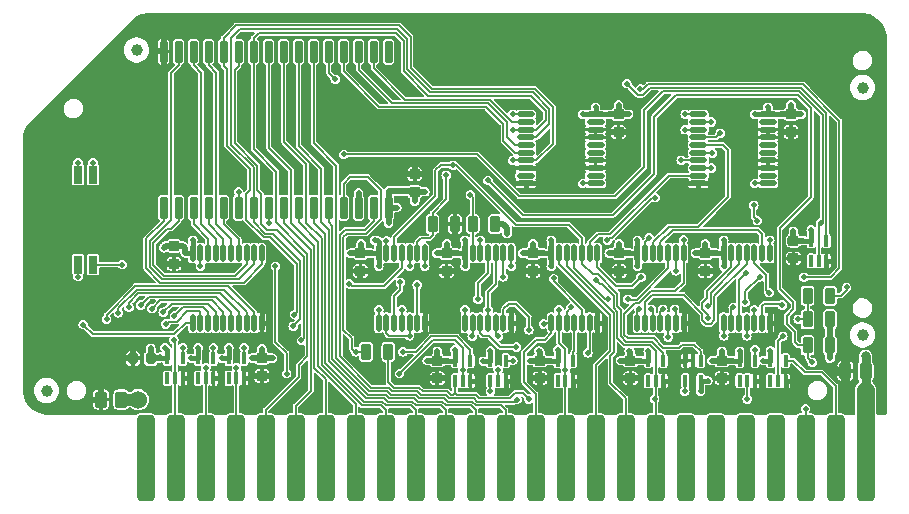
<source format=gtl>
G04 #@! TF.GenerationSoftware,KiCad,Pcbnew,7.0.10*
G04 #@! TF.CreationDate,2024-03-18T18:39:32-04:00*
G04 #@! TF.ProjectId,RAM128,52414d31-3238-42e6-9b69-6361645f7063,1.2*
G04 #@! TF.SameCoordinates,Original*
G04 #@! TF.FileFunction,Copper,L1,Top*
G04 #@! TF.FilePolarity,Positive*
%FSLAX46Y46*%
G04 Gerber Fmt 4.6, Leading zero omitted, Abs format (unit mm)*
G04 Created by KiCad (PCBNEW 7.0.10) date 2024-03-18 18:39:32*
%MOMM*%
%LPD*%
G01*
G04 APERTURE LIST*
G04 Aperture macros list*
%AMRoundRect*
0 Rectangle with rounded corners*
0 $1 Rounding radius*
0 $2 $3 $4 $5 $6 $7 $8 $9 X,Y pos of 4 corners*
0 Add a 4 corners polygon primitive as box body*
4,1,4,$2,$3,$4,$5,$6,$7,$8,$9,$2,$3,0*
0 Add four circle primitives for the rounded corners*
1,1,$1+$1,$2,$3*
1,1,$1+$1,$4,$5*
1,1,$1+$1,$6,$7*
1,1,$1+$1,$8,$9*
0 Add four rect primitives between the rounded corners*
20,1,$1+$1,$2,$3,$4,$5,0*
20,1,$1+$1,$4,$5,$6,$7,0*
20,1,$1+$1,$6,$7,$8,$9,0*
20,1,$1+$1,$8,$9,$2,$3,0*%
G04 Aperture macros list end*
G04 #@! TA.AperFunction,SMDPad,CuDef*
%ADD10RoundRect,0.381000X0.381000X3.289000X-0.381000X3.289000X-0.381000X-3.289000X0.381000X-3.289000X0*%
G04 #@! TD*
G04 #@! TA.AperFunction,SMDPad,CuDef*
%ADD11RoundRect,0.262500X0.262500X0.437500X-0.262500X0.437500X-0.262500X-0.437500X0.262500X-0.437500X0*%
G04 #@! TD*
G04 #@! TA.AperFunction,SMDPad,CuDef*
%ADD12C,1.000000*%
G04 #@! TD*
G04 #@! TA.AperFunction,SMDPad,CuDef*
%ADD13RoundRect,0.212500X-0.262500X0.212500X-0.262500X-0.212500X0.262500X-0.212500X0.262500X0.212500X0*%
G04 #@! TD*
G04 #@! TA.AperFunction,SMDPad,CuDef*
%ADD14RoundRect,0.212500X0.212500X0.487500X-0.212500X0.487500X-0.212500X-0.487500X0.212500X-0.487500X0*%
G04 #@! TD*
G04 #@! TA.AperFunction,SMDPad,CuDef*
%ADD15RoundRect,0.100000X-0.100000X0.400000X-0.100000X-0.400000X0.100000X-0.400000X0.100000X0.400000X0*%
G04 #@! TD*
G04 #@! TA.AperFunction,SMDPad,CuDef*
%ADD16RoundRect,0.112500X-0.612500X-0.112500X0.612500X-0.112500X0.612500X0.112500X-0.612500X0.112500X0*%
G04 #@! TD*
G04 #@! TA.AperFunction,SMDPad,CuDef*
%ADD17RoundRect,0.100000X0.100000X-0.400000X0.100000X0.400000X-0.100000X0.400000X-0.100000X-0.400000X0*%
G04 #@! TD*
G04 #@! TA.AperFunction,SMDPad,CuDef*
%ADD18RoundRect,0.212500X0.212500X0.262500X-0.212500X0.262500X-0.212500X-0.262500X0.212500X-0.262500X0*%
G04 #@! TD*
G04 #@! TA.AperFunction,SMDPad,CuDef*
%ADD19RoundRect,0.112500X0.112500X-0.612500X0.112500X0.612500X-0.112500X0.612500X-0.112500X-0.612500X0*%
G04 #@! TD*
G04 #@! TA.AperFunction,SMDPad,CuDef*
%ADD20RoundRect,0.150000X-0.150000X0.802500X-0.150000X-0.802500X0.150000X-0.802500X0.150000X0.802500X0*%
G04 #@! TD*
G04 #@! TA.AperFunction,SMDPad,CuDef*
%ADD21RoundRect,0.212500X-0.212500X-0.487500X0.212500X-0.487500X0.212500X0.487500X-0.212500X0.487500X0*%
G04 #@! TD*
G04 #@! TA.AperFunction,SMDPad,CuDef*
%ADD22RoundRect,0.190000X0.190000X-0.572000X0.190000X0.572000X-0.190000X0.572000X-0.190000X-0.572000X0*%
G04 #@! TD*
G04 #@! TA.AperFunction,SMDPad,CuDef*
%ADD23RoundRect,0.212500X0.262500X-0.212500X0.262500X0.212500X-0.262500X0.212500X-0.262500X-0.212500X0*%
G04 #@! TD*
G04 #@! TA.AperFunction,ViaPad*
%ADD24C,0.500000*%
G04 #@! TD*
G04 #@! TA.AperFunction,ViaPad*
%ADD25C,0.800000*%
G04 #@! TD*
G04 #@! TA.AperFunction,ViaPad*
%ADD26C,1.524000*%
G04 #@! TD*
G04 #@! TA.AperFunction,ViaPad*
%ADD27C,0.600000*%
G04 #@! TD*
G04 #@! TA.AperFunction,Conductor*
%ADD28C,0.500000*%
G04 #@! TD*
G04 #@! TA.AperFunction,Conductor*
%ADD29C,0.450000*%
G04 #@! TD*
G04 #@! TA.AperFunction,Conductor*
%ADD30C,0.400000*%
G04 #@! TD*
G04 #@! TA.AperFunction,Conductor*
%ADD31C,1.524000*%
G04 #@! TD*
G04 #@! TA.AperFunction,Conductor*
%ADD32C,0.762000*%
G04 #@! TD*
G04 #@! TA.AperFunction,Conductor*
%ADD33C,0.150000*%
G04 #@! TD*
G04 #@! TA.AperFunction,Conductor*
%ADD34C,1.000000*%
G04 #@! TD*
G04 APERTURE END LIST*
D10*
X76200000Y-135282000D03*
X78740000Y-135282000D03*
X81280000Y-135282000D03*
X83820000Y-135282000D03*
X86360000Y-135282000D03*
X88900000Y-135282000D03*
X91440000Y-135282000D03*
X93980000Y-135282000D03*
X96520000Y-135282000D03*
X99060000Y-135282000D03*
X101600000Y-135282000D03*
X104140000Y-135282000D03*
X106680000Y-135282000D03*
X109220000Y-135282000D03*
X111760000Y-135282000D03*
X114300000Y-135282000D03*
X116840000Y-135282000D03*
X119380000Y-135282000D03*
X121920000Y-135282000D03*
X124460000Y-135282000D03*
X127000000Y-135282000D03*
X129540000Y-135282000D03*
X132080000Y-135282000D03*
X134620000Y-135282000D03*
X137160000Y-135282000D03*
D11*
X137160000Y-127889000D03*
X135460000Y-127889000D03*
D12*
X136906000Y-103886000D03*
X136906000Y-124841000D03*
D13*
X109600000Y-127000000D03*
X109600000Y-128500000D03*
D14*
X134150000Y-123500000D03*
X132250000Y-123500000D03*
D15*
X123200000Y-127000000D03*
X122550000Y-127000000D03*
X121900000Y-127000000D03*
X121900000Y-128700000D03*
X123200000Y-128700000D03*
D16*
X123000000Y-106150000D03*
X123000000Y-106800000D03*
X123000000Y-107450000D03*
X123000000Y-108100000D03*
X123000000Y-108750000D03*
X123000000Y-109400000D03*
X123000000Y-110050000D03*
X123000000Y-110700000D03*
X123000000Y-111350000D03*
X123000000Y-112000000D03*
X128900000Y-112000000D03*
X128900000Y-111350000D03*
X128900000Y-110700000D03*
X128900000Y-110050000D03*
X128900000Y-109400000D03*
X128900000Y-108750000D03*
X128900000Y-108100000D03*
X128900000Y-107450000D03*
X128900000Y-106800000D03*
X128900000Y-106150000D03*
D17*
X126500000Y-128700000D03*
X127150000Y-128700000D03*
X127800000Y-128700000D03*
X127800000Y-127000000D03*
X126500000Y-127000000D03*
X78050000Y-128500000D03*
X78700000Y-128500000D03*
X79350000Y-128500000D03*
X79350000Y-126800000D03*
X78050000Y-126800000D03*
D13*
X117250000Y-127000000D03*
X117250000Y-128500000D03*
D17*
X111100000Y-128700000D03*
X111750000Y-128700000D03*
X112400000Y-128700000D03*
X112400000Y-127000000D03*
X111100000Y-127000000D03*
X118750000Y-128700000D03*
X119400000Y-128700000D03*
X120050000Y-128700000D03*
X120050000Y-127000000D03*
X118750000Y-127000000D03*
D18*
X76650000Y-126800000D03*
X75150000Y-126800000D03*
D17*
X129100000Y-128700000D03*
X129750000Y-128700000D03*
X130400000Y-128700000D03*
X130400000Y-127000000D03*
X129100000Y-127000000D03*
D19*
X95950000Y-123800000D03*
X96600000Y-123800000D03*
X97250000Y-123800000D03*
X97900000Y-123800000D03*
X98550000Y-123800000D03*
X99200000Y-123800000D03*
X99850000Y-123800000D03*
X99850000Y-117900000D03*
X99200000Y-117900000D03*
X98550000Y-117900000D03*
X97900000Y-117900000D03*
X97250000Y-117900000D03*
X96600000Y-117900000D03*
X95950000Y-117900000D03*
X125150000Y-123800000D03*
X125800000Y-123800000D03*
X126450000Y-123800000D03*
X127100000Y-123800000D03*
X127750000Y-123800000D03*
X128400000Y-123800000D03*
X129050000Y-123800000D03*
X129050000Y-117900000D03*
X128400000Y-117900000D03*
X127750000Y-117900000D03*
X127100000Y-117900000D03*
X126450000Y-117900000D03*
X125800000Y-117900000D03*
X125150000Y-117900000D03*
D13*
X116300000Y-117900000D03*
X116300000Y-119400000D03*
D19*
X117850000Y-123800000D03*
X118500000Y-123800000D03*
X119150000Y-123800000D03*
X119800000Y-123800000D03*
X120450000Y-123800000D03*
X121100000Y-123800000D03*
X121750000Y-123800000D03*
X121750000Y-117900000D03*
X121100000Y-117900000D03*
X120450000Y-117900000D03*
X119800000Y-117900000D03*
X119150000Y-117900000D03*
X118500000Y-117900000D03*
X117850000Y-117900000D03*
D13*
X94400000Y-117900000D03*
X94400000Y-119400000D03*
D19*
X110550000Y-123800000D03*
X111200000Y-123800000D03*
X111850000Y-123800000D03*
X112500000Y-123800000D03*
X113150000Y-123800000D03*
X113800000Y-123800000D03*
X114450000Y-123800000D03*
X114450000Y-117900000D03*
X113800000Y-117900000D03*
X113150000Y-117900000D03*
X112500000Y-117900000D03*
X111850000Y-117900000D03*
X111200000Y-117900000D03*
X110550000Y-117900000D03*
D13*
X101700000Y-117900000D03*
X101700000Y-119400000D03*
D19*
X103250000Y-123800000D03*
X103900000Y-123800000D03*
X104550000Y-123800000D03*
X105200000Y-123800000D03*
X105850000Y-123800000D03*
X106500000Y-123800000D03*
X107150000Y-123800000D03*
X107150000Y-117900000D03*
X106500000Y-117900000D03*
X105850000Y-117900000D03*
X105200000Y-117900000D03*
X104550000Y-117900000D03*
X103900000Y-117900000D03*
X103250000Y-117900000D03*
D13*
X123600000Y-117900000D03*
X123600000Y-119400000D03*
X109000000Y-117900000D03*
X109000000Y-119400000D03*
X125000000Y-127000000D03*
X125000000Y-128500000D03*
D20*
X96774000Y-100838000D03*
X95504000Y-100838000D03*
X94234000Y-100838000D03*
X92964000Y-100838000D03*
X91694000Y-100838000D03*
X90424000Y-100838000D03*
X89154000Y-100838000D03*
X87884000Y-100838000D03*
X86614000Y-100838000D03*
X85344000Y-100838000D03*
X84074000Y-100838000D03*
X82804000Y-100838000D03*
X81534000Y-100838000D03*
X80264000Y-100838000D03*
X78994000Y-100838000D03*
X77724000Y-100838000D03*
X77724000Y-114046000D03*
X78994000Y-114046000D03*
X80264000Y-114046000D03*
X81534000Y-114046000D03*
X82804000Y-114046000D03*
X84074000Y-114046000D03*
X85344000Y-114046000D03*
X86614000Y-114046000D03*
X87884000Y-114046000D03*
X89154000Y-114046000D03*
X90424000Y-114046000D03*
X91694000Y-114046000D03*
X92964000Y-114046000D03*
X94234000Y-114046000D03*
X95504000Y-114046000D03*
X96774000Y-114046000D03*
D21*
X100500000Y-115450000D03*
X102400000Y-115450000D03*
D16*
X108400000Y-106150000D03*
X108400000Y-106800000D03*
X108400000Y-107450000D03*
X108400000Y-108100000D03*
X108400000Y-108750000D03*
X108400000Y-109400000D03*
X108400000Y-110050000D03*
X108400000Y-110700000D03*
X108400000Y-111350000D03*
X108400000Y-112000000D03*
X114300000Y-112000000D03*
X114300000Y-111350000D03*
X114300000Y-110700000D03*
X114300000Y-110050000D03*
X114300000Y-109400000D03*
X114300000Y-108750000D03*
X114300000Y-108100000D03*
X114300000Y-107450000D03*
X114300000Y-106800000D03*
X114300000Y-106150000D03*
D13*
X116250000Y-106150000D03*
X116250000Y-107650000D03*
X130850000Y-106150000D03*
X130850000Y-107650000D03*
D12*
X67818000Y-129540000D03*
X75438000Y-100711000D03*
D19*
X80200000Y-123800000D03*
X80850000Y-123800000D03*
X81500000Y-123800000D03*
X82150000Y-123800000D03*
X82800000Y-123800000D03*
X83450000Y-123800000D03*
X84100000Y-123800000D03*
X84750000Y-123800000D03*
X85400000Y-123800000D03*
X86050000Y-123800000D03*
X86050000Y-117900000D03*
X85400000Y-117900000D03*
X84750000Y-117900000D03*
X84100000Y-117900000D03*
X83450000Y-117900000D03*
X82800000Y-117900000D03*
X82150000Y-117900000D03*
X81500000Y-117900000D03*
X80850000Y-117900000D03*
X80200000Y-117900000D03*
D11*
X74150000Y-130300000D03*
X72450000Y-130300000D03*
D17*
X80650000Y-128500000D03*
X81300000Y-128500000D03*
X81950000Y-128500000D03*
X81950000Y-126800000D03*
X80650000Y-126800000D03*
X83250000Y-128500000D03*
X83900000Y-128500000D03*
X84550000Y-128500000D03*
X84550000Y-126800000D03*
X83250000Y-126800000D03*
D13*
X86050000Y-126800000D03*
X86050000Y-128300000D03*
X78600000Y-117300000D03*
X78600000Y-118800000D03*
D17*
X132550000Y-118550000D03*
X133200000Y-118550000D03*
X133850000Y-118550000D03*
X133850000Y-116850000D03*
X132550000Y-116850000D03*
D13*
X131050000Y-116850000D03*
X131050000Y-118350000D03*
D14*
X134150000Y-125700000D03*
X132250000Y-125700000D03*
X105800000Y-115450000D03*
X103900000Y-115450000D03*
D21*
X132250000Y-121500000D03*
X134150000Y-121500000D03*
D22*
X70485000Y-118872000D03*
X71755000Y-118872000D03*
X71755000Y-111252000D03*
X70485000Y-111252000D03*
D13*
X100900000Y-127000000D03*
X100900000Y-128500000D03*
D17*
X105400000Y-128700000D03*
X106050000Y-128700000D03*
X106700000Y-128700000D03*
X106700000Y-127000000D03*
X105400000Y-127000000D03*
D23*
X99000000Y-112700000D03*
X99000000Y-111200000D03*
D17*
X102400000Y-128700000D03*
X103050000Y-128700000D03*
X103700000Y-128700000D03*
X103700000Y-127000000D03*
X102400000Y-127000000D03*
D14*
X96750000Y-126250000D03*
X94850000Y-126250000D03*
D24*
X116400000Y-127000000D03*
X117150000Y-126200000D03*
X109000000Y-117100000D03*
X108150000Y-117900000D03*
X109950000Y-117900000D03*
X103250000Y-119000000D03*
X103250000Y-116800000D03*
X101700000Y-117100000D03*
X110550000Y-119000000D03*
X100850000Y-117900000D03*
X110550000Y-116800000D03*
X102650000Y-117900000D03*
X95950000Y-119000000D03*
X94450000Y-117100000D03*
X125150000Y-116800000D03*
X115450000Y-117900000D03*
X123600000Y-117100000D03*
X116300000Y-117100000D03*
X93550000Y-117900000D03*
X95350000Y-117900000D03*
X117850000Y-119000000D03*
X117850000Y-116800000D03*
X117250000Y-117900000D03*
X125150000Y-119000000D03*
X122750000Y-117900000D03*
X124550000Y-117900000D03*
X94234000Y-112776000D03*
X96774000Y-112649000D03*
X115400000Y-106150000D03*
X116250000Y-105350000D03*
X113200000Y-106150000D03*
X117100000Y-106150000D03*
X114300000Y-105550000D03*
X128900000Y-105550000D03*
X131700000Y-106150000D03*
X127800000Y-106150000D03*
X130850000Y-105350000D03*
X130000000Y-106150000D03*
X79600000Y-117900000D03*
X80200000Y-116800000D03*
X85200000Y-126800000D03*
X86950000Y-126800000D03*
X86050000Y-126000000D03*
X80050000Y-126800000D03*
X80650000Y-125900000D03*
X82650000Y-126800000D03*
X126500000Y-126200000D03*
X76650000Y-125950000D03*
X101800000Y-127000000D03*
X123800000Y-128700000D03*
X97472500Y-114046000D03*
D25*
X137160000Y-126619000D03*
D24*
X100900000Y-126200000D03*
X83250000Y-125900000D03*
X77750000Y-117450000D03*
X106800000Y-116250000D03*
X100050000Y-127000000D03*
X95600000Y-116800000D03*
X125000000Y-126200000D03*
X105400000Y-126150000D03*
X108750000Y-127000000D03*
X118750000Y-126200000D03*
X111100000Y-126100000D03*
X134150000Y-126800000D03*
X109500000Y-126200000D03*
X124150000Y-127000000D03*
X131900000Y-116850000D03*
X123200000Y-129600000D03*
X128500000Y-127000000D03*
X96774000Y-115379500D03*
X129100000Y-126150000D03*
X99850000Y-112700000D03*
X110500000Y-127000000D03*
X131050000Y-116050000D03*
X118150000Y-127000000D03*
X132550000Y-115950000D03*
X99000000Y-113500000D03*
X102400000Y-126100000D03*
D26*
X137160000Y-129540000D03*
D24*
X77450000Y-126700000D03*
X125900000Y-127000000D03*
X104800000Y-127050000D03*
X77850000Y-125900000D03*
X87630000Y-131318000D03*
X97790000Y-131318000D03*
X107950000Y-131318000D03*
X105410000Y-131318000D03*
X110490000Y-131318000D03*
X113030000Y-131318000D03*
X115570000Y-131318000D03*
X118110000Y-131318000D03*
X100330000Y-131318000D03*
X95250000Y-131318000D03*
X92710000Y-131318000D03*
X90170000Y-131318000D03*
X80010000Y-131318000D03*
X82550000Y-131318000D03*
X102870000Y-131318000D03*
X123190000Y-131318000D03*
X135890000Y-131318000D03*
X133350000Y-131318000D03*
X130810000Y-131318000D03*
X128270000Y-131318000D03*
X125730000Y-131318000D03*
X120650000Y-131318000D03*
X138684000Y-131318000D03*
X133223000Y-97790000D03*
X123063000Y-97790000D03*
X128143000Y-97790000D03*
X97663000Y-97790000D03*
X102743000Y-97790000D03*
X107823000Y-97790000D03*
X87503000Y-97790000D03*
X92583000Y-97790000D03*
X117983000Y-97790000D03*
X138557000Y-99187000D03*
X112903000Y-97790000D03*
X75692000Y-98044000D03*
X77470000Y-131318000D03*
X67437000Y-131191000D03*
X66040000Y-122682000D03*
X74930000Y-131318000D03*
X82423000Y-97790000D03*
X69342000Y-104394000D03*
X72644000Y-101092000D03*
X85090000Y-131318000D03*
X137287000Y-97917000D03*
X66294000Y-107442000D03*
X121900000Y-112000000D03*
X123000000Y-112600000D03*
X124100000Y-112000000D03*
X118100000Y-128500000D03*
X116400000Y-128500000D03*
X117250000Y-129300000D03*
X75150000Y-125950000D03*
X100850000Y-119400000D03*
X107250000Y-124900000D03*
X107750000Y-123800000D03*
X107150000Y-122700000D03*
X94450000Y-120200000D03*
X99700000Y-124900000D03*
X100450000Y-123800000D03*
X95250000Y-119400000D03*
X99850000Y-122700000D03*
X115450000Y-119400000D03*
X129650000Y-123800000D03*
X122750000Y-119400000D03*
X129050000Y-122700000D03*
X124450000Y-119400000D03*
X116300000Y-120200000D03*
X122350000Y-123800000D03*
X117150000Y-119400000D03*
X121800000Y-122700000D03*
X108150000Y-119400000D03*
X109000000Y-120200000D03*
X109850000Y-119400000D03*
X101700000Y-120200000D03*
X102550000Y-119400000D03*
X110300000Y-126100000D03*
X77724000Y-102108000D03*
X77025500Y-100774500D03*
X77724000Y-99441000D03*
X112000000Y-125600000D03*
X115050000Y-127350000D03*
X117950000Y-126200000D03*
X126150000Y-125100000D03*
X77343000Y-97790000D03*
X69850000Y-131318000D03*
X109600000Y-106450000D03*
X115400000Y-107650000D03*
X109500000Y-112000000D03*
X117100000Y-107650000D03*
X107300000Y-111850000D03*
X108400000Y-112600000D03*
X116250000Y-108450000D03*
X130850000Y-108450000D03*
X131700000Y-107650000D03*
X130000000Y-107650000D03*
X86050000Y-122700000D03*
X86650000Y-123800000D03*
X86900000Y-128300000D03*
X82550000Y-128500000D03*
X79950000Y-128500000D03*
X85150000Y-128500000D03*
X127050000Y-109450000D03*
X76200000Y-107442000D03*
X88500000Y-119100000D03*
X82700000Y-109250000D03*
X84850000Y-108900000D03*
X86550000Y-109600000D03*
X92900000Y-108500000D03*
X124500000Y-114850000D03*
X121350000Y-114700000D03*
X112400000Y-114100000D03*
X124850000Y-122400000D03*
X120200000Y-104700000D03*
X119100000Y-104400000D03*
X121300000Y-105000000D03*
X110200000Y-107900000D03*
X66167000Y-129921000D03*
X66040000Y-117602000D03*
X66040000Y-112522000D03*
X66040000Y-127762000D03*
X138684000Y-104267000D03*
X138684000Y-109347000D03*
X138684000Y-114427000D03*
X138684000Y-119507000D03*
X138684000Y-124587000D03*
X138684000Y-129667000D03*
X68580000Y-125222000D03*
X68453000Y-115062000D03*
X68580000Y-109982000D03*
X68580000Y-120142000D03*
X71120000Y-122682000D03*
X71120000Y-127762000D03*
X73660000Y-119950000D03*
X73660000Y-109982000D03*
X73787000Y-115062000D03*
X76200000Y-112522000D03*
X73660000Y-104902000D03*
X76200000Y-102362000D03*
X133050000Y-106400000D03*
X134350000Y-106800000D03*
X118500000Y-112650000D03*
X117650000Y-112100000D03*
X136144000Y-111887000D03*
X136144000Y-116967000D03*
X89662000Y-127600000D03*
X89400000Y-126450000D03*
X77250000Y-125250000D03*
X98150000Y-111200000D03*
X99000000Y-110400000D03*
X77750000Y-118800000D03*
X94869000Y-102171500D03*
X114300000Y-124900000D03*
X106900000Y-129600000D03*
X96266000Y-103695500D03*
X121300000Y-127000000D03*
X125000000Y-129300000D03*
X130250000Y-129600000D03*
X104300000Y-128700000D03*
X104750000Y-125400000D03*
X133850000Y-119450000D03*
X109500000Y-110700000D03*
X114400000Y-122700000D03*
X120650000Y-128700000D03*
X74350000Y-126600000D03*
X92329000Y-102171500D03*
X72450000Y-129200000D03*
X71550000Y-130300000D03*
X102400000Y-116550000D03*
X107300000Y-128700000D03*
D27*
X135763000Y-129159000D03*
D24*
X125850000Y-128650000D03*
D27*
X134366000Y-127635000D03*
D24*
X108750000Y-128500000D03*
X128950000Y-124850000D03*
X131050000Y-119150000D03*
X93599000Y-102171500D03*
X131900000Y-118350000D03*
X101750000Y-128500000D03*
X120967500Y-120459500D03*
X128400000Y-128700000D03*
X120100000Y-129600000D03*
X79450000Y-124650000D03*
X99850000Y-111200000D03*
X93599000Y-115350000D03*
X94488000Y-104711500D03*
X134450000Y-118550000D03*
X94869000Y-103695500D03*
X93450000Y-116900000D03*
X113000000Y-128700000D03*
X100050000Y-128500000D03*
X113650000Y-116450000D03*
X121900000Y-126150000D03*
X93150000Y-125300000D03*
X79450000Y-118900000D03*
X115050000Y-123800000D03*
X93789500Y-111950500D03*
X109600000Y-129300000D03*
X97663000Y-103695500D03*
X121550000Y-124850000D03*
X110450000Y-128500000D03*
X112400000Y-129600000D03*
X131000000Y-128700000D03*
D27*
X135509000Y-126619000D03*
D24*
X96139000Y-102171500D03*
X77900000Y-123900000D03*
X78650000Y-123200000D03*
X107300000Y-107450000D03*
X121900000Y-107450000D03*
X83900000Y-127600000D03*
X97900000Y-122700000D03*
X89400000Y-125300000D03*
X81300000Y-127600000D03*
X106050000Y-124950000D03*
X88700000Y-124100000D03*
X107300000Y-110050000D03*
X121550000Y-110050000D03*
X105200000Y-122700000D03*
X78600000Y-125250000D03*
X88800000Y-123100000D03*
X73900000Y-122950000D03*
X77700000Y-122900000D03*
X72900000Y-123500000D03*
X74800000Y-122500000D03*
X75800000Y-122300000D03*
X76750000Y-122600000D03*
D26*
X75565000Y-130302000D03*
D24*
X109900000Y-123900000D03*
X123850000Y-123400000D03*
X107650000Y-130300000D03*
X123850000Y-122400000D03*
X111200000Y-122700000D03*
X111750000Y-127800000D03*
X107300000Y-106150000D03*
X121900000Y-106150000D03*
X131450000Y-123500000D03*
X106050000Y-127800000D03*
X105400000Y-129600000D03*
X120450000Y-125000000D03*
X98550000Y-124900000D03*
X132080000Y-131064000D03*
X132650000Y-127150000D03*
X127150000Y-130250000D03*
X70485000Y-110236000D03*
X105200000Y-111750000D03*
X84074000Y-112712500D03*
X96600000Y-116850000D03*
X116950000Y-103550000D03*
X130100000Y-122300000D03*
X118100000Y-104000000D03*
X92265500Y-103187500D03*
X131950000Y-119950000D03*
X119350000Y-113200000D03*
X124100000Y-106800000D03*
X115300000Y-116800000D03*
X110750000Y-120050000D03*
X124200000Y-109450000D03*
X106500000Y-119900000D03*
X107150000Y-119000000D03*
X124100000Y-110700000D03*
X121850000Y-129600000D03*
X135550000Y-120800000D03*
X127050000Y-119550000D03*
X124850000Y-107750000D03*
X107600000Y-125850000D03*
X125150000Y-124900000D03*
X108650000Y-124400000D03*
X125950000Y-122500000D03*
X113650000Y-126350000D03*
X127100000Y-124900000D03*
X127750000Y-122700000D03*
X112200000Y-122500000D03*
X118150000Y-119950000D03*
X129000000Y-121250000D03*
X129050000Y-116800000D03*
X121100000Y-119400000D03*
X121750000Y-116750000D03*
X104550000Y-116800000D03*
X127700000Y-113850000D03*
X128000000Y-115150000D03*
X99200000Y-120600000D03*
X127800000Y-112000000D03*
X113200000Y-112000000D03*
X97775000Y-120375000D03*
X119300000Y-130250000D03*
X114300000Y-120200000D03*
X108650000Y-130250000D03*
X118850000Y-116600000D03*
X127800000Y-126100000D03*
X98550000Y-119000000D03*
X115350000Y-121800000D03*
X118000000Y-122650000D03*
X119000000Y-122650000D03*
X117050000Y-121800000D03*
X74231500Y-118872000D03*
X101650000Y-111300000D03*
X103700000Y-112950000D03*
X70485000Y-119888000D03*
X104350000Y-121800000D03*
X120000000Y-122650000D03*
X128200000Y-119900000D03*
X133350000Y-115350000D03*
X126950000Y-122050000D03*
X121000000Y-122650000D03*
X71755000Y-110236000D03*
X93000000Y-109550000D03*
X81950000Y-125900000D03*
X103850000Y-124950000D03*
X79350000Y-125900000D03*
X103250000Y-122700000D03*
X130150000Y-124950000D03*
X99850000Y-119000000D03*
X86614000Y-115379500D03*
X102250000Y-110450000D03*
X84550000Y-125900000D03*
X95950000Y-122700000D03*
X70929500Y-123952000D03*
X93450000Y-120500000D03*
X94000000Y-126250000D03*
X98000000Y-126250000D03*
X80850000Y-119000000D03*
X103050000Y-127800000D03*
X97700000Y-128100000D03*
X88150000Y-128100000D03*
X87200000Y-119000000D03*
X107300000Y-127000000D03*
D28*
X117250000Y-127000000D02*
X118150000Y-127000000D01*
X117250000Y-127000000D02*
X116400000Y-127000000D01*
D29*
X103250000Y-117900000D02*
X102650000Y-117900000D01*
X110550000Y-117900000D02*
X110550000Y-116800000D01*
X110550000Y-117900000D02*
X109950000Y-117900000D01*
X103250000Y-117900000D02*
X103250000Y-119000000D01*
X110550000Y-117900000D02*
X110550000Y-119000000D01*
D28*
X101700000Y-117900000D02*
X102650000Y-117900000D01*
X101700000Y-117900000D02*
X101700000Y-117100000D01*
D29*
X103250000Y-117900000D02*
X103250000Y-116800000D01*
D28*
X101700000Y-117900000D02*
X100850000Y-117900000D01*
X109000000Y-117900000D02*
X108150000Y-117900000D01*
X109000000Y-117900000D02*
X109000000Y-117100000D01*
X109000000Y-117900000D02*
X109950000Y-117900000D01*
D29*
X95950000Y-117900000D02*
X95950000Y-119000000D01*
D28*
X94400000Y-117900000D02*
X93550000Y-117900000D01*
X94400000Y-117900000D02*
X95350000Y-117900000D01*
D29*
X117850000Y-117900000D02*
X117850000Y-116800000D01*
D28*
X116300000Y-117900000D02*
X116300000Y-117100000D01*
X123600000Y-117900000D02*
X124550000Y-117900000D01*
X116300000Y-117900000D02*
X115450000Y-117900000D01*
D29*
X95950000Y-117900000D02*
X95350000Y-117900000D01*
D28*
X116300000Y-117900000D02*
X117250000Y-117900000D01*
D29*
X117850000Y-117900000D02*
X117850000Y-119000000D01*
X125150000Y-117900000D02*
X124550000Y-117900000D01*
X125150000Y-117900000D02*
X125150000Y-116800000D01*
X117850000Y-117900000D02*
X117250000Y-117900000D01*
D28*
X123600000Y-117900000D02*
X123600000Y-117100000D01*
X123600000Y-117900000D02*
X122750000Y-117900000D01*
D29*
X125150000Y-117900000D02*
X125150000Y-119000000D01*
D28*
X94234000Y-114092000D02*
X94234000Y-112776000D01*
D29*
X114300000Y-106150000D02*
X115400000Y-106150000D01*
D28*
X116250000Y-106150000D02*
X116250000Y-105350000D01*
D29*
X114300000Y-106150000D02*
X113200000Y-106150000D01*
D28*
X116250000Y-106150000D02*
X115400000Y-106150000D01*
D29*
X114300000Y-106150000D02*
X114300000Y-105550000D01*
D28*
X116250000Y-106150000D02*
X117100000Y-106150000D01*
X130850000Y-106150000D02*
X131700000Y-106150000D01*
D29*
X128900000Y-106150000D02*
X128900000Y-105550000D01*
D28*
X130850000Y-106150000D02*
X130000000Y-106150000D01*
D29*
X128900000Y-106150000D02*
X127800000Y-106150000D01*
D28*
X130850000Y-106150000D02*
X130850000Y-105350000D01*
D29*
X128900000Y-106150000D02*
X130000000Y-106150000D01*
X80200000Y-117900000D02*
X79600000Y-117900000D01*
X80200000Y-117900000D02*
X80200000Y-116800000D01*
D28*
X86050000Y-126800000D02*
X85200000Y-126800000D01*
X86050000Y-126800000D02*
X86050000Y-126000000D01*
X86050000Y-126800000D02*
X86950000Y-126800000D01*
D30*
X83250000Y-126800000D02*
X82650000Y-126800000D01*
X80650000Y-126800000D02*
X80050000Y-126800000D01*
X80650000Y-126800000D02*
X80650000Y-125900000D01*
D28*
X96774000Y-115379500D02*
X96774000Y-112649000D01*
X78600000Y-117300000D02*
X77900000Y-117300000D01*
X109600000Y-127000000D02*
X110500000Y-127000000D01*
D30*
X83250000Y-126800000D02*
X83250000Y-125900000D01*
D28*
X94450000Y-117850000D02*
X94450000Y-117100000D01*
D30*
X78050000Y-126800000D02*
X78050000Y-126100000D01*
D28*
X131050000Y-116850000D02*
X131050000Y-116050000D01*
X125000000Y-127000000D02*
X124150000Y-127000000D01*
D30*
X105400000Y-127050000D02*
X104800000Y-127050000D01*
X111100000Y-127000000D02*
X110500000Y-127000000D01*
D28*
X125000000Y-127000000D02*
X125000000Y-126200000D01*
D31*
X137160000Y-135382000D02*
X137160000Y-129540000D01*
D30*
X78050000Y-126100000D02*
X77850000Y-125900000D01*
X129100000Y-127000000D02*
X128500000Y-127000000D01*
D28*
X76650000Y-126800000D02*
X76650000Y-125950000D01*
X100900000Y-127000000D02*
X100900000Y-126200000D01*
D30*
X118750000Y-127000000D02*
X118750000Y-126200000D01*
D28*
X125000000Y-127000000D02*
X125900000Y-127000000D01*
D30*
X102400000Y-127000000D02*
X102400000Y-126100000D01*
D28*
X94400000Y-117900000D02*
X94450000Y-117850000D01*
D30*
X78050000Y-126800000D02*
X77550000Y-126800000D01*
D29*
X95600000Y-116800000D02*
X95800000Y-116800000D01*
D30*
X123200000Y-128700000D02*
X123200000Y-129600000D01*
D28*
X77900000Y-117300000D02*
X77750000Y-117450000D01*
D30*
X132550000Y-116850000D02*
X131900000Y-116850000D01*
X111100000Y-127000000D02*
X111100000Y-126100000D01*
D28*
X98949000Y-112649000D02*
X99000000Y-112700000D01*
D30*
X102400000Y-127000000D02*
X101800000Y-127000000D01*
D32*
X137160000Y-127889000D02*
X137160000Y-126619000D01*
D28*
X134150000Y-125700000D02*
X134150000Y-126800000D01*
X117250000Y-127000000D02*
X117250000Y-126300000D01*
D30*
X123200000Y-128700000D02*
X123800000Y-128700000D01*
X77550000Y-126800000D02*
X77450000Y-126700000D01*
D28*
X117250000Y-126300000D02*
X117150000Y-126200000D01*
X109600000Y-127000000D02*
X108750000Y-127000000D01*
X100900000Y-127000000D02*
X100050000Y-127000000D01*
X131050000Y-116850000D02*
X131900000Y-116850000D01*
X96774000Y-114046000D02*
X97472500Y-114046000D01*
X78600000Y-117300000D02*
X79350000Y-117300000D01*
D29*
X95950000Y-116950000D02*
X95950000Y-117900000D01*
D28*
X100900000Y-127000000D02*
X101800000Y-127000000D01*
D30*
X132550000Y-116850000D02*
X132550000Y-115950000D01*
D28*
X96774000Y-112649000D02*
X98949000Y-112649000D01*
X109600000Y-126300000D02*
X109500000Y-126200000D01*
D30*
X129100000Y-127000000D02*
X129100000Y-126150000D01*
D28*
X77350000Y-126800000D02*
X77450000Y-126700000D01*
X106800000Y-116250000D02*
X106800000Y-115750000D01*
D32*
X137160000Y-127889000D02*
X137160000Y-129540000D01*
D28*
X134150000Y-123500000D02*
X134150000Y-125700000D01*
D30*
X118750000Y-127000000D02*
X118150000Y-127000000D01*
D28*
X106800000Y-115750000D02*
X106500000Y-115450000D01*
X79550000Y-117550000D02*
X79550000Y-117850000D01*
X76650000Y-126800000D02*
X77350000Y-126800000D01*
X99000000Y-112700000D02*
X99000000Y-113500000D01*
D30*
X126500000Y-127000000D02*
X125900000Y-127000000D01*
D28*
X106500000Y-115450000D02*
X105800000Y-115450000D01*
D29*
X95800000Y-116800000D02*
X95950000Y-116950000D01*
D28*
X99000000Y-112700000D02*
X99850000Y-112700000D01*
D30*
X105400000Y-127050000D02*
X105400000Y-126150000D01*
D28*
X109600000Y-127000000D02*
X109600000Y-126300000D01*
D30*
X126500000Y-127000000D02*
X126500000Y-126200000D01*
D28*
X79350000Y-117300000D02*
X79500000Y-117450000D01*
X79550000Y-117850000D02*
X79600000Y-117900000D01*
D29*
X123000000Y-112000000D02*
X121900000Y-112000000D01*
X123000000Y-112000000D02*
X123000000Y-112600000D01*
X123000000Y-112000000D02*
X124100000Y-112000000D01*
D28*
X117250000Y-128500000D02*
X118100000Y-128500000D01*
X117250000Y-128500000D02*
X116400000Y-128500000D01*
X117250000Y-128500000D02*
X117250000Y-129300000D01*
X75150000Y-126800000D02*
X75150000Y-125950000D01*
D29*
X107150000Y-123800000D02*
X107150000Y-122700000D01*
X107150000Y-123800000D02*
X107750000Y-123800000D01*
X99850000Y-123800000D02*
X100450000Y-123800000D01*
D28*
X94400000Y-119400000D02*
X95250000Y-119400000D01*
D29*
X99850000Y-123800000D02*
X99850000Y-122700000D01*
D28*
X116300000Y-119400000D02*
X115450000Y-119400000D01*
D29*
X129050000Y-123800000D02*
X129050000Y-122700000D01*
D28*
X123600000Y-119400000D02*
X124450000Y-119400000D01*
D29*
X129050000Y-123800000D02*
X129650000Y-123800000D01*
D28*
X123600000Y-119400000D02*
X122750000Y-119400000D01*
X116300000Y-119400000D02*
X116300000Y-120200000D01*
D29*
X121750000Y-123800000D02*
X122350000Y-123800000D01*
D28*
X116300000Y-119400000D02*
X117150000Y-119400000D01*
X109000000Y-119400000D02*
X108150000Y-119400000D01*
X109000000Y-119400000D02*
X109000000Y-120200000D01*
X109000000Y-119400000D02*
X109850000Y-119400000D01*
X101700000Y-119400000D02*
X101700000Y-120200000D01*
X101700000Y-119400000D02*
X102550000Y-119400000D01*
X101700000Y-119400000D02*
X100850000Y-119400000D01*
X77724000Y-100792000D02*
X77724000Y-102108000D01*
X77724000Y-100792000D02*
X77043000Y-100792000D01*
X77043000Y-100792000D02*
X77025500Y-100774500D01*
X77724000Y-100792000D02*
X77724000Y-99441000D01*
D29*
X108400000Y-112000000D02*
X109500000Y-112000000D01*
X108400000Y-112000000D02*
X108400000Y-112600000D01*
D28*
X116250000Y-107650000D02*
X116250000Y-108450000D01*
X116250000Y-107650000D02*
X117100000Y-107650000D01*
X116250000Y-107650000D02*
X115400000Y-107650000D01*
X130850000Y-107650000D02*
X130000000Y-107650000D01*
X130850000Y-107650000D02*
X131700000Y-107650000D01*
X130850000Y-107650000D02*
X130850000Y-108450000D01*
D29*
X86050000Y-123800000D02*
X86050000Y-122700000D01*
X86050000Y-123800000D02*
X86650000Y-123800000D01*
D28*
X85350000Y-128300000D02*
X85150000Y-128500000D01*
X86050000Y-128300000D02*
X85350000Y-128300000D01*
X86050000Y-128300000D02*
X86900000Y-128300000D01*
D30*
X81950000Y-128500000D02*
X82550000Y-128500000D01*
X84550000Y-128500000D02*
X85150000Y-128500000D01*
D28*
X109600000Y-128500000D02*
X108750000Y-128500000D01*
D29*
X107150000Y-123800000D02*
X107150000Y-124800000D01*
X107150000Y-124800000D02*
X107250000Y-124900000D01*
X121750000Y-124650000D02*
X121750000Y-123800000D01*
D30*
X130250000Y-129600000D02*
X130400000Y-129450000D01*
X79350000Y-128500000D02*
X79950000Y-128500000D01*
X120050000Y-128700000D02*
X120050000Y-129550000D01*
D32*
X135460000Y-126668000D02*
X135509000Y-126619000D01*
D28*
X78600000Y-118800000D02*
X79350000Y-118800000D01*
X78600000Y-118800000D02*
X77750000Y-118800000D01*
D29*
X114450000Y-122750000D02*
X114400000Y-122700000D01*
D28*
X94400000Y-120150000D02*
X94450000Y-120200000D01*
D29*
X108400000Y-110700000D02*
X109500000Y-110700000D01*
X129050000Y-124750000D02*
X129050000Y-123800000D01*
D30*
X106700000Y-128700000D02*
X107300000Y-128700000D01*
X133850000Y-118550000D02*
X133850000Y-119450000D01*
D28*
X72450000Y-130300000D02*
X71550000Y-130300000D01*
X109600000Y-128500000D02*
X109600000Y-129300000D01*
D30*
X127800000Y-128700000D02*
X128400000Y-128700000D01*
D28*
X74350000Y-126800000D02*
X75150000Y-126800000D01*
X131050000Y-118350000D02*
X131050000Y-119150000D01*
X74350000Y-126600000D02*
X74350000Y-126800000D01*
D30*
X125000000Y-128500000D02*
X124375000Y-128500000D01*
D28*
X125000000Y-128500000D02*
X125000000Y-129300000D01*
X100900000Y-128500000D02*
X101750000Y-128500000D01*
X99000000Y-111200000D02*
X98150000Y-111200000D01*
D30*
X106700000Y-128700000D02*
X106700000Y-129400000D01*
D32*
X135763000Y-129159000D02*
X135460000Y-128856000D01*
D28*
X125700000Y-128500000D02*
X125850000Y-128650000D01*
D32*
X135460000Y-128856000D02*
X135460000Y-127889000D01*
D29*
X99850000Y-123800000D02*
X99850000Y-124750000D01*
D28*
X100900000Y-128500000D02*
X100050000Y-128500000D01*
D30*
X121900000Y-127000000D02*
X121900000Y-126150000D01*
D28*
X125000000Y-128500000D02*
X125700000Y-128500000D01*
X99000000Y-111200000D02*
X99850000Y-111200000D01*
D29*
X114450000Y-124750000D02*
X114300000Y-124900000D01*
X99850000Y-124750000D02*
X99700000Y-124900000D01*
X121750000Y-122750000D02*
X121800000Y-122700000D01*
X107450000Y-112000000D02*
X107300000Y-111850000D01*
X114450000Y-123800000D02*
X114450000Y-122750000D01*
D30*
X130400000Y-128700000D02*
X131000000Y-128700000D01*
D28*
X72450000Y-130300000D02*
X72450000Y-129200000D01*
D30*
X120050000Y-129550000D02*
X120100000Y-129600000D01*
D29*
X128950000Y-124850000D02*
X129050000Y-124750000D01*
X114450000Y-123800000D02*
X114450000Y-124750000D01*
X121550000Y-124850000D02*
X121750000Y-124650000D01*
D30*
X103700000Y-128700000D02*
X104300000Y-128700000D01*
D32*
X135460000Y-127889000D02*
X135460000Y-126668000D01*
D28*
X102400000Y-115450000D02*
X102400000Y-116550000D01*
D30*
X106700000Y-129400000D02*
X106900000Y-129600000D01*
X120050000Y-128700000D02*
X120650000Y-128700000D01*
D28*
X131050000Y-118350000D02*
X131900000Y-118350000D01*
D30*
X112400000Y-128700000D02*
X113000000Y-128700000D01*
D28*
X79350000Y-118800000D02*
X79450000Y-118900000D01*
D29*
X108400000Y-112000000D02*
X107450000Y-112000000D01*
D30*
X121900000Y-127000000D02*
X121300000Y-127000000D01*
X130400000Y-129450000D02*
X130400000Y-128700000D01*
D32*
X134620000Y-127889000D02*
X134366000Y-127635000D01*
D30*
X112400000Y-128700000D02*
X112400000Y-129600000D01*
D28*
X99000000Y-111200000D02*
X99000000Y-110400000D01*
D30*
X133850000Y-118550000D02*
X134450000Y-118550000D01*
D29*
X115050000Y-123800000D02*
X114450000Y-123800000D01*
D28*
X109600000Y-128500000D02*
X110450000Y-128500000D01*
D29*
X121750000Y-123800000D02*
X121750000Y-122750000D01*
D32*
X135460000Y-127889000D02*
X134620000Y-127889000D01*
D28*
X94400000Y-119400000D02*
X94400000Y-120150000D01*
D33*
X87884000Y-114092000D02*
X87884000Y-115334000D01*
X88900000Y-130850000D02*
X88900000Y-135282000D01*
X90200000Y-129550000D02*
X88900000Y-130850000D01*
X87884000Y-115334000D02*
X90200000Y-117650000D01*
X90200000Y-117650000D02*
X90200000Y-129550000D01*
X78850000Y-123700000D02*
X79750000Y-122800000D01*
X77900000Y-123900000D02*
X78100000Y-123700000D01*
X79750000Y-122800000D02*
X80750000Y-122800000D01*
X80750000Y-122800000D02*
X80850000Y-122900000D01*
X78100000Y-123700000D02*
X78850000Y-123700000D01*
X80850000Y-122900000D02*
X80850000Y-123800000D01*
X81100000Y-122500000D02*
X81500000Y-122900000D01*
X78650000Y-123200000D02*
X79350000Y-122500000D01*
X81500000Y-122900000D02*
X81500000Y-123800000D01*
X79350000Y-122500000D02*
X81100000Y-122500000D01*
X96253264Y-130500000D02*
X96553264Y-130800000D01*
X98669000Y-130800000D02*
X99060000Y-131191000D01*
X91400000Y-116300000D02*
X91400000Y-127200000D01*
X90424000Y-114092000D02*
X90424000Y-115324000D01*
X94700000Y-130500000D02*
X96253264Y-130500000D01*
X90424000Y-115324000D02*
X91400000Y-116300000D01*
X96553264Y-130800000D02*
X98669000Y-130800000D01*
X91400000Y-127200000D02*
X94700000Y-130500000D01*
X99060000Y-131191000D02*
X99060000Y-135282000D01*
X91100000Y-116650000D02*
X89789000Y-115339000D01*
X89789000Y-110363000D02*
X87884000Y-108458000D01*
X96129000Y-130800000D02*
X94550000Y-130800000D01*
X96520000Y-135282000D02*
X96520000Y-131191000D01*
X87884000Y-108458000D02*
X87884000Y-100792000D01*
X91100000Y-127350000D02*
X91100000Y-116650000D01*
X94550000Y-130800000D02*
X91100000Y-127350000D01*
X96520000Y-131191000D02*
X96129000Y-130800000D01*
X89789000Y-115339000D02*
X89789000Y-110363000D01*
X90800000Y-127500000D02*
X93980000Y-130680000D01*
X93980000Y-130680000D02*
X93980000Y-135282000D01*
X90800000Y-116950000D02*
X90800000Y-127500000D01*
X89154000Y-115304000D02*
X90800000Y-116950000D01*
X89154000Y-114092000D02*
X89154000Y-115304000D01*
X91440000Y-128590000D02*
X90500000Y-127650000D01*
X90500000Y-127650000D02*
X90500000Y-117300000D01*
X88519000Y-115319000D02*
X88519000Y-110871000D01*
X91440000Y-135282000D02*
X91440000Y-128590000D01*
X86614000Y-108966000D02*
X86614000Y-100792000D01*
X90500000Y-117300000D02*
X88519000Y-115319000D01*
X88519000Y-110871000D02*
X86614000Y-108966000D01*
X108400000Y-107450000D02*
X107300000Y-107450000D01*
X89154000Y-128397000D02*
X86360000Y-131191000D01*
X109300000Y-107450000D02*
X110100000Y-106650000D01*
X97379500Y-99250500D02*
X85788500Y-99250500D01*
X87249000Y-115299000D02*
X89900000Y-117950000D01*
X98050000Y-102500000D02*
X98050000Y-99921000D01*
X86360000Y-131191000D02*
X86360000Y-135282000D01*
X89154000Y-127396000D02*
X89154000Y-128397000D01*
X85344000Y-109093000D02*
X87249000Y-110998000D01*
X108850000Y-104600000D02*
X100150000Y-104600000D01*
X100150000Y-104600000D02*
X98050000Y-102500000D01*
X85344000Y-99695000D02*
X85344000Y-109093000D01*
X89900000Y-126650000D02*
X89154000Y-127396000D01*
X110100000Y-105850000D02*
X108850000Y-104600000D01*
X108400000Y-107450000D02*
X109300000Y-107450000D01*
X89900000Y-117950000D02*
X89900000Y-126650000D01*
X87249000Y-110998000D02*
X87249000Y-115299000D01*
X110100000Y-106650000D02*
X110100000Y-105850000D01*
X85788500Y-99250500D02*
X85344000Y-99695000D01*
X121900000Y-107450000D02*
X123000000Y-107450000D01*
X98050000Y-99921000D02*
X97379500Y-99250500D01*
X83900000Y-128500000D02*
X83900000Y-127600000D01*
X83900000Y-127900000D02*
X83900000Y-135202000D01*
X87312500Y-115950000D02*
X86486000Y-115950000D01*
X85661500Y-110490000D02*
X83750000Y-108578500D01*
X85661500Y-112585500D02*
X85661500Y-110490000D01*
X83900000Y-135202000D02*
X83820000Y-135282000D01*
X84074000Y-102044500D02*
X84074000Y-100792000D01*
X89600000Y-125100000D02*
X89600000Y-118237500D01*
X83750000Y-108578500D02*
X83750000Y-102368500D01*
X89600000Y-118237500D02*
X87312500Y-115950000D01*
X85979000Y-112903000D02*
X85661500Y-112585500D01*
X89400000Y-125300000D02*
X89600000Y-125100000D01*
X85979000Y-115443000D02*
X85979000Y-112903000D01*
X83750000Y-102368500D02*
X84074000Y-102044500D01*
X97900000Y-123800000D02*
X97900000Y-122700000D01*
X86486000Y-115950000D02*
X85979000Y-115443000D01*
X81300000Y-127900000D02*
X81300000Y-135262000D01*
X81300000Y-127650000D02*
X81300000Y-127600000D01*
X81300000Y-128500000D02*
X81300000Y-127650000D01*
X86341500Y-116250000D02*
X85344000Y-115252500D01*
X110400000Y-105700000D02*
X110400000Y-107000000D01*
X106050000Y-124950000D02*
X105850000Y-124750000D01*
X98350000Y-102350000D02*
X100300000Y-104300000D01*
X109000000Y-104300000D02*
X110400000Y-105700000D01*
X110400000Y-107000000D02*
X109300000Y-108100000D01*
X85344000Y-110617000D02*
X83439000Y-108712000D01*
X89300000Y-118550000D02*
X87000000Y-116250000D01*
X83439000Y-99695000D02*
X84201000Y-98933000D01*
X98350000Y-99771000D02*
X98350000Y-102350000D01*
X109300000Y-108100000D02*
X108400000Y-108100000D01*
X97512000Y-98933000D02*
X98350000Y-99771000D01*
X84201000Y-98933000D02*
X97512000Y-98933000D01*
X83439000Y-108712000D02*
X83439000Y-99695000D01*
X88700000Y-124100000D02*
X89300000Y-123500000D01*
X89300000Y-123500000D02*
X89300000Y-118550000D01*
X87000000Y-116250000D02*
X86341500Y-116250000D01*
X85344000Y-115252500D02*
X85344000Y-110617000D01*
X105850000Y-124750000D02*
X105850000Y-123800000D01*
X100300000Y-104300000D02*
X109000000Y-104300000D01*
X81300000Y-135262000D02*
X81280000Y-135282000D01*
X108400000Y-110050000D02*
X107300000Y-110050000D01*
X78700000Y-127900000D02*
X78700000Y-135242000D01*
X78600000Y-125250000D02*
X78700000Y-125350000D01*
X123000000Y-110050000D02*
X121550000Y-110050000D01*
X85026500Y-110744000D02*
X83100000Y-108817500D01*
X109300000Y-110050000D02*
X108400000Y-110050000D01*
X85026500Y-112585500D02*
X85026500Y-110744000D01*
X105850000Y-120550000D02*
X105200000Y-121200000D01*
X84709000Y-115062000D02*
X84709000Y-112903000D01*
X105850000Y-117900000D02*
X105850000Y-120550000D01*
X105200000Y-121200000D02*
X105200000Y-122700000D01*
X82804000Y-99695000D02*
X83883500Y-98615500D01*
X86197000Y-116550000D02*
X84709000Y-115062000D01*
X83100000Y-108817500D02*
X83100000Y-102340500D01*
X89000000Y-118850000D02*
X86700000Y-116550000D01*
X98650000Y-102200000D02*
X100450000Y-104000000D01*
X82804000Y-102044500D02*
X82804000Y-100838000D01*
X110700000Y-105550000D02*
X110700000Y-108650000D01*
X97665500Y-98615500D02*
X98650000Y-99600000D01*
X86700000Y-116550000D02*
X86197000Y-116550000D01*
X78700000Y-135242000D02*
X78740000Y-135282000D01*
X83100000Y-102340500D02*
X82804000Y-102044500D01*
X83883500Y-98615500D02*
X97665500Y-98615500D01*
X84709000Y-112903000D02*
X85026500Y-112585500D01*
X82804000Y-100838000D02*
X82804000Y-99695000D01*
X98650000Y-99600000D02*
X98650000Y-102200000D01*
X110700000Y-108650000D02*
X109300000Y-110050000D01*
X78700000Y-125350000D02*
X78700000Y-128500000D01*
X105200000Y-122700000D02*
X105200000Y-123800000D01*
X100450000Y-104000000D02*
X109150000Y-104000000D01*
X88800000Y-123100000D02*
X89000000Y-122900000D01*
X109150000Y-104000000D02*
X110700000Y-105550000D01*
X89000000Y-122900000D02*
X89000000Y-118850000D01*
X98793264Y-130500000D02*
X99093264Y-130800000D01*
X101600000Y-131191000D02*
X101600000Y-135282000D01*
X91700000Y-127050000D02*
X94850000Y-130200000D01*
X89154000Y-100792000D02*
X89154000Y-108839000D01*
X91700000Y-115950000D02*
X91700000Y-127050000D01*
X91059000Y-110744000D02*
X91059000Y-115309000D01*
X96700000Y-130500000D02*
X98793264Y-130500000D01*
X89154000Y-108839000D02*
X91059000Y-110744000D01*
X96400000Y-130200000D02*
X96700000Y-130500000D01*
X91059000Y-115309000D02*
X91700000Y-115950000D01*
X99093264Y-130800000D02*
X101209000Y-130800000D01*
X94850000Y-130200000D02*
X96400000Y-130200000D01*
X101209000Y-130800000D02*
X101600000Y-131191000D01*
X73900000Y-122950000D02*
X73900000Y-122550000D01*
X84750000Y-122900000D02*
X84750000Y-123800000D01*
X75450000Y-121000000D02*
X82850000Y-121000000D01*
X82850000Y-121000000D02*
X84750000Y-122900000D01*
X73900000Y-122550000D02*
X75450000Y-121000000D01*
X82150000Y-122900000D02*
X82150000Y-123800000D01*
X81450000Y-122200000D02*
X82150000Y-122900000D01*
X78400000Y-122200000D02*
X81450000Y-122200000D01*
X77700000Y-122900000D02*
X78400000Y-122200000D01*
X83200000Y-120700000D02*
X75300000Y-120700000D01*
X85400000Y-122900000D02*
X83200000Y-120700000D01*
X75300000Y-120700000D02*
X72900000Y-123100000D01*
X72900000Y-123100000D02*
X72900000Y-123500000D01*
X85400000Y-123800000D02*
X85400000Y-122900000D01*
X74800000Y-122100000D02*
X74800000Y-122500000D01*
X82500000Y-121300000D02*
X75600000Y-121300000D01*
X84100000Y-123800000D02*
X84100000Y-122900000D01*
X84100000Y-122900000D02*
X82500000Y-121300000D01*
X75600000Y-121300000D02*
X74800000Y-122100000D01*
X76500000Y-121600000D02*
X82150000Y-121600000D01*
X75800000Y-122300000D02*
X76500000Y-121600000D01*
X83450000Y-122900000D02*
X83450000Y-123800000D01*
X82150000Y-121600000D02*
X83450000Y-122900000D01*
X81800000Y-121900000D02*
X82800000Y-122900000D01*
X76750000Y-122600000D02*
X77450000Y-121900000D01*
X82800000Y-122900000D02*
X82800000Y-123800000D01*
X77450000Y-121900000D02*
X81800000Y-121900000D01*
X104140000Y-131191000D02*
X104140000Y-135282000D01*
X96550000Y-129900000D02*
X96850000Y-130200000D01*
X96850000Y-130200000D02*
X98950000Y-130200000D01*
X92000000Y-126900000D02*
X95000000Y-129900000D01*
X91694000Y-114092000D02*
X91694000Y-115294000D01*
X95000000Y-129900000D02*
X96550000Y-129900000D01*
X101333264Y-130500000D02*
X101633264Y-130800000D01*
X103749000Y-130800000D02*
X104140000Y-131191000D01*
X92000000Y-115600000D02*
X92000000Y-126900000D01*
X91694000Y-115294000D02*
X92000000Y-115600000D01*
X99250000Y-130500000D02*
X101333264Y-130500000D01*
X101633264Y-130800000D02*
X103749000Y-130800000D01*
X98950000Y-130200000D02*
X99250000Y-130500000D01*
D34*
X74150000Y-130300000D02*
X75563000Y-130300000D01*
X75563000Y-130300000D02*
X75565000Y-130302000D01*
D33*
X92329000Y-126779000D02*
X95150000Y-129600000D01*
X103873264Y-130500000D02*
X104173264Y-130800000D01*
X96974264Y-129900000D02*
X99074264Y-129900000D01*
X96674264Y-129600000D02*
X96974264Y-129900000D01*
X106680000Y-131191000D02*
X106680000Y-135282000D01*
X101800000Y-130500000D02*
X103873264Y-130500000D01*
X90424000Y-108585000D02*
X92329000Y-110490000D01*
X90424000Y-100792000D02*
X90424000Y-108585000D01*
X95150000Y-129600000D02*
X96674264Y-129600000D01*
X92329000Y-110490000D02*
X92329000Y-126779000D01*
X99074264Y-129900000D02*
X99374264Y-130200000D01*
X99374264Y-130200000D02*
X101500000Y-130200000D01*
X101500000Y-130200000D02*
X101800000Y-130500000D01*
X104173264Y-130800000D02*
X106289000Y-130800000D01*
X106289000Y-130800000D02*
X106680000Y-131191000D01*
X125800000Y-117900000D02*
X125800000Y-119050000D01*
X109300000Y-125250000D02*
X108250000Y-126300000D01*
X123350000Y-122100000D02*
X123350000Y-122600000D01*
X108250000Y-128850000D02*
X109220000Y-129820000D01*
X110000000Y-125250000D02*
X109300000Y-125250000D01*
X110550000Y-124700000D02*
X110000000Y-125250000D01*
X125800000Y-119050000D02*
X123750000Y-121100000D01*
X108250000Y-126300000D02*
X108250000Y-128850000D01*
X110550000Y-123800000D02*
X110000000Y-123800000D01*
X110000000Y-123800000D02*
X109900000Y-123900000D01*
X123750000Y-121100000D02*
X123750000Y-121700000D01*
X123850000Y-123100000D02*
X123850000Y-123400000D01*
X123750000Y-121700000D02*
X123350000Y-122100000D01*
X123350000Y-122600000D02*
X123850000Y-123100000D01*
X109220000Y-129820000D02*
X109220000Y-135282000D01*
X110550000Y-123800000D02*
X110550000Y-124700000D01*
X95504000Y-115189000D02*
X95504000Y-114092000D01*
X111750000Y-128700000D02*
X111750000Y-127800000D01*
X126450000Y-118850000D02*
X126450000Y-117900000D01*
X99500000Y-129900000D02*
X99200000Y-129600000D01*
X107650000Y-130300000D02*
X107450000Y-130500000D01*
X111200000Y-125500000D02*
X111200000Y-123800000D01*
X111750000Y-135272000D02*
X111760000Y-135282000D01*
X97100000Y-129600000D02*
X96800000Y-129300000D01*
X111750000Y-128700000D02*
X111750000Y-135272000D01*
X123850000Y-122400000D02*
X124050000Y-122200000D01*
X104300000Y-130500000D02*
X104000000Y-130200000D01*
X111200000Y-125500000D02*
X111750000Y-126050000D01*
X124050000Y-122200000D02*
X124050000Y-121250000D01*
X95300000Y-129300000D02*
X92650000Y-126650000D01*
X107450000Y-130500000D02*
X104300000Y-130500000D01*
X101924264Y-130200000D02*
X101624264Y-129900000D01*
X111750000Y-126050000D02*
X111750000Y-127800000D01*
X104000000Y-130200000D02*
X101924264Y-130200000D01*
X96800000Y-129300000D02*
X95300000Y-129300000D01*
X94743000Y-115950000D02*
X95504000Y-115189000D01*
X101624264Y-129900000D02*
X99500000Y-129900000D01*
X92650000Y-116400000D02*
X93100000Y-115950000D01*
X111200000Y-123800000D02*
X111200000Y-122700000D01*
X93100000Y-115950000D02*
X94743000Y-115950000D01*
X99200000Y-129600000D02*
X97100000Y-129600000D01*
X92650000Y-126650000D02*
X92650000Y-116400000D01*
X124050000Y-121250000D02*
X126450000Y-118850000D01*
X115550000Y-126150000D02*
X115550000Y-123150000D01*
X111200000Y-118800000D02*
X111200000Y-117900000D01*
X115550000Y-123150000D02*
X111200000Y-118800000D01*
X114300000Y-127400000D02*
X115550000Y-126150000D01*
X114300000Y-135282000D02*
X114300000Y-127400000D01*
X115550000Y-126600000D02*
X115850000Y-126300000D01*
X111850000Y-119000000D02*
X111850000Y-117900000D01*
X115850000Y-126300000D02*
X115850000Y-123000000D01*
X115550000Y-128900000D02*
X115550000Y-126600000D01*
X116840000Y-130190000D02*
X115550000Y-128900000D01*
X115850000Y-123000000D02*
X111850000Y-119000000D01*
X116840000Y-135282000D02*
X116840000Y-130190000D01*
X108400000Y-106150000D02*
X107300000Y-106150000D01*
X121900000Y-106150000D02*
X123000000Y-106150000D01*
X132250000Y-123500000D02*
X131450000Y-123500000D01*
X132250000Y-121500000D02*
X132250000Y-123500000D01*
X106050000Y-128700000D02*
X106050000Y-127800000D01*
X105400000Y-128700000D02*
X105400000Y-129600000D01*
X120450000Y-123800000D02*
X120450000Y-125000000D01*
X96800000Y-124900000D02*
X98550000Y-124900000D01*
X98550000Y-124900000D02*
X98550000Y-123800000D01*
X96600000Y-124700000D02*
X96800000Y-124900000D01*
X96600000Y-123800000D02*
X96600000Y-124700000D01*
X132080000Y-131064000D02*
X132080000Y-135382000D01*
X108150000Y-114700000D02*
X115750000Y-114700000D01*
X119250000Y-111200000D02*
X119250000Y-106350000D01*
X130500000Y-123900000D02*
X131150000Y-124550000D01*
X127150000Y-128700000D02*
X127150000Y-130250000D01*
X132550000Y-113131500D02*
X129900000Y-115781500D01*
X115750000Y-114700000D02*
X119250000Y-111200000D01*
X132650000Y-127150000D02*
X132250000Y-126750000D01*
X119250000Y-106350000D02*
X121100000Y-104500000D01*
X131150000Y-125400000D02*
X131450000Y-125700000D01*
X131050000Y-122050000D02*
X131050000Y-122650000D01*
X129900000Y-115781500D02*
X129900000Y-120900000D01*
X105200000Y-111750000D02*
X108150000Y-114700000D01*
X129900000Y-120900000D02*
X131050000Y-122050000D01*
X131150000Y-124550000D02*
X131150000Y-125400000D01*
X131450000Y-125700000D02*
X132250000Y-125700000D01*
X132550000Y-105650000D02*
X132550000Y-113131500D01*
X131050000Y-122650000D02*
X130500000Y-123200000D01*
X121100000Y-104500000D02*
X131400000Y-104500000D01*
X70485000Y-111252000D02*
X70485000Y-110236000D01*
X131400000Y-104500000D02*
X132550000Y-105650000D01*
X130500000Y-123200000D02*
X130500000Y-123900000D01*
X132250000Y-126750000D02*
X132250000Y-125700000D01*
X118900000Y-103900000D02*
X131700000Y-103900000D01*
X133850000Y-106050000D02*
X133850000Y-116850000D01*
X117900000Y-104500000D02*
X118300000Y-104500000D01*
X131700000Y-103900000D02*
X133850000Y-106050000D01*
X84074000Y-114092000D02*
X84074000Y-112712500D01*
X96600000Y-116850000D02*
X96600000Y-117900000D01*
X118300000Y-104500000D02*
X118900000Y-103900000D01*
X116950000Y-103550000D02*
X117900000Y-104500000D01*
X97072000Y-105200000D02*
X105200000Y-105200000D01*
X107500000Y-108750000D02*
X108400000Y-108750000D01*
X94234000Y-102362000D02*
X97072000Y-105200000D01*
X106800000Y-108050000D02*
X107500000Y-108750000D01*
X94234000Y-100792000D02*
X94234000Y-102362000D01*
X105200000Y-105200000D02*
X106800000Y-106800000D01*
X106800000Y-106800000D02*
X106800000Y-108050000D01*
X98169000Y-104900000D02*
X95504000Y-102235000D01*
X107250000Y-106800000D02*
X105350000Y-104900000D01*
X108400000Y-106800000D02*
X107250000Y-106800000D01*
X95504000Y-102235000D02*
X95504000Y-100792000D01*
X105350000Y-104900000D02*
X98169000Y-104900000D01*
X106500000Y-106950000D02*
X105050000Y-105500000D01*
X105050000Y-105500000D02*
X95975000Y-105500000D01*
X108400000Y-109400000D02*
X107500000Y-109400000D01*
X107500000Y-109400000D02*
X106500000Y-108400000D01*
X92964000Y-102489000D02*
X92964000Y-100792000D01*
X95975000Y-105500000D02*
X92964000Y-102489000D01*
X106500000Y-108400000D02*
X106500000Y-106950000D01*
X118750000Y-103600000D02*
X118350000Y-104000000D01*
X130000000Y-122200000D02*
X130100000Y-122300000D01*
X134950000Y-106700000D02*
X131850000Y-103600000D01*
X91694000Y-102616000D02*
X91694000Y-100792000D01*
X92265500Y-103187500D02*
X91694000Y-102616000D01*
X128400000Y-122400000D02*
X128600000Y-122200000D01*
X131850000Y-103600000D02*
X118750000Y-103600000D01*
X131950000Y-119950000D02*
X134200000Y-119950000D01*
X118350000Y-104000000D02*
X118100000Y-104000000D01*
X134950000Y-119200000D02*
X134950000Y-106700000D01*
X134200000Y-119950000D02*
X134950000Y-119200000D01*
X128400000Y-123800000D02*
X128400000Y-122400000D01*
X128600000Y-122200000D02*
X130000000Y-122200000D01*
X84100000Y-116739000D02*
X82804000Y-115443000D01*
X82804000Y-115443000D02*
X82804000Y-114092000D01*
X84100000Y-117900000D02*
X84100000Y-116739000D01*
X82800000Y-117900000D02*
X82800000Y-116709000D01*
X82800000Y-116709000D02*
X81534000Y-115443000D01*
X81534000Y-115443000D02*
X81534000Y-114092000D01*
X81500000Y-116679000D02*
X80264000Y-115443000D01*
X81500000Y-117900000D02*
X81500000Y-116679000D01*
X80264000Y-115443000D02*
X80264000Y-114092000D01*
X76850000Y-117015500D02*
X76850000Y-118925000D01*
X83800000Y-119800000D02*
X84750000Y-118850000D01*
X78041500Y-115824000D02*
X76850000Y-117015500D01*
X78994000Y-115189000D02*
X78359000Y-115824000D01*
X78994000Y-114092000D02*
X78994000Y-115189000D01*
X76850000Y-118925000D02*
X77725000Y-119800000D01*
X78359000Y-115824000D02*
X78041500Y-115824000D01*
X84750000Y-118850000D02*
X84750000Y-117900000D01*
X77725000Y-119800000D02*
X83800000Y-119800000D01*
X86050000Y-118850000D02*
X86050000Y-117900000D01*
X84500000Y-120400000D02*
X86050000Y-118850000D01*
X77450000Y-120400000D02*
X84500000Y-120400000D01*
X77724000Y-114092000D02*
X77724000Y-115189000D01*
X76250000Y-116663000D02*
X76250000Y-119200000D01*
X77724000Y-115189000D02*
X76250000Y-116663000D01*
X76250000Y-119200000D02*
X77450000Y-120400000D01*
X78994000Y-101981000D02*
X78994000Y-100792000D01*
X76550000Y-116871000D02*
X78359000Y-115062000D01*
X77575000Y-120100000D02*
X76550000Y-119075000D01*
X85400000Y-118850000D02*
X84150000Y-120100000D01*
X85400000Y-117900000D02*
X85400000Y-118850000D01*
X78359000Y-115062000D02*
X78359000Y-102616000D01*
X84150000Y-120100000D02*
X77575000Y-120100000D01*
X78359000Y-102616000D02*
X78994000Y-101981000D01*
X76550000Y-119075000D02*
X76550000Y-116871000D01*
X82150000Y-117900000D02*
X82150000Y-116694000D01*
X82150000Y-116694000D02*
X80899000Y-115443000D01*
X80899000Y-115443000D02*
X80899000Y-102616000D01*
X80899000Y-102616000D02*
X80264000Y-101981000D01*
X80264000Y-101981000D02*
X80264000Y-100792000D01*
X81534000Y-101981000D02*
X81534000Y-100792000D01*
X83450000Y-117900000D02*
X83450000Y-116724000D01*
X82169000Y-102616000D02*
X81534000Y-101981000D01*
X83450000Y-116724000D02*
X82169000Y-115443000D01*
X82169000Y-115443000D02*
X82169000Y-102616000D01*
X110750000Y-120300000D02*
X113150000Y-122700000D01*
X119100000Y-113200000D02*
X115700000Y-116600000D01*
X115500000Y-116600000D02*
X115300000Y-116800000D01*
X115700000Y-116600000D02*
X115500000Y-116600000D01*
X113150000Y-123800000D02*
X113150000Y-122700000D01*
X119350000Y-113200000D02*
X119100000Y-113200000D01*
X110750000Y-120050000D02*
X110750000Y-120300000D01*
X123000000Y-106800000D02*
X124100000Y-106800000D01*
X106500000Y-117900000D02*
X106500000Y-119900000D01*
X124150000Y-109400000D02*
X123000000Y-109400000D01*
X124200000Y-109450000D02*
X124150000Y-109400000D01*
X125500000Y-113150000D02*
X123000000Y-115650000D01*
X123000000Y-108750000D02*
X125100000Y-108750000D01*
X123000000Y-115650000D02*
X120500000Y-115650000D01*
X119150000Y-117000000D02*
X119150000Y-117900000D01*
X125500000Y-109150000D02*
X125500000Y-113150000D01*
X125100000Y-108750000D02*
X125500000Y-109150000D01*
X120500000Y-115650000D02*
X119150000Y-117000000D01*
X120500000Y-111350000D02*
X115550000Y-116300000D01*
X123000000Y-111350000D02*
X120500000Y-111350000D01*
X115550000Y-116300000D02*
X114500000Y-116300000D01*
X114500000Y-116300000D02*
X113800000Y-117000000D01*
X113800000Y-117000000D02*
X113800000Y-117900000D01*
X107150000Y-117900000D02*
X107150000Y-119000000D01*
X124100000Y-110700000D02*
X123000000Y-110700000D01*
X135550000Y-120800000D02*
X135550000Y-121000000D01*
X135050000Y-121500000D02*
X134150000Y-121500000D01*
X121900000Y-128700000D02*
X121900000Y-129550000D01*
X135550000Y-121000000D02*
X135050000Y-121500000D01*
X121900000Y-129550000D02*
X121850000Y-129600000D01*
X124850000Y-107750000D02*
X124500000Y-108100000D01*
X126450000Y-120150000D02*
X126450000Y-123800000D01*
X127050000Y-119550000D02*
X126450000Y-120150000D01*
X124500000Y-108100000D02*
X123000000Y-108100000D01*
X104750000Y-124900000D02*
X105300000Y-124900000D01*
X104550000Y-124700000D02*
X104750000Y-124900000D01*
X105300000Y-124900000D02*
X106250000Y-125850000D01*
X104550000Y-123800000D02*
X104550000Y-124700000D01*
X106250000Y-125850000D02*
X107600000Y-125850000D01*
X125150000Y-123800000D02*
X125150000Y-124900000D01*
X125950000Y-122500000D02*
X125800000Y-122650000D01*
X125800000Y-122650000D02*
X125800000Y-123800000D01*
X106950000Y-122200000D02*
X106500000Y-122650000D01*
X107550000Y-122200000D02*
X106950000Y-122200000D01*
X108650000Y-123300000D02*
X107550000Y-122200000D01*
X108650000Y-124400000D02*
X108650000Y-123300000D01*
X106500000Y-122650000D02*
X106500000Y-123800000D01*
X127100000Y-123800000D02*
X127100000Y-124900000D01*
X113650000Y-126350000D02*
X113800000Y-126200000D01*
X113800000Y-126200000D02*
X113800000Y-123800000D01*
X111850000Y-122850000D02*
X111850000Y-123800000D01*
X127750000Y-123800000D02*
X127750000Y-122700000D01*
X112200000Y-122500000D02*
X111850000Y-122850000D01*
X118150000Y-119950000D02*
X117400000Y-120700000D01*
X116050000Y-120700000D02*
X114450000Y-119100000D01*
X129000000Y-121250000D02*
X128750000Y-121000000D01*
X117400000Y-120700000D02*
X116050000Y-120700000D01*
X114450000Y-119100000D02*
X114450000Y-117900000D01*
X127750000Y-118750000D02*
X127750000Y-117900000D01*
X128750000Y-121000000D02*
X128750000Y-119750000D01*
X128750000Y-119750000D02*
X127750000Y-118750000D01*
X119800000Y-117000000D02*
X119800000Y-117900000D01*
X128400000Y-116300000D02*
X128050000Y-115950000D01*
X120850000Y-115950000D02*
X119800000Y-117000000D01*
X128050000Y-115950000D02*
X120850000Y-115950000D01*
X128400000Y-117900000D02*
X128400000Y-116300000D01*
X129050000Y-116800000D02*
X129050000Y-117900000D01*
X121100000Y-119400000D02*
X121100000Y-117900000D01*
X123200000Y-127000000D02*
X123200000Y-126200000D01*
X127700000Y-114850000D02*
X128000000Y-115150000D01*
X120050000Y-125900000D02*
X119250000Y-125100000D01*
X119000000Y-121100000D02*
X121050000Y-121100000D01*
X116750000Y-124800000D02*
X116750000Y-123050000D01*
X121050000Y-121100000D02*
X121750000Y-120400000D01*
X116750000Y-123050000D02*
X117650000Y-122150000D01*
X121350000Y-125900000D02*
X120050000Y-125900000D01*
X104550000Y-116800000D02*
X104550000Y-117900000D01*
X121750000Y-120400000D02*
X121750000Y-117900000D01*
X119250000Y-125100000D02*
X117050000Y-125100000D01*
X117650000Y-122150000D02*
X117950000Y-122150000D01*
X127700000Y-113850000D02*
X127700000Y-114850000D01*
X121750000Y-117900000D02*
X121750000Y-116750000D01*
X117950000Y-122150000D02*
X119000000Y-121100000D01*
X117050000Y-125100000D02*
X116750000Y-124800000D01*
X121600000Y-125650000D02*
X121350000Y-125900000D01*
X123200000Y-126200000D02*
X122650000Y-125650000D01*
X122650000Y-125650000D02*
X121600000Y-125650000D01*
X124350000Y-121550000D02*
X127100000Y-118800000D01*
X123650000Y-123900000D02*
X124050000Y-123900000D01*
X127100000Y-118800000D02*
X127100000Y-117900000D01*
X121750000Y-121450000D02*
X123350000Y-123050000D01*
X123350000Y-123600000D02*
X123650000Y-123900000D01*
X124350000Y-123600000D02*
X124350000Y-121550000D01*
X124050000Y-123900000D02*
X124350000Y-123600000D01*
X123350000Y-123050000D02*
X123350000Y-123600000D01*
X118500000Y-123800000D02*
X118500000Y-122050000D01*
X118500000Y-122050000D02*
X119100000Y-121450000D01*
X119100000Y-121450000D02*
X121750000Y-121450000D01*
X127800000Y-112000000D02*
X128900000Y-112000000D01*
X99200000Y-123800000D02*
X99200000Y-120600000D01*
X113200000Y-112000000D02*
X114300000Y-112000000D01*
X97775000Y-121025000D02*
X97250000Y-121550000D01*
X97250000Y-121550000D02*
X97250000Y-123800000D01*
X97775000Y-120375000D02*
X97775000Y-121025000D01*
X101750000Y-129600000D02*
X102050000Y-129900000D01*
X102400000Y-128700000D02*
X102400000Y-129750000D01*
X115850000Y-121550000D02*
X114850000Y-120550000D01*
X114650000Y-120550000D02*
X114850000Y-120550000D01*
X119400000Y-130350000D02*
X119400000Y-135262000D01*
X99650000Y-129600000D02*
X101750000Y-129600000D01*
X108150000Y-129750000D02*
X108650000Y-130250000D01*
X107050000Y-130200000D02*
X107500000Y-129750000D01*
X115850000Y-122550000D02*
X116150000Y-122850000D01*
X119300000Y-130250000D02*
X119400000Y-130150000D01*
X104150000Y-129900000D02*
X104450000Y-130200000D01*
X115850000Y-122550000D02*
X115850000Y-121550000D01*
X96750000Y-128800000D02*
X97250000Y-129300000D01*
X96750000Y-126250000D02*
X96750000Y-128800000D01*
X116750000Y-125700000D02*
X118950000Y-125700000D01*
X119400000Y-130150000D02*
X119400000Y-128700000D01*
X102050000Y-129900000D02*
X102250000Y-129900000D01*
X97250000Y-129300000D02*
X99350000Y-129300000D01*
X107500000Y-129750000D02*
X108150000Y-129750000D01*
X99350000Y-129300000D02*
X99650000Y-129600000D01*
X102400000Y-129750000D02*
X102550000Y-129900000D01*
X104450000Y-130200000D02*
X107050000Y-130200000D01*
X119400000Y-135262000D02*
X119380000Y-135282000D01*
X118850000Y-116600000D02*
X118500000Y-116950000D01*
X116150000Y-122850000D02*
X116150000Y-125100000D01*
X119300000Y-130250000D02*
X119400000Y-130350000D01*
X114300000Y-120200000D02*
X114650000Y-120550000D01*
X116150000Y-125100000D02*
X116750000Y-125700000D01*
X118950000Y-125700000D02*
X119400000Y-126150000D01*
X118500000Y-116950000D02*
X118500000Y-117900000D01*
X119400000Y-126150000D02*
X119400000Y-128700000D01*
X102250000Y-129900000D02*
X102400000Y-129750000D01*
X102550000Y-129900000D02*
X104150000Y-129900000D01*
X127800000Y-127000000D02*
X127800000Y-126100000D01*
X98550000Y-117900000D02*
X98550000Y-119000000D01*
X131050000Y-127000000D02*
X130400000Y-127000000D01*
X132050000Y-128000000D02*
X131050000Y-127000000D01*
X134620000Y-135282000D02*
X134620000Y-129159000D01*
X134620000Y-129159000D02*
X133461000Y-128000000D01*
X133461000Y-128000000D02*
X132050000Y-128000000D01*
X117850000Y-122800000D02*
X118000000Y-122650000D01*
X115100000Y-121800000D02*
X112500000Y-119200000D01*
X112500000Y-119200000D02*
X112500000Y-117900000D01*
X115350000Y-121800000D02*
X115100000Y-121800000D01*
X117850000Y-123800000D02*
X117850000Y-122800000D01*
X117100000Y-121850000D02*
X117800000Y-121850000D01*
X117050000Y-121800000D02*
X117100000Y-121850000D01*
X119150000Y-122800000D02*
X119150000Y-123800000D01*
X120450000Y-119200000D02*
X120450000Y-117900000D01*
X117800000Y-121850000D02*
X120450000Y-119200000D01*
X119000000Y-122650000D02*
X119150000Y-122800000D01*
X99550000Y-116650000D02*
X99200000Y-117000000D01*
X101650000Y-113350000D02*
X100500000Y-114500000D01*
X74231500Y-118872000D02*
X71755000Y-118872000D01*
X100500000Y-114500000D02*
X100500000Y-116400000D01*
X101650000Y-111300000D02*
X101650000Y-113350000D01*
X99200000Y-117000000D02*
X99200000Y-117900000D01*
X100250000Y-116650000D02*
X99550000Y-116650000D01*
X100500000Y-116400000D02*
X100250000Y-116650000D01*
X103900000Y-113150000D02*
X103900000Y-115450000D01*
X103700000Y-112950000D02*
X103900000Y-113150000D01*
X103900000Y-115450000D02*
X103900000Y-117900000D01*
X70485000Y-118872000D02*
X70485000Y-119888000D01*
X105200000Y-119600000D02*
X105200000Y-117900000D01*
X104350000Y-120450000D02*
X105200000Y-119600000D01*
X104350000Y-121800000D02*
X104350000Y-120450000D01*
X119800000Y-122850000D02*
X119800000Y-123800000D01*
X120000000Y-122650000D02*
X119800000Y-122850000D01*
X71755000Y-111252000D02*
X71755000Y-110236000D01*
X131550000Y-104200000D02*
X133550000Y-106200000D01*
X120000000Y-104200000D02*
X131550000Y-104200000D01*
X104300000Y-109550000D02*
X107850000Y-113100000D01*
X126950000Y-121150000D02*
X126950000Y-122050000D01*
X118400000Y-105800000D02*
X120000000Y-104200000D01*
X107850000Y-113100000D02*
X115950000Y-113100000D01*
X133200000Y-115500000D02*
X133200000Y-118550000D01*
X118400000Y-110650000D02*
X118400000Y-105800000D01*
X133550000Y-115150000D02*
X133350000Y-115350000D01*
X115950000Y-113100000D02*
X118400000Y-110650000D01*
X128200000Y-119900000D02*
X126950000Y-121150000D01*
X121000000Y-122650000D02*
X121100000Y-122750000D01*
X93000000Y-109550000D02*
X104300000Y-109550000D01*
X133350000Y-115350000D02*
X133200000Y-115500000D01*
X121100000Y-122750000D02*
X121100000Y-123800000D01*
X133550000Y-106200000D02*
X133550000Y-115150000D01*
X81950000Y-126800000D02*
X81950000Y-125900000D01*
X103900000Y-124900000D02*
X103850000Y-124950000D01*
X103900000Y-123800000D02*
X103900000Y-124900000D01*
X103250000Y-123800000D02*
X103250000Y-122700000D01*
X79350000Y-126800000D02*
X79350000Y-125900000D01*
X99850000Y-117900000D02*
X99850000Y-119000000D01*
X130150000Y-124950000D02*
X129750000Y-125350000D01*
X129750000Y-125350000D02*
X129750000Y-128700000D01*
X112400000Y-126300000D02*
X112500000Y-126200000D01*
X112500000Y-126200000D02*
X112500000Y-123800000D01*
X112400000Y-127000000D02*
X112400000Y-126300000D01*
X116150000Y-121350000D02*
X116150000Y-122400000D01*
X101200000Y-110450000D02*
X100750000Y-110900000D01*
X97250000Y-116550000D02*
X97250000Y-117900000D01*
X100750000Y-110900000D02*
X100750000Y-113050000D01*
X100750000Y-113050000D02*
X97250000Y-116550000D01*
X114050000Y-119700000D02*
X114500000Y-119700000D01*
X120050000Y-126350000D02*
X119100000Y-125400000D01*
X113150000Y-118800000D02*
X114050000Y-119700000D01*
X112050000Y-115500000D02*
X113150000Y-116600000D01*
X114500000Y-119700000D02*
X116150000Y-121350000D01*
X113150000Y-116600000D02*
X113150000Y-117900000D01*
X113150000Y-117900000D02*
X113150000Y-118800000D01*
X107550000Y-115500000D02*
X112050000Y-115500000D01*
X102250000Y-110450000D02*
X102500000Y-110450000D01*
X102500000Y-110450000D02*
X107550000Y-115500000D01*
X119100000Y-125400000D02*
X116900000Y-125400000D01*
X116150000Y-122400000D02*
X116450000Y-122700000D01*
X86614000Y-114046000D02*
X86614000Y-115379500D01*
X116450000Y-122700000D02*
X116450000Y-124950000D01*
X120050000Y-127000000D02*
X120050000Y-126350000D01*
X116900000Y-125400000D02*
X116450000Y-124950000D01*
X102250000Y-110450000D02*
X101200000Y-110450000D01*
X84550000Y-126800000D02*
X84550000Y-125900000D01*
X95950000Y-123800000D02*
X95950000Y-122700000D01*
X70929500Y-123952000D02*
X71727500Y-124750000D01*
X97900000Y-119200000D02*
X96400000Y-120700000D01*
X71727500Y-124750000D02*
X78650000Y-124750000D01*
X96400000Y-120700000D02*
X93650000Y-120700000D01*
X79600000Y-123800000D02*
X80200000Y-123800000D01*
X78650000Y-124750000D02*
X79600000Y-123800000D01*
X97900000Y-117900000D02*
X97900000Y-119200000D01*
X93650000Y-120700000D02*
X93450000Y-120500000D01*
X96150000Y-114987500D02*
X94887500Y-116250000D01*
X92964000Y-112014000D02*
X93535500Y-111442500D01*
X92950000Y-116550000D02*
X92950000Y-124400000D01*
X92950000Y-124400000D02*
X93650000Y-125100000D01*
X93250000Y-116250000D02*
X92950000Y-116550000D01*
X96150000Y-112596500D02*
X96150000Y-114987500D01*
X94996000Y-111442500D02*
X96150000Y-112596500D01*
X98000000Y-126250000D02*
X99075000Y-126250000D01*
X93900000Y-126250000D02*
X94850000Y-126250000D01*
X93650000Y-125100000D02*
X93650000Y-126000000D01*
X100375000Y-124950000D02*
X102550000Y-124950000D01*
X102550000Y-124950000D02*
X103700000Y-126100000D01*
X103700000Y-126100000D02*
X103700000Y-127000000D01*
X92964000Y-114046000D02*
X92964000Y-112014000D01*
X93535500Y-111442500D02*
X94996000Y-111442500D01*
X94887500Y-116250000D02*
X93250000Y-116250000D01*
X99075000Y-126250000D02*
X100375000Y-124950000D01*
X93650000Y-126000000D02*
X93900000Y-126250000D01*
X103050000Y-127800000D02*
X103050000Y-125900000D01*
X80850000Y-117900000D02*
X80850000Y-119000000D01*
X88150000Y-126377000D02*
X87200000Y-125427000D01*
X106700000Y-127000000D02*
X107300000Y-127000000D01*
X103050000Y-128700000D02*
X103050000Y-127800000D01*
X103050000Y-125900000D02*
X102400000Y-125250000D01*
X100550000Y-125250000D02*
X97700000Y-128100000D01*
X87200000Y-125427000D02*
X87200000Y-119000000D01*
X102400000Y-125250000D02*
X100550000Y-125250000D01*
X88150000Y-128100000D02*
X88150000Y-126377000D01*
G04 #@! TA.AperFunction,Conductor*
G36*
X136913300Y-97537460D02*
G01*
X137528233Y-97660446D01*
X137552168Y-97669700D01*
X137978717Y-97925630D01*
X138168062Y-98039237D01*
X138182546Y-98050546D01*
X138548370Y-98416370D01*
X138562457Y-98435914D01*
X138806495Y-98923991D01*
X138812974Y-98942873D01*
X138936540Y-99560700D01*
X138938000Y-99575448D01*
X138938000Y-131496800D01*
X138920407Y-131545138D01*
X138875858Y-131570858D01*
X138862800Y-131572000D01*
X138150100Y-131572000D01*
X138101762Y-131554407D01*
X138076042Y-131509858D01*
X138074900Y-131496800D01*
X138074900Y-129591893D01*
X138075312Y-129584032D01*
X138077145Y-129566589D01*
X138079940Y-129540000D01*
X138059837Y-129348734D01*
X138000407Y-129165827D01*
X137904247Y-128999273D01*
X137775560Y-128856351D01*
X137766819Y-128850000D01*
X137724897Y-128819541D01*
X137696133Y-128776895D01*
X137693900Y-128758704D01*
X137693900Y-128673713D01*
X137711493Y-128625375D01*
X137715926Y-128620539D01*
X137718407Y-128618058D01*
X137762755Y-128573710D01*
X137822493Y-128456466D01*
X137837900Y-128359192D01*
X137837900Y-127418808D01*
X137822493Y-127321534D01*
X137762755Y-127204290D01*
X137715926Y-127157461D01*
X137694186Y-127110841D01*
X137693900Y-127104287D01*
X137693900Y-126789808D01*
X137698176Y-126768313D01*
X137697392Y-126768103D01*
X137698667Y-126763341D01*
X137698667Y-126763340D01*
X137698669Y-126763336D01*
X137717671Y-126619000D01*
X137698669Y-126474664D01*
X137642957Y-126340165D01*
X137642654Y-126339770D01*
X137554333Y-126224666D01*
X137438839Y-126136045D01*
X137438838Y-126136044D01*
X137438836Y-126136043D01*
X137351369Y-126099813D01*
X137304337Y-126080331D01*
X137160000Y-126061329D01*
X137015662Y-126080331D01*
X136881163Y-126136044D01*
X136881162Y-126136044D01*
X136765666Y-126224666D01*
X136677044Y-126340162D01*
X136677044Y-126340163D01*
X136677043Y-126340164D01*
X136677043Y-126340165D01*
X136670730Y-126355406D01*
X136621331Y-126474662D01*
X136608485Y-126572239D01*
X136602329Y-126619000D01*
X136621204Y-126762374D01*
X136621332Y-126763341D01*
X136622608Y-126768103D01*
X136621823Y-126768313D01*
X136626100Y-126789808D01*
X136626100Y-127104287D01*
X136608507Y-127152625D01*
X136604074Y-127157461D01*
X136557245Y-127204289D01*
X136497507Y-127321532D01*
X136482100Y-127418805D01*
X136482100Y-128359194D01*
X136497507Y-128456467D01*
X136557245Y-128573710D01*
X136604074Y-128620539D01*
X136625814Y-128667159D01*
X136626100Y-128673713D01*
X136626100Y-128758704D01*
X136608507Y-128807042D01*
X136595103Y-128819541D01*
X136544440Y-128856350D01*
X136415751Y-128999275D01*
X136319594Y-129165824D01*
X136260162Y-129348737D01*
X136240060Y-129540000D01*
X136244688Y-129584032D01*
X136245100Y-129591893D01*
X136245100Y-131496800D01*
X136227507Y-131545138D01*
X136182958Y-131570858D01*
X136169900Y-131572000D01*
X135354712Y-131572000D01*
X135309274Y-131556720D01*
X135265130Y-131523245D01*
X135265128Y-131523244D01*
X135128597Y-131469403D01*
X135042803Y-131459100D01*
X135042802Y-131459100D01*
X134923100Y-131459100D01*
X134874762Y-131441507D01*
X134849042Y-131396958D01*
X134847900Y-131383900D01*
X134847900Y-129166936D01*
X134848003Y-129162999D01*
X134849302Y-129138226D01*
X134850123Y-129122553D01*
X134841308Y-129099592D01*
X134837958Y-129088277D01*
X134832849Y-129064237D01*
X134832848Y-129064235D01*
X134832848Y-129064234D01*
X134827829Y-129057327D01*
X134818463Y-129040073D01*
X134815405Y-129032105D01*
X134810195Y-129026895D01*
X134798007Y-129014707D01*
X134790355Y-129005749D01*
X134775901Y-128985854D01*
X134775900Y-128985853D01*
X134775899Y-128985852D01*
X134768506Y-128981584D01*
X134752934Y-128969634D01*
X133822300Y-128039000D01*
X134782600Y-128039000D01*
X134782600Y-128359156D01*
X134797988Y-128456310D01*
X134857656Y-128573414D01*
X134950585Y-128666343D01*
X135067690Y-128726011D01*
X135067688Y-128726011D01*
X135164843Y-128741399D01*
X135164850Y-128741400D01*
X135310000Y-128741400D01*
X135310000Y-128039000D01*
X135610000Y-128039000D01*
X135610000Y-128741400D01*
X135755150Y-128741400D01*
X135755156Y-128741399D01*
X135852310Y-128726011D01*
X135969414Y-128666343D01*
X136062343Y-128573414D01*
X136122011Y-128456310D01*
X136137399Y-128359156D01*
X136137400Y-128359149D01*
X136137400Y-128039000D01*
X135610000Y-128039000D01*
X135310000Y-128039000D01*
X134782600Y-128039000D01*
X133822300Y-128039000D01*
X133627758Y-127844458D01*
X133625047Y-127841602D01*
X133597949Y-127811506D01*
X133597945Y-127811503D01*
X133575486Y-127801504D01*
X133565116Y-127795874D01*
X133544496Y-127782483D01*
X133536064Y-127781148D01*
X133517243Y-127775573D01*
X133509442Y-127772100D01*
X133484848Y-127772100D01*
X133473084Y-127771174D01*
X133448808Y-127767329D01*
X133448804Y-127767329D01*
X133440560Y-127769538D01*
X133421099Y-127772100D01*
X132175548Y-127772100D01*
X132127210Y-127754507D01*
X132122374Y-127750074D01*
X132111300Y-127739000D01*
X134782600Y-127739000D01*
X135310000Y-127739000D01*
X135310000Y-127036600D01*
X135610000Y-127036600D01*
X135610000Y-127739000D01*
X136137400Y-127739000D01*
X136137400Y-127418850D01*
X136137399Y-127418843D01*
X136122011Y-127321689D01*
X136062343Y-127204585D01*
X135969414Y-127111656D01*
X135852309Y-127051988D01*
X135852311Y-127051988D01*
X135755156Y-127036600D01*
X135610000Y-127036600D01*
X135310000Y-127036600D01*
X135164843Y-127036600D01*
X135067689Y-127051988D01*
X134950585Y-127111656D01*
X134857656Y-127204585D01*
X134797988Y-127321689D01*
X134782600Y-127418843D01*
X134782600Y-127739000D01*
X132111300Y-127739000D01*
X131216758Y-126844458D01*
X131214047Y-126841602D01*
X131186949Y-126811506D01*
X131186945Y-126811503D01*
X131164486Y-126801504D01*
X131154116Y-126795874D01*
X131133496Y-126782483D01*
X131125064Y-126781148D01*
X131106243Y-126775573D01*
X131098442Y-126772100D01*
X131073848Y-126772100D01*
X131062084Y-126771174D01*
X131037808Y-126767329D01*
X131037804Y-126767329D01*
X131029560Y-126769538D01*
X131010099Y-126772100D01*
X130828099Y-126772100D01*
X130779761Y-126754507D01*
X130754041Y-126709958D01*
X130752899Y-126696900D01*
X130752899Y-126575088D01*
X130752898Y-126575087D01*
X130738227Y-126501323D01*
X130682331Y-126417669D01*
X130598677Y-126361773D01*
X130598675Y-126361772D01*
X130524911Y-126347100D01*
X130275088Y-126347100D01*
X130275087Y-126347101D01*
X130201326Y-126361772D01*
X130201324Y-126361772D01*
X130201323Y-126361773D01*
X130148881Y-126396814D01*
X130117667Y-126417670D01*
X130115625Y-126420727D01*
X130074141Y-126451142D01*
X130022811Y-126447777D01*
X129985654Y-126412204D01*
X129977900Y-126378946D01*
X129977900Y-125475547D01*
X129995493Y-125427209D01*
X129999916Y-125422382D01*
X130048991Y-125373306D01*
X130095609Y-125351568D01*
X130113924Y-125352207D01*
X130150000Y-125357922D01*
X130276055Y-125337957D01*
X130389771Y-125280016D01*
X130480016Y-125189771D01*
X130537957Y-125076055D01*
X130557922Y-124950000D01*
X130557683Y-124948494D01*
X130551240Y-124907809D01*
X130537957Y-124823945D01*
X130480016Y-124710229D01*
X130389771Y-124619984D01*
X130276055Y-124562043D01*
X130276057Y-124562043D01*
X130150000Y-124542078D01*
X130023943Y-124562043D01*
X129910228Y-124619984D01*
X129819984Y-124710228D01*
X129762043Y-124823943D01*
X129742078Y-124949998D01*
X129742078Y-124950003D01*
X129747790Y-124986072D01*
X129737974Y-125036566D01*
X129726690Y-125051008D01*
X129594456Y-125183242D01*
X129591602Y-125185952D01*
X129561504Y-125213052D01*
X129551507Y-125235509D01*
X129545877Y-125245878D01*
X129532485Y-125266501D01*
X129532483Y-125266506D01*
X129531148Y-125274935D01*
X129525574Y-125293754D01*
X129522100Y-125301557D01*
X129522100Y-125326152D01*
X129521174Y-125337915D01*
X129521098Y-125338393D01*
X129517329Y-125362191D01*
X129517329Y-125362194D01*
X129519538Y-125370438D01*
X129522100Y-125389900D01*
X129522100Y-125820765D01*
X129504507Y-125869103D01*
X129459958Y-125894823D01*
X129409300Y-125885890D01*
X129393726Y-125873939D01*
X129339771Y-125819984D01*
X129226055Y-125762043D01*
X129226057Y-125762043D01*
X129100000Y-125742078D01*
X128973943Y-125762043D01*
X128860228Y-125819984D01*
X128769984Y-125910228D01*
X128712043Y-126023943D01*
X128692078Y-126149999D01*
X128692078Y-126150000D01*
X128712043Y-126276057D01*
X128712043Y-126276058D01*
X128738903Y-126328771D01*
X128747100Y-126362912D01*
X128747100Y-126551002D01*
X128729507Y-126599340D01*
X128684958Y-126625060D01*
X128637762Y-126618007D01*
X128626057Y-126612043D01*
X128500000Y-126592078D01*
X128373943Y-126612043D01*
X128262239Y-126668960D01*
X128211183Y-126675229D01*
X128168042Y-126647213D01*
X128152899Y-126601956D01*
X128152899Y-126575088D01*
X128152898Y-126575087D01*
X128138227Y-126501323D01*
X128104514Y-126450868D01*
X128092289Y-126400905D01*
X128113868Y-126355918D01*
X128130016Y-126339771D01*
X128187957Y-126226055D01*
X128207922Y-126100000D01*
X128207892Y-126099813D01*
X128201492Y-126059402D01*
X128187957Y-125973945D01*
X128187528Y-125973104D01*
X128178423Y-125955233D01*
X128130016Y-125860229D01*
X128039771Y-125769984D01*
X127926055Y-125712043D01*
X127926057Y-125712043D01*
X127800000Y-125692078D01*
X127673943Y-125712043D01*
X127560228Y-125769984D01*
X127469984Y-125860228D01*
X127412043Y-125973943D01*
X127392078Y-126099999D01*
X127392078Y-126100000D01*
X127412043Y-126226056D01*
X127469984Y-126339771D01*
X127486131Y-126355918D01*
X127507871Y-126402538D01*
X127495484Y-126450870D01*
X127461774Y-126501320D01*
X127461772Y-126501324D01*
X127447100Y-126575088D01*
X127447100Y-127424911D01*
X127447101Y-127424912D01*
X127460365Y-127491598D01*
X127461773Y-127498677D01*
X127517669Y-127582331D01*
X127601323Y-127638227D01*
X127675089Y-127652900D01*
X127924910Y-127652899D01*
X127924911Y-127652899D01*
X127924911Y-127652898D01*
X127998677Y-127638227D01*
X128082331Y-127582331D01*
X128138227Y-127498677D01*
X128152900Y-127424911D01*
X128152899Y-127398043D01*
X128170491Y-127349708D01*
X128215038Y-127323987D01*
X128262238Y-127331039D01*
X128373943Y-127387956D01*
X128373945Y-127387957D01*
X128500000Y-127407922D01*
X128626055Y-127387957D01*
X128640770Y-127380458D01*
X128691826Y-127374188D01*
X128734968Y-127402202D01*
X128748668Y-127432791D01*
X128760365Y-127491598D01*
X128761773Y-127498677D01*
X128817669Y-127582331D01*
X128901323Y-127638227D01*
X128975089Y-127652900D01*
X129224910Y-127652899D01*
X129224911Y-127652899D01*
X129224911Y-127652898D01*
X129298677Y-127638227D01*
X129382331Y-127582331D01*
X129384373Y-127579275D01*
X129425855Y-127548858D01*
X129477185Y-127552221D01*
X129514344Y-127587792D01*
X129522100Y-127621053D01*
X129522100Y-128041104D01*
X129504507Y-128089442D01*
X129488681Y-128103628D01*
X129467669Y-128117669D01*
X129466779Y-128118264D01*
X129416813Y-128130490D01*
X129383221Y-128118264D01*
X129364219Y-128105567D01*
X129298677Y-128061773D01*
X129298675Y-128061772D01*
X129224911Y-128047100D01*
X128975088Y-128047100D01*
X128975087Y-128047101D01*
X128901326Y-128061772D01*
X128901324Y-128061772D01*
X128901323Y-128061773D01*
X128835781Y-128105567D01*
X128817669Y-128117669D01*
X128761773Y-128201323D01*
X128761772Y-128201324D01*
X128747100Y-128275088D01*
X128747100Y-129124911D01*
X128747101Y-129124912D01*
X128755239Y-129165827D01*
X128761773Y-129198677D01*
X128817669Y-129282331D01*
X128901323Y-129338227D01*
X128975089Y-129352900D01*
X129224910Y-129352899D01*
X129224911Y-129352899D01*
X129224911Y-129352898D01*
X129298677Y-129338227D01*
X129382331Y-129282331D01*
X129382332Y-129282329D01*
X129383220Y-129281736D01*
X129433185Y-129269509D01*
X129466778Y-129281736D01*
X129551319Y-129338225D01*
X129551321Y-129338226D01*
X129551323Y-129338227D01*
X129625089Y-129352900D01*
X129874910Y-129352899D01*
X129874911Y-129352899D01*
X129874911Y-129352898D01*
X129948677Y-129338227D01*
X130032331Y-129282331D01*
X130032333Y-129282326D01*
X130033670Y-129281434D01*
X130083636Y-129269207D01*
X130117230Y-129281434D01*
X130201518Y-129337755D01*
X130250000Y-129347398D01*
X130250000Y-128850000D01*
X130550000Y-128850000D01*
X130550000Y-129347397D01*
X130598478Y-129337756D01*
X130598483Y-129337754D01*
X130681968Y-129281970D01*
X130737755Y-129198482D01*
X130737756Y-129198480D01*
X130752400Y-129124861D01*
X130752400Y-128850000D01*
X130550000Y-128850000D01*
X130250000Y-128850000D01*
X130250000Y-128052601D01*
X130201518Y-128062244D01*
X130117228Y-128118565D01*
X130067262Y-128130791D01*
X130033668Y-128118563D01*
X130032331Y-128117670D01*
X130032331Y-128117669D01*
X130011319Y-128103629D01*
X129980904Y-128062145D01*
X129979541Y-128052600D01*
X130550000Y-128052600D01*
X130550000Y-128550000D01*
X130752399Y-128550000D01*
X130752399Y-128275140D01*
X130752398Y-128275138D01*
X130737755Y-128201518D01*
X130681969Y-128118030D01*
X130598480Y-128062243D01*
X130550000Y-128052600D01*
X129979541Y-128052600D01*
X129977900Y-128041104D01*
X129977900Y-127621053D01*
X129995493Y-127572715D01*
X130040042Y-127546995D01*
X130090700Y-127555928D01*
X130115627Y-127579275D01*
X130116868Y-127581133D01*
X130117669Y-127582331D01*
X130201323Y-127638227D01*
X130275089Y-127652900D01*
X130524910Y-127652899D01*
X130524911Y-127652899D01*
X130524911Y-127652898D01*
X130598677Y-127638227D01*
X130682331Y-127582331D01*
X130738227Y-127498677D01*
X130752900Y-127424911D01*
X130752900Y-127303100D01*
X130770493Y-127254762D01*
X130815042Y-127229042D01*
X130828100Y-127227900D01*
X130924453Y-127227900D01*
X130972791Y-127245493D01*
X130977627Y-127249926D01*
X131883231Y-128155530D01*
X131885942Y-128158386D01*
X131913051Y-128188494D01*
X131935516Y-128198496D01*
X131945884Y-128204125D01*
X131966504Y-128217516D01*
X131974936Y-128218851D01*
X131993755Y-128224426D01*
X132001558Y-128227900D01*
X132026147Y-128227900D01*
X132037910Y-128228825D01*
X132062194Y-128232672D01*
X132068459Y-128230993D01*
X132070443Y-128230462D01*
X132089904Y-128227900D01*
X133335453Y-128227900D01*
X133383791Y-128245493D01*
X133388627Y-128249926D01*
X134370074Y-129231373D01*
X134391814Y-129277993D01*
X134392100Y-129284547D01*
X134392100Y-131383900D01*
X134374507Y-131432238D01*
X134329958Y-131457958D01*
X134316900Y-131459100D01*
X134197197Y-131459100D01*
X134111402Y-131469403D01*
X133974871Y-131523244D01*
X133974870Y-131523245D01*
X133930725Y-131556720D01*
X133885288Y-131572000D01*
X132814712Y-131572000D01*
X132769274Y-131556720D01*
X132725130Y-131523245D01*
X132725128Y-131523244D01*
X132588597Y-131469403D01*
X132502803Y-131459100D01*
X132502802Y-131459100D01*
X132436235Y-131459100D01*
X132387897Y-131441507D01*
X132362177Y-131396958D01*
X132371110Y-131346300D01*
X132383061Y-131330726D01*
X132410016Y-131303771D01*
X132467957Y-131190055D01*
X132487922Y-131064000D01*
X132467957Y-130937945D01*
X132410016Y-130824229D01*
X132319771Y-130733984D01*
X132206055Y-130676043D01*
X132206057Y-130676043D01*
X132080000Y-130656078D01*
X131953943Y-130676043D01*
X131840228Y-130733984D01*
X131749984Y-130824228D01*
X131692043Y-130937943D01*
X131672078Y-131063999D01*
X131672078Y-131064000D01*
X131692043Y-131190056D01*
X131749984Y-131303771D01*
X131776939Y-131330726D01*
X131798679Y-131377346D01*
X131785365Y-131427033D01*
X131743228Y-131456538D01*
X131723765Y-131459100D01*
X131657197Y-131459100D01*
X131571402Y-131469403D01*
X131434871Y-131523244D01*
X131434870Y-131523245D01*
X131390725Y-131556720D01*
X131345288Y-131572000D01*
X130274712Y-131572000D01*
X130229274Y-131556720D01*
X130185130Y-131523245D01*
X130185128Y-131523244D01*
X130048597Y-131469403D01*
X129962803Y-131459100D01*
X129962802Y-131459100D01*
X129117198Y-131459100D01*
X129117197Y-131459100D01*
X129031402Y-131469403D01*
X128894871Y-131523244D01*
X128894870Y-131523245D01*
X128850725Y-131556720D01*
X128805288Y-131572000D01*
X127734712Y-131572000D01*
X127689274Y-131556720D01*
X127645130Y-131523245D01*
X127645128Y-131523244D01*
X127508597Y-131469403D01*
X127422803Y-131459100D01*
X127422802Y-131459100D01*
X126577198Y-131459100D01*
X126577197Y-131459100D01*
X126491402Y-131469403D01*
X126354871Y-131523244D01*
X126354870Y-131523245D01*
X126310725Y-131556720D01*
X126265288Y-131572000D01*
X125194712Y-131572000D01*
X125149274Y-131556720D01*
X125105130Y-131523245D01*
X125105128Y-131523244D01*
X124968597Y-131469403D01*
X124882803Y-131459100D01*
X124882802Y-131459100D01*
X124037198Y-131459100D01*
X124037197Y-131459100D01*
X123951402Y-131469403D01*
X123814871Y-131523244D01*
X123814870Y-131523245D01*
X123770725Y-131556720D01*
X123725288Y-131572000D01*
X122654712Y-131572000D01*
X122609274Y-131556720D01*
X122565130Y-131523245D01*
X122565128Y-131523244D01*
X122428597Y-131469403D01*
X122342803Y-131459100D01*
X122342802Y-131459100D01*
X121497198Y-131459100D01*
X121497197Y-131459100D01*
X121411402Y-131469403D01*
X121274871Y-131523244D01*
X121274870Y-131523245D01*
X121230725Y-131556720D01*
X121185288Y-131572000D01*
X120114712Y-131572000D01*
X120069274Y-131556720D01*
X120025130Y-131523245D01*
X120025128Y-131523244D01*
X119888597Y-131469403D01*
X119802803Y-131459100D01*
X119802802Y-131459100D01*
X119703100Y-131459100D01*
X119654762Y-131441507D01*
X119629042Y-131396958D01*
X119627900Y-131383900D01*
X119627900Y-130511977D01*
X119636097Y-130477837D01*
X119687955Y-130376061D01*
X119687956Y-130376057D01*
X119687956Y-130376056D01*
X119687957Y-130376055D01*
X119707922Y-130250000D01*
X119707921Y-130249996D01*
X119700295Y-130201847D01*
X119687957Y-130123945D01*
X119636095Y-130022161D01*
X119627900Y-129988022D01*
X119627900Y-129600000D01*
X121442078Y-129600000D01*
X121462043Y-129726056D01*
X121491339Y-129783552D01*
X121519984Y-129839771D01*
X121610229Y-129930016D01*
X121723943Y-129987956D01*
X121723945Y-129987957D01*
X121850000Y-130007922D01*
X121976055Y-129987957D01*
X122089771Y-129930016D01*
X122180016Y-129839771D01*
X122237957Y-129726055D01*
X122257922Y-129600000D01*
X122792078Y-129600000D01*
X122812043Y-129726056D01*
X122841339Y-129783552D01*
X122869984Y-129839771D01*
X122960229Y-129930016D01*
X123073943Y-129987956D01*
X123073945Y-129987957D01*
X123200000Y-130007922D01*
X123326055Y-129987957D01*
X123439771Y-129930016D01*
X123530016Y-129839771D01*
X123587957Y-129726055D01*
X123607922Y-129600000D01*
X123587957Y-129473945D01*
X123572928Y-129444448D01*
X123561096Y-129421226D01*
X123552900Y-129387086D01*
X123552900Y-129148997D01*
X123561666Y-129124911D01*
X126147100Y-129124911D01*
X126147101Y-129124912D01*
X126155239Y-129165827D01*
X126161773Y-129198677D01*
X126217669Y-129282331D01*
X126301323Y-129338227D01*
X126375089Y-129352900D01*
X126624910Y-129352899D01*
X126624911Y-129352899D01*
X126624911Y-129352898D01*
X126698677Y-129338227D01*
X126782331Y-129282331D01*
X126782331Y-129282330D01*
X126783221Y-129281736D01*
X126833187Y-129269509D01*
X126866779Y-129281735D01*
X126867667Y-129282328D01*
X126867669Y-129282331D01*
X126888680Y-129296370D01*
X126919096Y-129337852D01*
X126922100Y-129358895D01*
X126922100Y-129876964D01*
X126904507Y-129925302D01*
X126900075Y-129930138D01*
X126819983Y-130010230D01*
X126762043Y-130123943D01*
X126742078Y-130249999D01*
X126742078Y-130250000D01*
X126762043Y-130376056D01*
X126799720Y-130450000D01*
X126819984Y-130489771D01*
X126910229Y-130580016D01*
X127023943Y-130637956D01*
X127023945Y-130637957D01*
X127150000Y-130657922D01*
X127276055Y-130637957D01*
X127389771Y-130580016D01*
X127480016Y-130489771D01*
X127537957Y-130376055D01*
X127557922Y-130250000D01*
X127557921Y-130249996D01*
X127550295Y-130201847D01*
X127537957Y-130123945D01*
X127480016Y-130010229D01*
X127399925Y-129930138D01*
X127378186Y-129883518D01*
X127377900Y-129876964D01*
X127377900Y-129494990D01*
X132265845Y-129494990D01*
X132272534Y-129618351D01*
X132275578Y-129674502D01*
X132275578Y-129674505D01*
X132323672Y-129847720D01*
X132323675Y-129847728D01*
X132407878Y-130006552D01*
X132407880Y-130006555D01*
X132407881Y-130006556D01*
X132496373Y-130110737D01*
X132524265Y-130143574D01*
X132524267Y-130143576D01*
X132664267Y-130250001D01*
X132667382Y-130252369D01*
X132830541Y-130327854D01*
X133006113Y-130366500D01*
X133006115Y-130366500D01*
X133140814Y-130366500D01*
X133140816Y-130366500D01*
X133274721Y-130351937D01*
X133445085Y-130294535D01*
X133599126Y-130201851D01*
X133729642Y-130078220D01*
X133830529Y-129929423D01*
X133897070Y-129762416D01*
X133897070Y-129762410D01*
X133897072Y-129762407D01*
X133923697Y-129600000D01*
X133926155Y-129585010D01*
X133916422Y-129405499D01*
X133906437Y-129369538D01*
X133890061Y-129310557D01*
X133868327Y-129232277D01*
X133850515Y-129198680D01*
X133784121Y-129073447D01*
X133784117Y-129073442D01*
X133780776Y-129069509D01*
X133667735Y-128936426D01*
X133667734Y-128936425D01*
X133667732Y-128936423D01*
X133524620Y-128827632D01*
X133521211Y-128826055D01*
X133491558Y-128812336D01*
X133361460Y-128752146D01*
X133312634Y-128741399D01*
X133185887Y-128713500D01*
X133051184Y-128713500D01*
X133018506Y-128717053D01*
X132917282Y-128728062D01*
X132917279Y-128728063D01*
X132746915Y-128785464D01*
X132592875Y-128878148D01*
X132592870Y-128878152D01*
X132462357Y-129001780D01*
X132462356Y-129001782D01*
X132361473Y-129150572D01*
X132361469Y-129150580D01*
X132294931Y-129317580D01*
X132294927Y-129317592D01*
X132265845Y-129494983D01*
X132265845Y-129494985D01*
X132265845Y-129494988D01*
X132265845Y-129494990D01*
X127377900Y-129494990D01*
X127377900Y-129358895D01*
X127395493Y-129310557D01*
X127411321Y-129296369D01*
X127432331Y-129282331D01*
X127432331Y-129282330D01*
X127433673Y-129281434D01*
X127483639Y-129269208D01*
X127517231Y-129281435D01*
X127601518Y-129337755D01*
X127650000Y-129347398D01*
X127650000Y-128850000D01*
X127950000Y-128850000D01*
X127950000Y-129347397D01*
X127998478Y-129337756D01*
X127998483Y-129337754D01*
X128081968Y-129281970D01*
X128137755Y-129198482D01*
X128137756Y-129198480D01*
X128152400Y-129124861D01*
X128152400Y-128850000D01*
X127950000Y-128850000D01*
X127650000Y-128850000D01*
X127650000Y-128052601D01*
X127601516Y-128062244D01*
X127517229Y-128118564D01*
X127467263Y-128130791D01*
X127433671Y-128118564D01*
X127348680Y-128061774D01*
X127348675Y-128061772D01*
X127302562Y-128052600D01*
X127950000Y-128052600D01*
X127950000Y-128550000D01*
X128152399Y-128550000D01*
X128152399Y-128275140D01*
X128152398Y-128275138D01*
X128137755Y-128201518D01*
X128081969Y-128118030D01*
X127998480Y-128062243D01*
X127950000Y-128052600D01*
X127302562Y-128052600D01*
X127274911Y-128047100D01*
X127025088Y-128047100D01*
X127025087Y-128047101D01*
X126951326Y-128061772D01*
X126951321Y-128061774D01*
X126866778Y-128118264D01*
X126816813Y-128130490D01*
X126783221Y-128118264D01*
X126764219Y-128105567D01*
X126698677Y-128061773D01*
X126698675Y-128061772D01*
X126624911Y-128047100D01*
X126375088Y-128047100D01*
X126375087Y-128047101D01*
X126301326Y-128061772D01*
X126301324Y-128061772D01*
X126301323Y-128061773D01*
X126235781Y-128105567D01*
X126217669Y-128117669D01*
X126161773Y-128201323D01*
X126161772Y-128201324D01*
X126147100Y-128275088D01*
X126147100Y-129124911D01*
X123561666Y-129124911D01*
X123570493Y-129100659D01*
X123615042Y-129074939D01*
X123662241Y-129081994D01*
X123673942Y-129087956D01*
X123673943Y-129087956D01*
X123673945Y-129087957D01*
X123800000Y-129107922D01*
X123926055Y-129087957D01*
X124039771Y-129030016D01*
X124130016Y-128939771D01*
X124187957Y-128826055D01*
X124207922Y-128700000D01*
X124205609Y-128685399D01*
X124203759Y-128673713D01*
X124200003Y-128650000D01*
X124372601Y-128650000D01*
X124372601Y-128747142D01*
X124382934Y-128818059D01*
X124436421Y-128927469D01*
X124522530Y-129013578D01*
X124631941Y-129067065D01*
X124631940Y-129067065D01*
X124702863Y-129077399D01*
X124850000Y-129077399D01*
X124850000Y-128650000D01*
X125150000Y-128650000D01*
X125150000Y-129077399D01*
X125297130Y-129077399D01*
X125297142Y-129077398D01*
X125368059Y-129067065D01*
X125477469Y-129013578D01*
X125563578Y-128927469D01*
X125617065Y-128818058D01*
X125627399Y-128747141D01*
X125627400Y-128747131D01*
X125627400Y-128650000D01*
X125150000Y-128650000D01*
X124850000Y-128650000D01*
X124372601Y-128650000D01*
X124200003Y-128650000D01*
X124187957Y-128573945D01*
X124130016Y-128460229D01*
X124039771Y-128369984D01*
X124000550Y-128350000D01*
X124372600Y-128350000D01*
X124850000Y-128350000D01*
X124850000Y-127922600D01*
X125150000Y-127922600D01*
X125150000Y-128350000D01*
X125627399Y-128350000D01*
X125627399Y-128252869D01*
X125627398Y-128252857D01*
X125617065Y-128181940D01*
X125563578Y-128072530D01*
X125477469Y-127986421D01*
X125368058Y-127932934D01*
X125368059Y-127932934D01*
X125297141Y-127922600D01*
X125150000Y-127922600D01*
X124850000Y-127922600D01*
X124702870Y-127922600D01*
X124702857Y-127922601D01*
X124631940Y-127932934D01*
X124522530Y-127986421D01*
X124436421Y-128072530D01*
X124382934Y-128181941D01*
X124372600Y-128252858D01*
X124372600Y-128350000D01*
X124000550Y-128350000D01*
X123926055Y-128312043D01*
X123926057Y-128312043D01*
X123800000Y-128292078D01*
X123673942Y-128312043D01*
X123673940Y-128312044D01*
X123659225Y-128319542D01*
X123608168Y-128325810D01*
X123565028Y-128297793D01*
X123551331Y-128267208D01*
X123544462Y-128232671D01*
X123538227Y-128201323D01*
X123482331Y-128117669D01*
X123398677Y-128061773D01*
X123398675Y-128061772D01*
X123324911Y-128047100D01*
X123075088Y-128047100D01*
X123075087Y-128047101D01*
X123001326Y-128061772D01*
X123001324Y-128061772D01*
X123001323Y-128061773D01*
X122935781Y-128105567D01*
X122917669Y-128117669D01*
X122861773Y-128201323D01*
X122861772Y-128201324D01*
X122847100Y-128275088D01*
X122847100Y-128682290D01*
X122846843Y-128688501D01*
X122843441Y-128729545D01*
X122844798Y-128734901D01*
X122847100Y-128753364D01*
X122847100Y-129387086D01*
X122838904Y-129421226D01*
X122812043Y-129473943D01*
X122792078Y-129599999D01*
X122792078Y-129600000D01*
X122257922Y-129600000D01*
X122237957Y-129473945D01*
X122180016Y-129360229D01*
X122180015Y-129360228D01*
X122178508Y-129357270D01*
X122172239Y-129306214D01*
X122182986Y-129281351D01*
X122238225Y-129198680D01*
X122238225Y-129198679D01*
X122238227Y-129198677D01*
X122252900Y-129124911D01*
X122252899Y-128275090D01*
X122238227Y-128201323D01*
X122182331Y-128117669D01*
X122098677Y-128061773D01*
X122098675Y-128061772D01*
X122024911Y-128047100D01*
X121775088Y-128047100D01*
X121775087Y-128047101D01*
X121701326Y-128061772D01*
X121701324Y-128061772D01*
X121701323Y-128061773D01*
X121635781Y-128105567D01*
X121617669Y-128117669D01*
X121561773Y-128201323D01*
X121561772Y-128201324D01*
X121547100Y-128275088D01*
X121547100Y-129124911D01*
X121547101Y-129124912D01*
X121561773Y-129198677D01*
X121575455Y-129219153D01*
X121587682Y-129269119D01*
X121566104Y-129314106D01*
X121519986Y-129360225D01*
X121519985Y-129360226D01*
X121462043Y-129473943D01*
X121442078Y-129599999D01*
X121442078Y-129600000D01*
X119627900Y-129600000D01*
X119627900Y-129358895D01*
X119645493Y-129310557D01*
X119661321Y-129296369D01*
X119682331Y-129282331D01*
X119682331Y-129282330D01*
X119683673Y-129281434D01*
X119733639Y-129269208D01*
X119767231Y-129281435D01*
X119851518Y-129337755D01*
X119900000Y-129347398D01*
X119900000Y-128850000D01*
X120200000Y-128850000D01*
X120200000Y-129347397D01*
X120248478Y-129337756D01*
X120248483Y-129337754D01*
X120331968Y-129281970D01*
X120387755Y-129198482D01*
X120387756Y-129198480D01*
X120402400Y-129124861D01*
X120402400Y-128850000D01*
X120200000Y-128850000D01*
X119900000Y-128850000D01*
X119900000Y-128052601D01*
X119851518Y-128062244D01*
X119767228Y-128118565D01*
X119717262Y-128130791D01*
X119683668Y-128118563D01*
X119682331Y-128117670D01*
X119682331Y-128117669D01*
X119661319Y-128103629D01*
X119630904Y-128062145D01*
X119629541Y-128052600D01*
X120200000Y-128052600D01*
X120200000Y-128550000D01*
X120402399Y-128550000D01*
X120402399Y-128275140D01*
X120402398Y-128275138D01*
X120387755Y-128201518D01*
X120331969Y-128118030D01*
X120248480Y-128062243D01*
X120200000Y-128052600D01*
X119629541Y-128052600D01*
X119627900Y-128041104D01*
X119627900Y-127621053D01*
X119645493Y-127572715D01*
X119690042Y-127546995D01*
X119740700Y-127555928D01*
X119765627Y-127579275D01*
X119766868Y-127581133D01*
X119767669Y-127582331D01*
X119851323Y-127638227D01*
X119925089Y-127652900D01*
X120174910Y-127652899D01*
X120174911Y-127652899D01*
X120174911Y-127652898D01*
X120248677Y-127638227D01*
X120332331Y-127582331D01*
X120388227Y-127498677D01*
X120402900Y-127424911D01*
X120402900Y-127150000D01*
X121547601Y-127150000D01*
X121547601Y-127424861D01*
X121562244Y-127498481D01*
X121618030Y-127581969D01*
X121701518Y-127637755D01*
X121750000Y-127647398D01*
X121750000Y-127150000D01*
X122050000Y-127150000D01*
X122050000Y-127647397D01*
X122098478Y-127637756D01*
X122098480Y-127637755D01*
X122183219Y-127581133D01*
X122233184Y-127568906D01*
X122266779Y-127581133D01*
X122351518Y-127637755D01*
X122400000Y-127647398D01*
X122400000Y-127150000D01*
X122050000Y-127150000D01*
X121750000Y-127150000D01*
X121547601Y-127150000D01*
X120402900Y-127150000D01*
X120402899Y-126850000D01*
X121547600Y-126850000D01*
X121750000Y-126850000D01*
X121750000Y-126352601D01*
X121701518Y-126362244D01*
X121618030Y-126418030D01*
X121562244Y-126501517D01*
X121562243Y-126501519D01*
X121547600Y-126575138D01*
X121547600Y-126850000D01*
X120402899Y-126850000D01*
X120402899Y-126575090D01*
X120388227Y-126501323D01*
X120332331Y-126417669D01*
X120312172Y-126404199D01*
X120281756Y-126362717D01*
X120280581Y-126352600D01*
X122050000Y-126352600D01*
X122050000Y-126850000D01*
X122400000Y-126850000D01*
X122400000Y-126352601D01*
X122351518Y-126362244D01*
X122266780Y-126418866D01*
X122216814Y-126431093D01*
X122183220Y-126418866D01*
X122098480Y-126362243D01*
X122050000Y-126352600D01*
X120280581Y-126352600D01*
X120278855Y-126337736D01*
X120278861Y-126337631D01*
X120280123Y-126313552D01*
X120271306Y-126290586D01*
X120267960Y-126279288D01*
X120262848Y-126255234D01*
X120257830Y-126248327D01*
X120248450Y-126231041D01*
X120248056Y-126230013D01*
X120247185Y-126178580D01*
X120279578Y-126138621D01*
X120318275Y-126127900D01*
X121342064Y-126127900D01*
X121346000Y-126128003D01*
X121386447Y-126130123D01*
X121386447Y-126130122D01*
X121386448Y-126130123D01*
X121409403Y-126121310D01*
X121420722Y-126117958D01*
X121444761Y-126112849D01*
X121444760Y-126112849D01*
X121444766Y-126112848D01*
X121451674Y-126107828D01*
X121468921Y-126098464D01*
X121476896Y-126095403D01*
X121494289Y-126078009D01*
X121503248Y-126070357D01*
X121523146Y-126055901D01*
X121527414Y-126048507D01*
X121539361Y-126032936D01*
X121672374Y-125899925D01*
X121718994Y-125878186D01*
X121725548Y-125877900D01*
X122524453Y-125877900D01*
X122572791Y-125895493D01*
X122577627Y-125899926D01*
X122950074Y-126272373D01*
X122971814Y-126318993D01*
X122972100Y-126325547D01*
X122972100Y-126341104D01*
X122954507Y-126389442D01*
X122938678Y-126403631D01*
X122937827Y-126404200D01*
X122916325Y-126418566D01*
X122866359Y-126430791D01*
X122832768Y-126418564D01*
X122748480Y-126362243D01*
X122700000Y-126352600D01*
X122700000Y-127647397D01*
X122748478Y-127637756D01*
X122748483Y-127637754D01*
X122832770Y-127581435D01*
X122882735Y-127569208D01*
X122916328Y-127581435D01*
X123001319Y-127638225D01*
X123001321Y-127638226D01*
X123001323Y-127638227D01*
X123075089Y-127652900D01*
X123324910Y-127652899D01*
X123324911Y-127652899D01*
X123324911Y-127652898D01*
X123398677Y-127638227D01*
X123482331Y-127582331D01*
X123538227Y-127498677D01*
X123552900Y-127424911D01*
X123552899Y-127000000D01*
X123742078Y-127000000D01*
X123762043Y-127126056D01*
X123816657Y-127233242D01*
X123819984Y-127239771D01*
X123910229Y-127330016D01*
X124023943Y-127387956D01*
X124023945Y-127387957D01*
X124113885Y-127402202D01*
X124149999Y-127407922D01*
X124149999Y-127407921D01*
X124150000Y-127407922D01*
X124175861Y-127403825D01*
X124187625Y-127402900D01*
X124379998Y-127402900D01*
X124428336Y-127420493D01*
X124433172Y-127424926D01*
X124522235Y-127513989D01*
X124522236Y-127513989D01*
X124522239Y-127513992D01*
X124631797Y-127567551D01*
X124683848Y-127575135D01*
X124702817Y-127577899D01*
X124702822Y-127577899D01*
X124702826Y-127577900D01*
X124702828Y-127577900D01*
X125297172Y-127577900D01*
X125297174Y-127577900D01*
X125297178Y-127577899D01*
X125297182Y-127577899D01*
X125306151Y-127576592D01*
X125368203Y-127567551D01*
X125477761Y-127513992D01*
X125521769Y-127469984D01*
X125566828Y-127424926D01*
X125613448Y-127403186D01*
X125620002Y-127402900D01*
X125862375Y-127402900D01*
X125874138Y-127403825D01*
X125900000Y-127407922D01*
X126026055Y-127387957D01*
X126040770Y-127380458D01*
X126091826Y-127374188D01*
X126134968Y-127402202D01*
X126148668Y-127432791D01*
X126160365Y-127491598D01*
X126161773Y-127498677D01*
X126217669Y-127582331D01*
X126301323Y-127638227D01*
X126375089Y-127652900D01*
X126624910Y-127652899D01*
X126624911Y-127652899D01*
X126624911Y-127652898D01*
X126698677Y-127638227D01*
X126782331Y-127582331D01*
X126838227Y-127498677D01*
X126852900Y-127424911D01*
X126852899Y-127017715D01*
X126853156Y-127011505D01*
X126856558Y-126970456D01*
X126855201Y-126965097D01*
X126852900Y-126946636D01*
X126852900Y-126412912D01*
X126861097Y-126378771D01*
X126887956Y-126326058D01*
X126887956Y-126326057D01*
X126887956Y-126326056D01*
X126887957Y-126326055D01*
X126907922Y-126200000D01*
X126907241Y-126195703D01*
X126903546Y-126172373D01*
X126887957Y-126073945D01*
X126887528Y-126073104D01*
X126883363Y-126064929D01*
X126830016Y-125960229D01*
X126739771Y-125869984D01*
X126626055Y-125812043D01*
X126626057Y-125812043D01*
X126500000Y-125792078D01*
X126373943Y-125812043D01*
X126260228Y-125869984D01*
X126169986Y-125960227D01*
X126169984Y-125960228D01*
X126112043Y-126073943D01*
X126092078Y-126199999D01*
X126092078Y-126200000D01*
X126112043Y-126326057D01*
X126112043Y-126326058D01*
X126138903Y-126378771D01*
X126147100Y-126412912D01*
X126147100Y-126551002D01*
X126129507Y-126599340D01*
X126084958Y-126625060D01*
X126037762Y-126618007D01*
X126026057Y-126612043D01*
X125900000Y-126592078D01*
X125889387Y-126593759D01*
X125874139Y-126596174D01*
X125862375Y-126597100D01*
X125620002Y-126597100D01*
X125571664Y-126579507D01*
X125566828Y-126575074D01*
X125477763Y-126486009D01*
X125445072Y-126470027D01*
X125409373Y-126432991D01*
X125402900Y-126402468D01*
X125402900Y-126237624D01*
X125403826Y-126225860D01*
X125406009Y-126212081D01*
X125407922Y-126200000D01*
X125407241Y-126195703D01*
X125396051Y-126125052D01*
X125396051Y-126125051D01*
X125392083Y-126099999D01*
X125387957Y-126073945D01*
X125387528Y-126073104D01*
X125383363Y-126064929D01*
X125330016Y-125960229D01*
X125239771Y-125869984D01*
X125126055Y-125812043D01*
X125126057Y-125812043D01*
X125000000Y-125792078D01*
X124873943Y-125812043D01*
X124760228Y-125869984D01*
X124669986Y-125960227D01*
X124669984Y-125960228D01*
X124612043Y-126073943D01*
X124603949Y-126125051D01*
X124603949Y-126125052D01*
X124592759Y-126195703D01*
X124592078Y-126200000D01*
X124593991Y-126212081D01*
X124596174Y-126225860D01*
X124597100Y-126237624D01*
X124597100Y-126402468D01*
X124579507Y-126450806D01*
X124554928Y-126470027D01*
X124522237Y-126486009D01*
X124522236Y-126486009D01*
X124433172Y-126575074D01*
X124386552Y-126596814D01*
X124379998Y-126597100D01*
X124187625Y-126597100D01*
X124175861Y-126596174D01*
X124160613Y-126593759D01*
X124150000Y-126592078D01*
X124023943Y-126612043D01*
X123910228Y-126669984D01*
X123819984Y-126760228D01*
X123762043Y-126873943D01*
X123742078Y-126999999D01*
X123742078Y-127000000D01*
X123552899Y-127000000D01*
X123552899Y-126575090D01*
X123538227Y-126501323D01*
X123482331Y-126417669D01*
X123461319Y-126403629D01*
X123430904Y-126362145D01*
X123427900Y-126341104D01*
X123427900Y-126207928D01*
X123428003Y-126203991D01*
X123428428Y-126195876D01*
X123430123Y-126163552D01*
X123429931Y-126163053D01*
X123421310Y-126140595D01*
X123417960Y-126129288D01*
X123412848Y-126105234D01*
X123407830Y-126098327D01*
X123398463Y-126081075D01*
X123397138Y-126077625D01*
X123395403Y-126073104D01*
X123378013Y-126055714D01*
X123370354Y-126046747D01*
X123364358Y-126038494D01*
X123355901Y-126026854D01*
X123355900Y-126026853D01*
X123348506Y-126022584D01*
X123332934Y-126010634D01*
X122816758Y-125494458D01*
X122814047Y-125491602D01*
X122786949Y-125461506D01*
X122786945Y-125461503D01*
X122764486Y-125451504D01*
X122754116Y-125445874D01*
X122733496Y-125432483D01*
X122725064Y-125431148D01*
X122706243Y-125425573D01*
X122698442Y-125422100D01*
X122673848Y-125422100D01*
X122662084Y-125421174D01*
X122637808Y-125417329D01*
X122637804Y-125417329D01*
X122629560Y-125419538D01*
X122610099Y-125422100D01*
X121607928Y-125422100D01*
X121603991Y-125421997D01*
X121563551Y-125419876D01*
X121540597Y-125428688D01*
X121529286Y-125432039D01*
X121505235Y-125437151D01*
X121505229Y-125437154D01*
X121498324Y-125442171D01*
X121481085Y-125451532D01*
X121473104Y-125454596D01*
X121455712Y-125471987D01*
X121446746Y-125479644D01*
X121426855Y-125494096D01*
X121426854Y-125494098D01*
X121422582Y-125501497D01*
X121410635Y-125517065D01*
X121277625Y-125650074D01*
X121231006Y-125671814D01*
X121224452Y-125672100D01*
X120175547Y-125672100D01*
X120127209Y-125654507D01*
X120122373Y-125650074D01*
X119777899Y-125305600D01*
X119416758Y-124944458D01*
X119414047Y-124941602D01*
X119386949Y-124911506D01*
X119386945Y-124911503D01*
X119364486Y-124901504D01*
X119354116Y-124895874D01*
X119333496Y-124882483D01*
X119325064Y-124881148D01*
X119306243Y-124875573D01*
X119298442Y-124872100D01*
X119273848Y-124872100D01*
X119262084Y-124871174D01*
X119237808Y-124867329D01*
X119237804Y-124867329D01*
X119229560Y-124869538D01*
X119210099Y-124872100D01*
X117175548Y-124872100D01*
X117127210Y-124854507D01*
X117122373Y-124850074D01*
X116999925Y-124727625D01*
X116978186Y-124681005D01*
X116977900Y-124674451D01*
X116977900Y-123175546D01*
X116995493Y-123127208D01*
X116999915Y-123122383D01*
X117471342Y-122650955D01*
X117517960Y-122629217D01*
X117567647Y-122642531D01*
X117597152Y-122684668D01*
X117598788Y-122692367D01*
X117612043Y-122776055D01*
X117613866Y-122781666D01*
X117615654Y-122804366D01*
X117616915Y-122804300D01*
X117617329Y-122812193D01*
X117619538Y-122820438D01*
X117622100Y-122839900D01*
X117622100Y-122905219D01*
X117604507Y-122953557D01*
X117588680Y-122967745D01*
X117548032Y-122994906D01*
X117546158Y-122996158D01*
X117532565Y-123016501D01*
X117487499Y-123083945D01*
X117487498Y-123083947D01*
X117472100Y-123161362D01*
X117472100Y-124438635D01*
X117472101Y-124438637D01*
X117474029Y-124448329D01*
X117487499Y-124516054D01*
X117546158Y-124603842D01*
X117633946Y-124662501D01*
X117711363Y-124677900D01*
X117988636Y-124677899D01*
X117988637Y-124677899D01*
X117988637Y-124677898D01*
X118066054Y-124662501D01*
X118133223Y-124617619D01*
X118183186Y-124605393D01*
X118216775Y-124617618D01*
X118283946Y-124662501D01*
X118361363Y-124677900D01*
X118638636Y-124677899D01*
X118638637Y-124677899D01*
X118638637Y-124677898D01*
X118716054Y-124662501D01*
X118783223Y-124617619D01*
X118833186Y-124605393D01*
X118866775Y-124617618D01*
X118933946Y-124662501D01*
X119011363Y-124677900D01*
X119288636Y-124677899D01*
X119288637Y-124677899D01*
X119288637Y-124677898D01*
X119366054Y-124662501D01*
X119433223Y-124617619D01*
X119483186Y-124605393D01*
X119516775Y-124617618D01*
X119583946Y-124662501D01*
X119661363Y-124677900D01*
X119938636Y-124677899D01*
X119938637Y-124677899D01*
X119938637Y-124677898D01*
X120015374Y-124662636D01*
X120066214Y-124670461D01*
X120083217Y-124683217D01*
X120094934Y-124694934D01*
X120116674Y-124741554D01*
X120108764Y-124782248D01*
X120062043Y-124873943D01*
X120042078Y-124999999D01*
X120042078Y-125000000D01*
X120062043Y-125126056D01*
X120115013Y-125230015D01*
X120119984Y-125239771D01*
X120210229Y-125330016D01*
X120323943Y-125387956D01*
X120323945Y-125387957D01*
X120450000Y-125407922D01*
X120576055Y-125387957D01*
X120689771Y-125330016D01*
X120780016Y-125239771D01*
X120837957Y-125126055D01*
X120857922Y-125000000D01*
X120837957Y-124873945D01*
X120791234Y-124782247D01*
X120784966Y-124731192D01*
X120805064Y-124694935D01*
X120816783Y-124683216D01*
X120863402Y-124661477D01*
X120884623Y-124662635D01*
X120961363Y-124677900D01*
X121238636Y-124677899D01*
X121238637Y-124677899D01*
X121238637Y-124677898D01*
X121316054Y-124662501D01*
X121383672Y-124617319D01*
X121433635Y-124605093D01*
X121467229Y-124617320D01*
X121534141Y-124662030D01*
X121600000Y-124675129D01*
X121600000Y-123950000D01*
X121900000Y-123950000D01*
X121900000Y-124675129D01*
X121965858Y-124662030D01*
X122053481Y-124603481D01*
X122112030Y-124515859D01*
X122112031Y-124515857D01*
X122127400Y-124438592D01*
X122127400Y-123950000D01*
X121900000Y-123950000D01*
X121600000Y-123950000D01*
X121600000Y-122924868D01*
X121900000Y-122924868D01*
X121900000Y-123650000D01*
X122127400Y-123650000D01*
X122127400Y-123161407D01*
X122112031Y-123084142D01*
X122112030Y-123084140D01*
X122053481Y-122996518D01*
X121965859Y-122937969D01*
X121965857Y-122937968D01*
X121900000Y-122924868D01*
X121600000Y-122924868D01*
X121599999Y-122924868D01*
X121534142Y-122937968D01*
X121534141Y-122937969D01*
X121467227Y-122982680D01*
X121417261Y-122994906D01*
X121383671Y-122982680D01*
X121363886Y-122969459D01*
X121333472Y-122927978D01*
X121336837Y-122876648D01*
X121338655Y-122872814D01*
X121373826Y-122803789D01*
X121387956Y-122776058D01*
X121387956Y-122776057D01*
X121387956Y-122776056D01*
X121387957Y-122776055D01*
X121407922Y-122650000D01*
X121406432Y-122640595D01*
X121403239Y-122620431D01*
X121387957Y-122523945D01*
X121330016Y-122410229D01*
X121239771Y-122319984D01*
X121126055Y-122262043D01*
X121126057Y-122262043D01*
X121000000Y-122242078D01*
X120873943Y-122262043D01*
X120760228Y-122319984D01*
X120669984Y-122410228D01*
X120612043Y-122523943D01*
X120592078Y-122649999D01*
X120592078Y-122650000D01*
X120612043Y-122776056D01*
X120630745Y-122812760D01*
X120637014Y-122863816D01*
X120608998Y-122906957D01*
X120563741Y-122922100D01*
X120436258Y-122922100D01*
X120387920Y-122904507D01*
X120362200Y-122859958D01*
X120369254Y-122812760D01*
X120387957Y-122776055D01*
X120407922Y-122650000D01*
X120406432Y-122640595D01*
X120403239Y-122620431D01*
X120387957Y-122523945D01*
X120330016Y-122410229D01*
X120239771Y-122319984D01*
X120126055Y-122262043D01*
X120126057Y-122262043D01*
X120000000Y-122242078D01*
X119873943Y-122262043D01*
X119760228Y-122319984D01*
X119669984Y-122410228D01*
X119612043Y-122523943D01*
X119592078Y-122649999D01*
X119592078Y-122650001D01*
X119600515Y-122703273D01*
X119590700Y-122753767D01*
X119589310Y-122755991D01*
X119582485Y-122766501D01*
X119582484Y-122766503D01*
X119581148Y-122774935D01*
X119575574Y-122793754D01*
X119572100Y-122801557D01*
X119572100Y-122826152D01*
X119571174Y-122837916D01*
X119567329Y-122862191D01*
X119567329Y-122862194D01*
X119569538Y-122870438D01*
X119572100Y-122889900D01*
X119572100Y-122905219D01*
X119554507Y-122953557D01*
X119538681Y-122967744D01*
X119516781Y-122982378D01*
X119466815Y-122994606D01*
X119433219Y-122982378D01*
X119411319Y-122967744D01*
X119380904Y-122926260D01*
X119377900Y-122905219D01*
X119377900Y-122813846D01*
X119386098Y-122779703D01*
X119387957Y-122776055D01*
X119407922Y-122650000D01*
X119406432Y-122640595D01*
X119403239Y-122620431D01*
X119387957Y-122523945D01*
X119330016Y-122410229D01*
X119239771Y-122319984D01*
X119126055Y-122262043D01*
X119126057Y-122262043D01*
X119000000Y-122242078D01*
X118873942Y-122262043D01*
X118873940Y-122262044D01*
X118837239Y-122280744D01*
X118786182Y-122287012D01*
X118743042Y-122258996D01*
X118727900Y-122213740D01*
X118727900Y-122175547D01*
X118745493Y-122127209D01*
X118749926Y-122122373D01*
X119172373Y-121699926D01*
X119218993Y-121678186D01*
X119225547Y-121677900D01*
X121624453Y-121677900D01*
X121672791Y-121695493D01*
X121677627Y-121699926D01*
X123100074Y-123122373D01*
X123121814Y-123168993D01*
X123122100Y-123175547D01*
X123122100Y-123592062D01*
X123121997Y-123595998D01*
X123119876Y-123636448D01*
X123128688Y-123659402D01*
X123132039Y-123670715D01*
X123137151Y-123694763D01*
X123137152Y-123694766D01*
X123142169Y-123701671D01*
X123151536Y-123718922D01*
X123154596Y-123726895D01*
X123154597Y-123726896D01*
X123171985Y-123744284D01*
X123179644Y-123753252D01*
X123194097Y-123773144D01*
X123194099Y-123773146D01*
X123201488Y-123777412D01*
X123217064Y-123789363D01*
X123352638Y-123924938D01*
X123483250Y-124055550D01*
X123485960Y-124058406D01*
X123507531Y-124082364D01*
X123513051Y-124088494D01*
X123535523Y-124098498D01*
X123545874Y-124104119D01*
X123566503Y-124117516D01*
X123574928Y-124118850D01*
X123593759Y-124124428D01*
X123601553Y-124127898D01*
X123601555Y-124127898D01*
X123601558Y-124127900D01*
X123626152Y-124127900D01*
X123637915Y-124128825D01*
X123662194Y-124132671D01*
X123667253Y-124131315D01*
X123670440Y-124130462D01*
X123689901Y-124127900D01*
X124042064Y-124127900D01*
X124046000Y-124128003D01*
X124086447Y-124130123D01*
X124086447Y-124130122D01*
X124086448Y-124130123D01*
X124109403Y-124121310D01*
X124120722Y-124117958D01*
X124137193Y-124114457D01*
X124144766Y-124112848D01*
X124151674Y-124107828D01*
X124168921Y-124098464D01*
X124176896Y-124095403D01*
X124194289Y-124078009D01*
X124203249Y-124070356D01*
X124223146Y-124055901D01*
X124227414Y-124048507D01*
X124239361Y-124032936D01*
X124505568Y-123766730D01*
X124508385Y-123764057D01*
X124538494Y-123736949D01*
X124542970Y-123726896D01*
X124548492Y-123714491D01*
X124554126Y-123704114D01*
X124554341Y-123703784D01*
X124567516Y-123683497D01*
X124568850Y-123675072D01*
X124574430Y-123656234D01*
X124577206Y-123650000D01*
X124577900Y-123648442D01*
X124577900Y-123623846D01*
X124578826Y-123612081D01*
X124579681Y-123606682D01*
X124582671Y-123587806D01*
X124580797Y-123580810D01*
X124580462Y-123579559D01*
X124577900Y-123560099D01*
X124577900Y-121675546D01*
X124595493Y-121627208D01*
X124599915Y-121622383D01*
X126092004Y-120130293D01*
X126138622Y-120108555D01*
X126188309Y-120121869D01*
X126217811Y-120163997D01*
X126219535Y-120170428D01*
X126222100Y-120189900D01*
X126222100Y-122063740D01*
X126204507Y-122112078D01*
X126159958Y-122137798D01*
X126112761Y-122130744D01*
X126076059Y-122112044D01*
X126076057Y-122112043D01*
X125950000Y-122092078D01*
X125823943Y-122112043D01*
X125710228Y-122169984D01*
X125619984Y-122260228D01*
X125562043Y-122373943D01*
X125542078Y-122499999D01*
X125542078Y-122500000D01*
X125562043Y-122626055D01*
X125563866Y-122631666D01*
X125565654Y-122654366D01*
X125566915Y-122654300D01*
X125567329Y-122662193D01*
X125569538Y-122670438D01*
X125572100Y-122689900D01*
X125572100Y-122905219D01*
X125554507Y-122953557D01*
X125538680Y-122967744D01*
X125530660Y-122973104D01*
X125516779Y-122982379D01*
X125466813Y-122994605D01*
X125433221Y-122982379D01*
X125404296Y-122963052D01*
X125366054Y-122937499D01*
X125366052Y-122937498D01*
X125288637Y-122922100D01*
X125011362Y-122922100D01*
X125011361Y-122922101D01*
X124933946Y-122937499D01*
X124846158Y-122996158D01*
X124787499Y-123083945D01*
X124787498Y-123083947D01*
X124772100Y-123161362D01*
X124772100Y-124438635D01*
X124772101Y-124438637D01*
X124787499Y-124516055D01*
X124824126Y-124570870D01*
X124836353Y-124620835D01*
X124822440Y-124656847D01*
X124819986Y-124660223D01*
X124762043Y-124773943D01*
X124742078Y-124899999D01*
X124742078Y-124900000D01*
X124762043Y-125026056D01*
X124809324Y-125118850D01*
X124819984Y-125139771D01*
X124910229Y-125230016D01*
X125023943Y-125287956D01*
X125023945Y-125287957D01*
X125150000Y-125307922D01*
X125276055Y-125287957D01*
X125389771Y-125230016D01*
X125480016Y-125139771D01*
X125537957Y-125026055D01*
X125557922Y-124900000D01*
X125557740Y-124898854D01*
X125550518Y-124853255D01*
X125537957Y-124773945D01*
X125537956Y-124773943D01*
X125537956Y-124773942D01*
X125536127Y-124768311D01*
X125538693Y-124767477D01*
X125533696Y-124726855D01*
X125561703Y-124683707D01*
X125610891Y-124668656D01*
X125621635Y-124669997D01*
X125661363Y-124677900D01*
X125938636Y-124677899D01*
X125938637Y-124677899D01*
X125938637Y-124677898D01*
X126016054Y-124662501D01*
X126083223Y-124617619D01*
X126133186Y-124605393D01*
X126166775Y-124617618D01*
X126233946Y-124662501D01*
X126311363Y-124677900D01*
X126588636Y-124677899D01*
X126628357Y-124669998D01*
X126679196Y-124677823D01*
X126713113Y-124716497D01*
X126714235Y-124767924D01*
X126713203Y-124770370D01*
X126712043Y-124773942D01*
X126692078Y-124899999D01*
X126692078Y-124900000D01*
X126712043Y-125026056D01*
X126759324Y-125118850D01*
X126769984Y-125139771D01*
X126860229Y-125230016D01*
X126973943Y-125287956D01*
X126973945Y-125287957D01*
X127100000Y-125307922D01*
X127226055Y-125287957D01*
X127339771Y-125230016D01*
X127430016Y-125139771D01*
X127487957Y-125026055D01*
X127507922Y-124900000D01*
X127507740Y-124898854D01*
X127500518Y-124853255D01*
X127487957Y-124773945D01*
X127487956Y-124773943D01*
X127487956Y-124773942D01*
X127486127Y-124768311D01*
X127488693Y-124767477D01*
X127483696Y-124726855D01*
X127511703Y-124683707D01*
X127560891Y-124668656D01*
X127571635Y-124669997D01*
X127611363Y-124677900D01*
X127888636Y-124677899D01*
X127888637Y-124677899D01*
X127888637Y-124677898D01*
X127966054Y-124662501D01*
X128033223Y-124617619D01*
X128083186Y-124605393D01*
X128116775Y-124617618D01*
X128183946Y-124662501D01*
X128261363Y-124677900D01*
X128538636Y-124677899D01*
X128538637Y-124677899D01*
X128538637Y-124677898D01*
X128616054Y-124662501D01*
X128683672Y-124617319D01*
X128733635Y-124605093D01*
X128767229Y-124617320D01*
X128834141Y-124662030D01*
X128900000Y-124675129D01*
X128900000Y-123950000D01*
X129200000Y-123950000D01*
X129200000Y-124675129D01*
X129265858Y-124662030D01*
X129353481Y-124603481D01*
X129412030Y-124515859D01*
X129412031Y-124515857D01*
X129427400Y-124438592D01*
X129427400Y-123950000D01*
X129200000Y-123950000D01*
X128900000Y-123950000D01*
X128900000Y-122924868D01*
X129200000Y-122924868D01*
X129200000Y-123650000D01*
X129427400Y-123650000D01*
X129427400Y-123161407D01*
X129412031Y-123084142D01*
X129412030Y-123084140D01*
X129353481Y-122996518D01*
X129265859Y-122937969D01*
X129265857Y-122937968D01*
X129200000Y-122924868D01*
X128900000Y-122924868D01*
X128899999Y-122924868D01*
X128834142Y-122937968D01*
X128834141Y-122937969D01*
X128767227Y-122982680D01*
X128717261Y-122994906D01*
X128683670Y-122982679D01*
X128661317Y-122967743D01*
X128630903Y-122926259D01*
X128627900Y-122905219D01*
X128627900Y-122525548D01*
X128645493Y-122477210D01*
X128649927Y-122472372D01*
X128672376Y-122449924D01*
X128718997Y-122428186D01*
X128725549Y-122427900D01*
X129666900Y-122427900D01*
X129715238Y-122445493D01*
X129733904Y-122468960D01*
X129756370Y-122513052D01*
X129769984Y-122539771D01*
X129860229Y-122630016D01*
X129973943Y-122687956D01*
X129973945Y-122687957D01*
X130100000Y-122707922D01*
X130226055Y-122687957D01*
X130339771Y-122630016D01*
X130430016Y-122539771D01*
X130487957Y-122426055D01*
X130507922Y-122300000D01*
X130487957Y-122173945D01*
X130430016Y-122060229D01*
X130339771Y-121969984D01*
X130226055Y-121912043D01*
X130226057Y-121912043D01*
X130100000Y-121892078D01*
X129973943Y-121912043D01*
X129872162Y-121963904D01*
X129838022Y-121972100D01*
X128607936Y-121972100D01*
X128604000Y-121971997D01*
X128602283Y-121971907D01*
X128563552Y-121969876D01*
X128540588Y-121978691D01*
X128529279Y-121982040D01*
X128505236Y-121987151D01*
X128505234Y-121987151D01*
X128498327Y-121992170D01*
X128481083Y-122001532D01*
X128473104Y-122004595D01*
X128455710Y-122021989D01*
X128446740Y-122029650D01*
X128426854Y-122044098D01*
X128426851Y-122044102D01*
X128422582Y-122051495D01*
X128410635Y-122067063D01*
X128244456Y-122233242D01*
X128241602Y-122235952D01*
X128211504Y-122263052D01*
X128201507Y-122285509D01*
X128195877Y-122295878D01*
X128182485Y-122316501D01*
X128182484Y-122316503D01*
X128181148Y-122324935D01*
X128175574Y-122343754D01*
X128172100Y-122351557D01*
X128172100Y-122370765D01*
X128154507Y-122419103D01*
X128109958Y-122444823D01*
X128059300Y-122435890D01*
X128043726Y-122423939D01*
X127989771Y-122369984D01*
X127876055Y-122312043D01*
X127876057Y-122312043D01*
X127750000Y-122292078D01*
X127623943Y-122312043D01*
X127510228Y-122369984D01*
X127419984Y-122460228D01*
X127362043Y-122573943D01*
X127342078Y-122699999D01*
X127342078Y-122700000D01*
X127362043Y-122826057D01*
X127363873Y-122831689D01*
X127361309Y-122832521D01*
X127366298Y-122873166D01*
X127338279Y-122916305D01*
X127289086Y-122931342D01*
X127278356Y-122930000D01*
X127238638Y-122922100D01*
X126961362Y-122922100D01*
X126961361Y-122922101D01*
X126883945Y-122937499D01*
X126816777Y-122982379D01*
X126766812Y-122994605D01*
X126733219Y-122982378D01*
X126711320Y-122967745D01*
X126680904Y-122926261D01*
X126677900Y-122905219D01*
X126677900Y-122486259D01*
X126695493Y-122437921D01*
X126740042Y-122412201D01*
X126787240Y-122419255D01*
X126823943Y-122437956D01*
X126823945Y-122437957D01*
X126950000Y-122457922D01*
X127076055Y-122437957D01*
X127189771Y-122380016D01*
X127280016Y-122289771D01*
X127337957Y-122176055D01*
X127357922Y-122050000D01*
X127337957Y-121923945D01*
X127337528Y-121923104D01*
X127326534Y-121901527D01*
X127280016Y-121810229D01*
X127199925Y-121730138D01*
X127178186Y-121683518D01*
X127177900Y-121676964D01*
X127177900Y-121275547D01*
X127195493Y-121227209D01*
X127199926Y-121222373D01*
X127647949Y-120774350D01*
X128098991Y-120323307D01*
X128145610Y-120301568D01*
X128163921Y-120302207D01*
X128200000Y-120307922D01*
X128326055Y-120287957D01*
X128326057Y-120287956D01*
X128326058Y-120287956D01*
X128394707Y-120252977D01*
X128412759Y-120243778D01*
X128463816Y-120237509D01*
X128506957Y-120265525D01*
X128522100Y-120310782D01*
X128522100Y-120992062D01*
X128521997Y-120995998D01*
X128519876Y-121036448D01*
X128528688Y-121059402D01*
X128532039Y-121070715D01*
X128537151Y-121094763D01*
X128537152Y-121094766D01*
X128542169Y-121101671D01*
X128551536Y-121118922D01*
X128554596Y-121126895D01*
X128554597Y-121126896D01*
X128571984Y-121144283D01*
X128579643Y-121153251D01*
X128584123Y-121159417D01*
X128598303Y-121208864D01*
X128597560Y-121215382D01*
X128592078Y-121249997D01*
X128592078Y-121250001D01*
X128612043Y-121376056D01*
X128665076Y-121480138D01*
X128669984Y-121489771D01*
X128760229Y-121580016D01*
X128873943Y-121637956D01*
X128873945Y-121637957D01*
X129000000Y-121657922D01*
X129126055Y-121637957D01*
X129239771Y-121580016D01*
X129330016Y-121489771D01*
X129387957Y-121376055D01*
X129407922Y-121250000D01*
X129387957Y-121123945D01*
X129330016Y-121010229D01*
X129239771Y-120919984D01*
X129126055Y-120862043D01*
X129126057Y-120862043D01*
X129041335Y-120848624D01*
X128996345Y-120823685D01*
X128977911Y-120775662D01*
X128977900Y-120774350D01*
X128977900Y-119757936D01*
X128978003Y-119753999D01*
X128980123Y-119713551D01*
X128971311Y-119690595D01*
X128967959Y-119679280D01*
X128962848Y-119655235D01*
X128962848Y-119655234D01*
X128962185Y-119654321D01*
X128957831Y-119648330D01*
X128948463Y-119631074D01*
X128945404Y-119623104D01*
X128940234Y-119617934D01*
X128928007Y-119605707D01*
X128920355Y-119596749D01*
X128905901Y-119576854D01*
X128905900Y-119576853D01*
X128905899Y-119576852D01*
X128898506Y-119572584D01*
X128882934Y-119560634D01*
X128228573Y-118906273D01*
X128206833Y-118859653D01*
X128220147Y-118809966D01*
X128262284Y-118780461D01*
X128281739Y-118777899D01*
X128538636Y-118777899D01*
X128538638Y-118777899D01*
X128538638Y-118777898D01*
X128616054Y-118762501D01*
X128683223Y-118717619D01*
X128733186Y-118705393D01*
X128766775Y-118717618D01*
X128833946Y-118762501D01*
X128911363Y-118777900D01*
X129188636Y-118777899D01*
X129188637Y-118777899D01*
X129188637Y-118777898D01*
X129266054Y-118762501D01*
X129353842Y-118703842D01*
X129412501Y-118616054D01*
X129427900Y-118538637D01*
X129427899Y-117261364D01*
X129412501Y-117183946D01*
X129383836Y-117141047D01*
X129375873Y-117129129D01*
X129363646Y-117079164D01*
X129377567Y-117043140D01*
X129380012Y-117039774D01*
X129380016Y-117039771D01*
X129437957Y-116926055D01*
X129457922Y-116800000D01*
X129456456Y-116790747D01*
X129449764Y-116748494D01*
X129437957Y-116673945D01*
X129380016Y-116560229D01*
X129289771Y-116469984D01*
X129176055Y-116412043D01*
X129176057Y-116412043D01*
X129050000Y-116392078D01*
X128923943Y-116412043D01*
X128810228Y-116469984D01*
X128756274Y-116523939D01*
X128709654Y-116545679D01*
X128659967Y-116532365D01*
X128630462Y-116490228D01*
X128627900Y-116470765D01*
X128627900Y-116307936D01*
X128628003Y-116303999D01*
X128628244Y-116299411D01*
X128629104Y-116282991D01*
X128630123Y-116263555D01*
X128630122Y-116263554D01*
X128630123Y-116263552D01*
X128621306Y-116240586D01*
X128617960Y-116229288D01*
X128612848Y-116205234D01*
X128607830Y-116198327D01*
X128598463Y-116181075D01*
X128595403Y-116173105D01*
X128595403Y-116173104D01*
X128578013Y-116155714D01*
X128570354Y-116146747D01*
X128568430Y-116144099D01*
X128555901Y-116126854D01*
X128555900Y-116126853D01*
X128548506Y-116122584D01*
X128532934Y-116110634D01*
X128216758Y-115794458D01*
X128214047Y-115791602D01*
X128186949Y-115761506D01*
X128186945Y-115761503D01*
X128164486Y-115751504D01*
X128154116Y-115745874D01*
X128133496Y-115732483D01*
X128125064Y-115731148D01*
X128106243Y-115725573D01*
X128098442Y-115722100D01*
X128073848Y-115722100D01*
X128062084Y-115721174D01*
X128037808Y-115717329D01*
X128037804Y-115717329D01*
X128029560Y-115719538D01*
X128010099Y-115722100D01*
X123431747Y-115722100D01*
X123383409Y-115704507D01*
X123357689Y-115659958D01*
X123366622Y-115609300D01*
X123378573Y-115593726D01*
X124500485Y-114471814D01*
X125122298Y-113850000D01*
X127292078Y-113850000D01*
X127312043Y-113976056D01*
X127369984Y-114089771D01*
X127450074Y-114169861D01*
X127471814Y-114216481D01*
X127472100Y-114223035D01*
X127472100Y-114842062D01*
X127471997Y-114845998D01*
X127469876Y-114886448D01*
X127478688Y-114909402D01*
X127482039Y-114920715D01*
X127487151Y-114944763D01*
X127487152Y-114944766D01*
X127492169Y-114951671D01*
X127501536Y-114968922D01*
X127504596Y-114976895D01*
X127504597Y-114976896D01*
X127521985Y-114994284D01*
X127529644Y-115003252D01*
X127544097Y-115023144D01*
X127544098Y-115023145D01*
X127544099Y-115023146D01*
X127545518Y-115023965D01*
X127551492Y-115027414D01*
X127567067Y-115039366D01*
X127576691Y-115048990D01*
X127598431Y-115095610D01*
X127597791Y-115113928D01*
X127592078Y-115149999D01*
X127592078Y-115150000D01*
X127612043Y-115276056D01*
X127660138Y-115370448D01*
X127669984Y-115389771D01*
X127760229Y-115480016D01*
X127873943Y-115537956D01*
X127873945Y-115537957D01*
X128000000Y-115557922D01*
X128126055Y-115537957D01*
X128239771Y-115480016D01*
X128330016Y-115389771D01*
X128387957Y-115276055D01*
X128407922Y-115150000D01*
X128407678Y-115148462D01*
X128402209Y-115113928D01*
X128387957Y-115023945D01*
X128330016Y-114910229D01*
X128239771Y-114819984D01*
X128126055Y-114762043D01*
X128126057Y-114762043D01*
X127994154Y-114741152D01*
X127994502Y-114738949D01*
X127954762Y-114724485D01*
X127929042Y-114679936D01*
X127927900Y-114666878D01*
X127927900Y-114223035D01*
X127945493Y-114174697D01*
X127949926Y-114169861D01*
X128030016Y-114089771D01*
X128087957Y-113976055D01*
X128107922Y-113850000D01*
X128087957Y-113723945D01*
X128030016Y-113610229D01*
X127939771Y-113519984D01*
X127826055Y-113462043D01*
X127826057Y-113462043D01*
X127700000Y-113442078D01*
X127573943Y-113462043D01*
X127460228Y-113519984D01*
X127369984Y-113610228D01*
X127312043Y-113723943D01*
X127292078Y-113849999D01*
X127292078Y-113850000D01*
X125122298Y-113850000D01*
X125655558Y-113316740D01*
X125658375Y-113314066D01*
X125688494Y-113286949D01*
X125698492Y-113264490D01*
X125704126Y-113254114D01*
X125717516Y-113233497D01*
X125717516Y-113233495D01*
X125717606Y-113232931D01*
X125718850Y-113225072D01*
X125724430Y-113206234D01*
X125727206Y-113200000D01*
X125727900Y-113198442D01*
X125727900Y-113173846D01*
X125728826Y-113162081D01*
X125729302Y-113159078D01*
X125732671Y-113137806D01*
X125732129Y-113135784D01*
X125730462Y-113129559D01*
X125727900Y-113110099D01*
X125727900Y-112000000D01*
X127392078Y-112000000D01*
X127412043Y-112126056D01*
X127442590Y-112186008D01*
X127469984Y-112239771D01*
X127560229Y-112330016D01*
X127673943Y-112387956D01*
X127673945Y-112387957D01*
X127800000Y-112407922D01*
X127926055Y-112387957D01*
X128039771Y-112330016D01*
X128039774Y-112330012D01*
X128043140Y-112327567D01*
X128092585Y-112313381D01*
X128129129Y-112325873D01*
X128183942Y-112362499D01*
X128183944Y-112362500D01*
X128183946Y-112362501D01*
X128261363Y-112377900D01*
X129538636Y-112377899D01*
X129616054Y-112362501D01*
X129703842Y-112303842D01*
X129762501Y-112216054D01*
X129777900Y-112138637D01*
X129777899Y-111861364D01*
X129762501Y-111783946D01*
X129717619Y-111716776D01*
X129705393Y-111666814D01*
X129717618Y-111633224D01*
X129762501Y-111566054D01*
X129777900Y-111488637D01*
X129777899Y-111211364D01*
X129762501Y-111133946D01*
X129717319Y-111066328D01*
X129705093Y-111016364D01*
X129717320Y-110982770D01*
X129762030Y-110915859D01*
X129762031Y-110915857D01*
X129775131Y-110850000D01*
X128024869Y-110850000D01*
X128037968Y-110915857D01*
X128037969Y-110915859D01*
X128082679Y-110982770D01*
X128094906Y-111032736D01*
X128082679Y-111066329D01*
X128037500Y-111133942D01*
X128037498Y-111133947D01*
X128022100Y-111211362D01*
X128022100Y-111488637D01*
X128022101Y-111488638D01*
X128030001Y-111528356D01*
X128022175Y-111579197D01*
X127983501Y-111613113D01*
X127932073Y-111614235D01*
X127929623Y-111613202D01*
X127926057Y-111612043D01*
X127800000Y-111592078D01*
X127673943Y-111612043D01*
X127560228Y-111669984D01*
X127469984Y-111760228D01*
X127412043Y-111873943D01*
X127392078Y-111999999D01*
X127392078Y-112000000D01*
X125727900Y-112000000D01*
X125727900Y-110549999D01*
X128024868Y-110549999D01*
X128024869Y-110550000D01*
X128750000Y-110550000D01*
X128750000Y-110200000D01*
X129050000Y-110200000D01*
X129050000Y-110550000D01*
X129775131Y-110550000D01*
X129775131Y-110549999D01*
X129762031Y-110484142D01*
X129762030Y-110484140D01*
X129717020Y-110416780D01*
X129704793Y-110366814D01*
X129717020Y-110333220D01*
X129762030Y-110265859D01*
X129762031Y-110265857D01*
X129775131Y-110200000D01*
X129050000Y-110200000D01*
X128750000Y-110200000D01*
X128024869Y-110200000D01*
X128037968Y-110265857D01*
X128037970Y-110265862D01*
X128082979Y-110333221D01*
X128095206Y-110383186D01*
X128082979Y-110416779D01*
X128037970Y-110484137D01*
X128037968Y-110484142D01*
X128024868Y-110549999D01*
X125727900Y-110549999D01*
X125727900Y-109538637D01*
X128022100Y-109538637D01*
X128022101Y-109538638D01*
X128037498Y-109616053D01*
X128082679Y-109683670D01*
X128094905Y-109733636D01*
X128082679Y-109767228D01*
X128037969Y-109834141D01*
X128037968Y-109834142D01*
X128024868Y-109899999D01*
X128024869Y-109900000D01*
X129775131Y-109900000D01*
X129775131Y-109899999D01*
X129762031Y-109834142D01*
X129762030Y-109834140D01*
X129717320Y-109767229D01*
X129705093Y-109717263D01*
X129717318Y-109683673D01*
X129762501Y-109616054D01*
X129777900Y-109538637D01*
X129777899Y-109261364D01*
X129762501Y-109183946D01*
X129717619Y-109116776D01*
X129705393Y-109066814D01*
X129717618Y-109033224D01*
X129762501Y-108966054D01*
X129777900Y-108888637D01*
X129777899Y-108611364D01*
X129762501Y-108533946D01*
X129717319Y-108466328D01*
X129705093Y-108416364D01*
X129717320Y-108382770D01*
X129762030Y-108315859D01*
X129762031Y-108315857D01*
X129775131Y-108250000D01*
X128024869Y-108250000D01*
X128037968Y-108315857D01*
X128037969Y-108315859D01*
X128082679Y-108382770D01*
X128094906Y-108432736D01*
X128082679Y-108466329D01*
X128037500Y-108533942D01*
X128037498Y-108533947D01*
X128022100Y-108611362D01*
X128022100Y-108888637D01*
X128022101Y-108888638D01*
X128037498Y-108966053D01*
X128082379Y-109033221D01*
X128094605Y-109083187D01*
X128082379Y-109116779D01*
X128037499Y-109183946D01*
X128037498Y-109183947D01*
X128022100Y-109261362D01*
X128022100Y-109538637D01*
X125727900Y-109538637D01*
X125727900Y-109157928D01*
X125728003Y-109153991D01*
X125730123Y-109113551D01*
X125721310Y-109090595D01*
X125717960Y-109079288D01*
X125712848Y-109055234D01*
X125707830Y-109048327D01*
X125698463Y-109031075D01*
X125695403Y-109023105D01*
X125695403Y-109023104D01*
X125678013Y-109005714D01*
X125670354Y-108996747D01*
X125667088Y-108992252D01*
X125655901Y-108976854D01*
X125655900Y-108976853D01*
X125648506Y-108972584D01*
X125632934Y-108960634D01*
X125266758Y-108594458D01*
X125264047Y-108591602D01*
X125247429Y-108573146D01*
X125236949Y-108561506D01*
X125236945Y-108561503D01*
X125214486Y-108551504D01*
X125204116Y-108545874D01*
X125183496Y-108532483D01*
X125175064Y-108531148D01*
X125156243Y-108525573D01*
X125148442Y-108522100D01*
X125123848Y-108522100D01*
X125112084Y-108521174D01*
X125087808Y-108517329D01*
X125087804Y-108517329D01*
X125079560Y-108519538D01*
X125060099Y-108522100D01*
X123894781Y-108522100D01*
X123846443Y-108504507D01*
X123832256Y-108488681D01*
X123817622Y-108466781D01*
X123805394Y-108416815D01*
X123817622Y-108383219D01*
X123832256Y-108361319D01*
X123873740Y-108330904D01*
X123894781Y-108327900D01*
X124492064Y-108327900D01*
X124496000Y-108328003D01*
X124536447Y-108330123D01*
X124536447Y-108330122D01*
X124536448Y-108330123D01*
X124559403Y-108321310D01*
X124570722Y-108317958D01*
X124594761Y-108312849D01*
X124594760Y-108312849D01*
X124594766Y-108312848D01*
X124601674Y-108307828D01*
X124618921Y-108298464D01*
X124626896Y-108295403D01*
X124644289Y-108278009D01*
X124653249Y-108270356D01*
X124673146Y-108255901D01*
X124677416Y-108248503D01*
X124689361Y-108232937D01*
X124748991Y-108173307D01*
X124795610Y-108151568D01*
X124813921Y-108152207D01*
X124850000Y-108157922D01*
X124976055Y-108137957D01*
X125089771Y-108080016D01*
X125180016Y-107989771D01*
X125200281Y-107949999D01*
X128024868Y-107949999D01*
X128024869Y-107950000D01*
X128750000Y-107950000D01*
X128750000Y-107600000D01*
X129050000Y-107600000D01*
X129050000Y-107950000D01*
X129775131Y-107950000D01*
X129775131Y-107949999D01*
X129762031Y-107884142D01*
X129762030Y-107884140D01*
X129717020Y-107816780D01*
X129712914Y-107800000D01*
X130222601Y-107800000D01*
X130222601Y-107897142D01*
X130232934Y-107968059D01*
X130286421Y-108077469D01*
X130372530Y-108163578D01*
X130481941Y-108217065D01*
X130481940Y-108217065D01*
X130552863Y-108227399D01*
X130700000Y-108227399D01*
X130700000Y-107800000D01*
X131000000Y-107800000D01*
X131000000Y-108227399D01*
X131147130Y-108227399D01*
X131147142Y-108227398D01*
X131218059Y-108217065D01*
X131327469Y-108163578D01*
X131413578Y-108077469D01*
X131467065Y-107968058D01*
X131477399Y-107897141D01*
X131477400Y-107897131D01*
X131477400Y-107800000D01*
X131000000Y-107800000D01*
X130700000Y-107800000D01*
X130222601Y-107800000D01*
X129712914Y-107800000D01*
X129704793Y-107766814D01*
X129717020Y-107733220D01*
X129762030Y-107665859D01*
X129762031Y-107665857D01*
X129775131Y-107600000D01*
X129050000Y-107600000D01*
X128750000Y-107600000D01*
X128024869Y-107600000D01*
X128037968Y-107665857D01*
X128037970Y-107665862D01*
X128082979Y-107733221D01*
X128095206Y-107783186D01*
X128082979Y-107816779D01*
X128037970Y-107884137D01*
X128037968Y-107884142D01*
X128024868Y-107949999D01*
X125200281Y-107949999D01*
X125237957Y-107876055D01*
X125257922Y-107750000D01*
X125255264Y-107733221D01*
X125254164Y-107726276D01*
X125237957Y-107623945D01*
X125180016Y-107510229D01*
X125169787Y-107500000D01*
X130222600Y-107500000D01*
X130700000Y-107500000D01*
X130700000Y-107072600D01*
X131000000Y-107072600D01*
X131000000Y-107500000D01*
X131477399Y-107500000D01*
X131477399Y-107402869D01*
X131477398Y-107402857D01*
X131467065Y-107331940D01*
X131413578Y-107222530D01*
X131327469Y-107136421D01*
X131218058Y-107082934D01*
X131218059Y-107082934D01*
X131147141Y-107072600D01*
X131000000Y-107072600D01*
X130700000Y-107072600D01*
X130552870Y-107072600D01*
X130552857Y-107072601D01*
X130481940Y-107082934D01*
X130372530Y-107136421D01*
X130286421Y-107222530D01*
X130232934Y-107331941D01*
X130222600Y-107402858D01*
X130222600Y-107500000D01*
X125169787Y-107500000D01*
X125089771Y-107419984D01*
X124976055Y-107362043D01*
X124976057Y-107362043D01*
X124850000Y-107342078D01*
X124723943Y-107362043D01*
X124610228Y-107419984D01*
X124519984Y-107510228D01*
X124462043Y-107623943D01*
X124444736Y-107733221D01*
X124442078Y-107750000D01*
X124446037Y-107775000D01*
X124447643Y-107785136D01*
X124437828Y-107835631D01*
X124397852Y-107868003D01*
X124373369Y-107872100D01*
X123894781Y-107872100D01*
X123846443Y-107854507D01*
X123832256Y-107838681D01*
X123817621Y-107816780D01*
X123805393Y-107766815D01*
X123817617Y-107733225D01*
X123862501Y-107666054D01*
X123877900Y-107588637D01*
X123877899Y-107311364D01*
X123869998Y-107271641D01*
X123877823Y-107220803D01*
X123916497Y-107186886D01*
X123967925Y-107185764D01*
X123970373Y-107186797D01*
X123973942Y-107187956D01*
X123973943Y-107187956D01*
X123973945Y-107187957D01*
X124100000Y-107207922D01*
X124226055Y-107187957D01*
X124339771Y-107130016D01*
X124430016Y-107039771D01*
X124487957Y-106926055D01*
X124507922Y-106800000D01*
X124487957Y-106673945D01*
X124430016Y-106560229D01*
X124339771Y-106469984D01*
X124226055Y-106412043D01*
X124226057Y-106412043D01*
X124100000Y-106392078D01*
X123973942Y-106412043D01*
X123968311Y-106413873D01*
X123967479Y-106411313D01*
X123926811Y-106416292D01*
X123883680Y-106388260D01*
X123868659Y-106339063D01*
X123869997Y-106328366D01*
X123877900Y-106288637D01*
X123877899Y-106150000D01*
X127392078Y-106150000D01*
X127412043Y-106276056D01*
X127444147Y-106339063D01*
X127469984Y-106389771D01*
X127560229Y-106480016D01*
X127673943Y-106537956D01*
X127673945Y-106537957D01*
X127800000Y-106557922D01*
X127926055Y-106537957D01*
X127926057Y-106537956D01*
X127931689Y-106536127D01*
X127932524Y-106538698D01*
X127973122Y-106533691D01*
X128016278Y-106561684D01*
X128031344Y-106610868D01*
X128030000Y-106621643D01*
X128022100Y-106661360D01*
X128022100Y-106938637D01*
X128022101Y-106938638D01*
X128037498Y-107016053D01*
X128082679Y-107083670D01*
X128094905Y-107133636D01*
X128082679Y-107167228D01*
X128037969Y-107234141D01*
X128037968Y-107234142D01*
X128024868Y-107299999D01*
X128024869Y-107300000D01*
X129775131Y-107300000D01*
X129775131Y-107299999D01*
X129762031Y-107234142D01*
X129762030Y-107234140D01*
X129717320Y-107167229D01*
X129705093Y-107117263D01*
X129717318Y-107083673D01*
X129762501Y-107016054D01*
X129777900Y-106938637D01*
X129777899Y-106661364D01*
X129777898Y-106661361D01*
X129771516Y-106629274D01*
X129769998Y-106621641D01*
X129777823Y-106570803D01*
X129816497Y-106536886D01*
X129867925Y-106535764D01*
X129870373Y-106536797D01*
X129873942Y-106537956D01*
X129873943Y-106537956D01*
X129873945Y-106537957D01*
X129920957Y-106545403D01*
X129999999Y-106557922D01*
X130000000Y-106557922D01*
X130025861Y-106553825D01*
X130037625Y-106552900D01*
X130229998Y-106552900D01*
X130278336Y-106570493D01*
X130283172Y-106574926D01*
X130372235Y-106663989D01*
X130372236Y-106663989D01*
X130372239Y-106663992D01*
X130481797Y-106717551D01*
X130533848Y-106725135D01*
X130552817Y-106727899D01*
X130552822Y-106727899D01*
X130552826Y-106727900D01*
X130552828Y-106727900D01*
X131147172Y-106727900D01*
X131147174Y-106727900D01*
X131147178Y-106727899D01*
X131147182Y-106727899D01*
X131156151Y-106726592D01*
X131218203Y-106717551D01*
X131327761Y-106663992D01*
X131370110Y-106621643D01*
X131416828Y-106574926D01*
X131463448Y-106553186D01*
X131470002Y-106552900D01*
X131662375Y-106552900D01*
X131674138Y-106553825D01*
X131700000Y-106557922D01*
X131700001Y-106557922D01*
X131779043Y-106545403D01*
X131826055Y-106537957D01*
X131939771Y-106480016D01*
X132030016Y-106389771D01*
X132087957Y-106276055D01*
X132107922Y-106150000D01*
X132087957Y-106023945D01*
X132030016Y-105910229D01*
X131939771Y-105819984D01*
X131826055Y-105762043D01*
X131826057Y-105762043D01*
X131731708Y-105747100D01*
X131700001Y-105742078D01*
X131700000Y-105742078D01*
X131678439Y-105745493D01*
X131674139Y-105746174D01*
X131662375Y-105747100D01*
X131470002Y-105747100D01*
X131421664Y-105729507D01*
X131416828Y-105725074D01*
X131327763Y-105636009D01*
X131295072Y-105620027D01*
X131259373Y-105582991D01*
X131252900Y-105552468D01*
X131252900Y-105387624D01*
X131253826Y-105375860D01*
X131257922Y-105350000D01*
X131257922Y-105349998D01*
X131243715Y-105260303D01*
X131237957Y-105223945D01*
X131180016Y-105110229D01*
X131089771Y-105019984D01*
X130976055Y-104962043D01*
X130976057Y-104962043D01*
X130850000Y-104942078D01*
X130723943Y-104962043D01*
X130610228Y-105019984D01*
X130519984Y-105110228D01*
X130479162Y-105190346D01*
X130462043Y-105223945D01*
X130456285Y-105260303D01*
X130442078Y-105349998D01*
X130442078Y-105350000D01*
X130446174Y-105375860D01*
X130447100Y-105387624D01*
X130447100Y-105552468D01*
X130429507Y-105600806D01*
X130404928Y-105620027D01*
X130372237Y-105636009D01*
X130372236Y-105636009D01*
X130283172Y-105725074D01*
X130236552Y-105746814D01*
X130229998Y-105747100D01*
X130037625Y-105747100D01*
X130025861Y-105746174D01*
X130021561Y-105745493D01*
X130000000Y-105742078D01*
X129999999Y-105742078D01*
X129968292Y-105747100D01*
X129873943Y-105762043D01*
X129870292Y-105763904D01*
X129836152Y-105772100D01*
X129360254Y-105772100D01*
X129311916Y-105754507D01*
X129286196Y-105709958D01*
X129288144Y-105682076D01*
X129287031Y-105681900D01*
X129290017Y-105663051D01*
X129307922Y-105550000D01*
X129287957Y-105423945D01*
X129287528Y-105423104D01*
X129278670Y-105405718D01*
X129230016Y-105310229D01*
X129139771Y-105219984D01*
X129026055Y-105162043D01*
X129026057Y-105162043D01*
X128900000Y-105142078D01*
X128773943Y-105162043D01*
X128660228Y-105219984D01*
X128569984Y-105310228D01*
X128512043Y-105423943D01*
X128507087Y-105455234D01*
X128492078Y-105550000D01*
X128509983Y-105663051D01*
X128512969Y-105681900D01*
X128510968Y-105682216D01*
X128509467Y-105725079D01*
X128475042Y-105763302D01*
X128439746Y-105772100D01*
X127963848Y-105772100D01*
X127929708Y-105763904D01*
X127926055Y-105762043D01*
X127926057Y-105762043D01*
X127800000Y-105742078D01*
X127673943Y-105762043D01*
X127560228Y-105819984D01*
X127469984Y-105910228D01*
X127412043Y-106023943D01*
X127392078Y-106149999D01*
X127392078Y-106150000D01*
X123877899Y-106150000D01*
X123877899Y-106011364D01*
X123862501Y-105933946D01*
X123803842Y-105846158D01*
X123716054Y-105787499D01*
X123716052Y-105787498D01*
X123638637Y-105772100D01*
X122361364Y-105772100D01*
X122361362Y-105772101D01*
X122283946Y-105787499D01*
X122229129Y-105824127D01*
X122179163Y-105836353D01*
X122143148Y-105822438D01*
X122139770Y-105819983D01*
X122026055Y-105762043D01*
X122026057Y-105762043D01*
X121900000Y-105742078D01*
X121773943Y-105762043D01*
X121660228Y-105819984D01*
X121569984Y-105910228D01*
X121512043Y-106023943D01*
X121492078Y-106149999D01*
X121492078Y-106150000D01*
X121512043Y-106276056D01*
X121544147Y-106339063D01*
X121569984Y-106389771D01*
X121660229Y-106480016D01*
X121773943Y-106537956D01*
X121773945Y-106537957D01*
X121900000Y-106557922D01*
X122026055Y-106537957D01*
X122026057Y-106537956D01*
X122031689Y-106536127D01*
X122032524Y-106538698D01*
X122073122Y-106533691D01*
X122116278Y-106561684D01*
X122131344Y-106610868D01*
X122130000Y-106621643D01*
X122122100Y-106661360D01*
X122122100Y-106938637D01*
X122122101Y-106938638D01*
X122130001Y-106978356D01*
X122122175Y-107029197D01*
X122083501Y-107063113D01*
X122032073Y-107064235D01*
X122029623Y-107063202D01*
X122026057Y-107062043D01*
X121900000Y-107042078D01*
X121773943Y-107062043D01*
X121660228Y-107119984D01*
X121569984Y-107210228D01*
X121512043Y-107323943D01*
X121492078Y-107449999D01*
X121492078Y-107450000D01*
X121512043Y-107576056D01*
X121525626Y-107602714D01*
X121569984Y-107689771D01*
X121660229Y-107780016D01*
X121773943Y-107837956D01*
X121773945Y-107837957D01*
X121900000Y-107857922D01*
X122026055Y-107837957D01*
X122026057Y-107837956D01*
X122031689Y-107836127D01*
X122032524Y-107838698D01*
X122073122Y-107833691D01*
X122116278Y-107861684D01*
X122131344Y-107910868D01*
X122130000Y-107921643D01*
X122122100Y-107961360D01*
X122122100Y-108238637D01*
X122122101Y-108238638D01*
X122137498Y-108316053D01*
X122182379Y-108383221D01*
X122194605Y-108433187D01*
X122182379Y-108466779D01*
X122137499Y-108533946D01*
X122137498Y-108533947D01*
X122122100Y-108611362D01*
X122122100Y-108888637D01*
X122122101Y-108888638D01*
X122137498Y-108966053D01*
X122182379Y-109033221D01*
X122194605Y-109083187D01*
X122182379Y-109116779D01*
X122137499Y-109183946D01*
X122137498Y-109183947D01*
X122122100Y-109261362D01*
X122122100Y-109538637D01*
X122122101Y-109538638D01*
X122137498Y-109616053D01*
X122182379Y-109683221D01*
X122194605Y-109733187D01*
X122182379Y-109766779D01*
X122167746Y-109788679D01*
X122126262Y-109819096D01*
X122105219Y-109822100D01*
X121923036Y-109822100D01*
X121874698Y-109804507D01*
X121869862Y-109800075D01*
X121832288Y-109762501D01*
X121789771Y-109719984D01*
X121676055Y-109662043D01*
X121676057Y-109662043D01*
X121550000Y-109642078D01*
X121423943Y-109662043D01*
X121310228Y-109719984D01*
X121219984Y-109810228D01*
X121162043Y-109923943D01*
X121142078Y-110049999D01*
X121142078Y-110050000D01*
X121162043Y-110176056D01*
X121207799Y-110265857D01*
X121219984Y-110289771D01*
X121310229Y-110380016D01*
X121423943Y-110437956D01*
X121423945Y-110437957D01*
X121550000Y-110457922D01*
X121676055Y-110437957D01*
X121789771Y-110380016D01*
X121869862Y-110299925D01*
X121916482Y-110278186D01*
X121923036Y-110277900D01*
X122105219Y-110277900D01*
X122153557Y-110295493D01*
X122167745Y-110311320D01*
X122182378Y-110333219D01*
X122194605Y-110383184D01*
X122182379Y-110416777D01*
X122137500Y-110483943D01*
X122137498Y-110483947D01*
X122122100Y-110561362D01*
X122122100Y-110838637D01*
X122122101Y-110838638D01*
X122137498Y-110916053D01*
X122182379Y-110983221D01*
X122194605Y-111033187D01*
X122182378Y-111066779D01*
X122169004Y-111086797D01*
X122167746Y-111088679D01*
X122126262Y-111119096D01*
X122105219Y-111122100D01*
X120507929Y-111122100D01*
X120503992Y-111121997D01*
X120463551Y-111119876D01*
X120440597Y-111128688D01*
X120429286Y-111132039D01*
X120405235Y-111137151D01*
X120405229Y-111137154D01*
X120398324Y-111142171D01*
X120381085Y-111151532D01*
X120373104Y-111154596D01*
X120355712Y-111171987D01*
X120346746Y-111179645D01*
X120326854Y-111194098D01*
X120326852Y-111194101D01*
X120322583Y-111201495D01*
X120310634Y-111217065D01*
X115477626Y-116050074D01*
X115431006Y-116071814D01*
X115424452Y-116072100D01*
X114507928Y-116072100D01*
X114503991Y-116071997D01*
X114463551Y-116069876D01*
X114440597Y-116078688D01*
X114429286Y-116082039D01*
X114405235Y-116087151D01*
X114405229Y-116087154D01*
X114398324Y-116092171D01*
X114381085Y-116101532D01*
X114373104Y-116104596D01*
X114355712Y-116121987D01*
X114346746Y-116129645D01*
X114326854Y-116144098D01*
X114326852Y-116144101D01*
X114322583Y-116151495D01*
X114310634Y-116167065D01*
X113644456Y-116833242D01*
X113641602Y-116835952D01*
X113611504Y-116863052D01*
X113601507Y-116885509D01*
X113595877Y-116895878D01*
X113582485Y-116916501D01*
X113582483Y-116916506D01*
X113581148Y-116924935D01*
X113575574Y-116943754D01*
X113572100Y-116951557D01*
X113572100Y-116976152D01*
X113571174Y-116987916D01*
X113566092Y-117020001D01*
X113562426Y-117019420D01*
X113551878Y-117053880D01*
X113533618Y-117071127D01*
X113516781Y-117082378D01*
X113466816Y-117094606D01*
X113433219Y-117082378D01*
X113411319Y-117067744D01*
X113380904Y-117026260D01*
X113377900Y-117005219D01*
X113377900Y-116607936D01*
X113378003Y-116603999D01*
X113378065Y-116602826D01*
X113379907Y-116567681D01*
X113380123Y-116563555D01*
X113380122Y-116563554D01*
X113380123Y-116563552D01*
X113371306Y-116540586D01*
X113367960Y-116529288D01*
X113362848Y-116505234D01*
X113357830Y-116498327D01*
X113348463Y-116481075D01*
X113345403Y-116473104D01*
X113345402Y-116473102D01*
X113328018Y-116455718D01*
X113320355Y-116446747D01*
X113305901Y-116426854D01*
X113302842Y-116425088D01*
X113298503Y-116422582D01*
X113282933Y-116410634D01*
X112750199Y-115877900D01*
X112216758Y-115344458D01*
X112214047Y-115341602D01*
X112206332Y-115333034D01*
X112186949Y-115311506D01*
X112186945Y-115311503D01*
X112164486Y-115301504D01*
X112154116Y-115295874D01*
X112133496Y-115282483D01*
X112125064Y-115281148D01*
X112106243Y-115275573D01*
X112098442Y-115272100D01*
X112073848Y-115272100D01*
X112062084Y-115271174D01*
X112037808Y-115267329D01*
X112037804Y-115267329D01*
X112029560Y-115269538D01*
X112010099Y-115272100D01*
X107675547Y-115272100D01*
X107627209Y-115254507D01*
X107622373Y-115250074D01*
X105154623Y-112782324D01*
X102666758Y-110294458D01*
X102664047Y-110291602D01*
X102636949Y-110261506D01*
X102636947Y-110261505D01*
X102621431Y-110254597D01*
X102585013Y-110220037D01*
X102580016Y-110210229D01*
X102489771Y-110119984D01*
X102376055Y-110062043D01*
X102376057Y-110062043D01*
X102250000Y-110042078D01*
X102123943Y-110062043D01*
X102010230Y-110119983D01*
X101930138Y-110200075D01*
X101883518Y-110221814D01*
X101876964Y-110222100D01*
X101207936Y-110222100D01*
X101204000Y-110221997D01*
X101202192Y-110221902D01*
X101163551Y-110219876D01*
X101163550Y-110219876D01*
X101140597Y-110228688D01*
X101129286Y-110232039D01*
X101105235Y-110237151D01*
X101105229Y-110237154D01*
X101098324Y-110242171D01*
X101081085Y-110251532D01*
X101073104Y-110254596D01*
X101055712Y-110271987D01*
X101046746Y-110279645D01*
X101026852Y-110294100D01*
X101022581Y-110301497D01*
X101010634Y-110317064D01*
X100594456Y-110733242D01*
X100591602Y-110735952D01*
X100561504Y-110763052D01*
X100551507Y-110785509D01*
X100545877Y-110795878D01*
X100532485Y-110816501D01*
X100532483Y-110816506D01*
X100531148Y-110824935D01*
X100525574Y-110843754D01*
X100522100Y-110851557D01*
X100522100Y-110876152D01*
X100521174Y-110887916D01*
X100517353Y-110912043D01*
X100517329Y-110912194D01*
X100518310Y-110915857D01*
X100519538Y-110920438D01*
X100522100Y-110939900D01*
X100522100Y-112924451D01*
X100504507Y-112972789D01*
X100500074Y-112977625D01*
X97094456Y-116383242D01*
X97091601Y-116385952D01*
X97062626Y-116412043D01*
X97061504Y-116413053D01*
X97051508Y-116435507D01*
X97045878Y-116445877D01*
X97032485Y-116466501D01*
X97032484Y-116466503D01*
X97031148Y-116474935D01*
X97025574Y-116493754D01*
X97022100Y-116501557D01*
X97022100Y-116520765D01*
X97004507Y-116569103D01*
X96959958Y-116594823D01*
X96909300Y-116585890D01*
X96893726Y-116573939D01*
X96839771Y-116519984D01*
X96726055Y-116462043D01*
X96726057Y-116462043D01*
X96600000Y-116442078D01*
X96473943Y-116462043D01*
X96360230Y-116519983D01*
X96269981Y-116610231D01*
X96268995Y-116611589D01*
X96267855Y-116612357D01*
X96265799Y-116614414D01*
X96265399Y-116614014D01*
X96226347Y-116640350D01*
X96175189Y-116634968D01*
X96154987Y-116620556D01*
X96100444Y-116566013D01*
X96090662Y-116553968D01*
X96085125Y-116545493D01*
X96081874Y-116540516D01*
X96081873Y-116540515D01*
X96081874Y-116540515D01*
X96054308Y-116519060D01*
X96047323Y-116512891D01*
X96045081Y-116510649D01*
X96045076Y-116510645D01*
X96044493Y-116510229D01*
X96037498Y-116505234D01*
X96027213Y-116497890D01*
X96024724Y-116496034D01*
X95982348Y-116463052D01*
X95976869Y-116460088D01*
X95977010Y-116459825D01*
X95973997Y-116458274D01*
X95973867Y-116458542D01*
X95968263Y-116455802D01*
X95916809Y-116440483D01*
X95913850Y-116439536D01*
X95863061Y-116422100D01*
X95856915Y-116421075D01*
X95856963Y-116420781D01*
X95853612Y-116420293D01*
X95853576Y-116420589D01*
X95847391Y-116419818D01*
X95847390Y-116419818D01*
X95794698Y-116421997D01*
X95793755Y-116422036D01*
X95790648Y-116422100D01*
X95763848Y-116422100D01*
X95729708Y-116413904D01*
X95726055Y-116412043D01*
X95726057Y-116412043D01*
X95600000Y-116392078D01*
X95473943Y-116412043D01*
X95360228Y-116469984D01*
X95269984Y-116560228D01*
X95212043Y-116673943D01*
X95192078Y-116799999D01*
X95192078Y-116800000D01*
X95212043Y-116926056D01*
X95244507Y-116989770D01*
X95269984Y-117039771D01*
X95360229Y-117130016D01*
X95473945Y-117187957D01*
X95508664Y-117193455D01*
X95553653Y-117218392D01*
X95572089Y-117266415D01*
X95572100Y-117267729D01*
X95572100Y-117439746D01*
X95554507Y-117488084D01*
X95509958Y-117513804D01*
X95482076Y-117511855D01*
X95481900Y-117512969D01*
X95476055Y-117512043D01*
X95350000Y-117492078D01*
X95324139Y-117496174D01*
X95312375Y-117497100D01*
X95020002Y-117497100D01*
X94971664Y-117479507D01*
X94966828Y-117475074D01*
X94874926Y-117383172D01*
X94853186Y-117336552D01*
X94852900Y-117329998D01*
X94852900Y-117137624D01*
X94853826Y-117125860D01*
X94857922Y-117100000D01*
X94857922Y-117099998D01*
X94846051Y-117025052D01*
X94846051Y-117025051D01*
X94840463Y-116989770D01*
X94837957Y-116973945D01*
X94780016Y-116860229D01*
X94689771Y-116769984D01*
X94576055Y-116712043D01*
X94576057Y-116712043D01*
X94450000Y-116692078D01*
X94323943Y-116712043D01*
X94210228Y-116769984D01*
X94119984Y-116860228D01*
X94062043Y-116973943D01*
X94053949Y-117025051D01*
X94053949Y-117025052D01*
X94042078Y-117099998D01*
X94042078Y-117100000D01*
X94046174Y-117125860D01*
X94047100Y-117137624D01*
X94047100Y-117278025D01*
X94029507Y-117326363D01*
X94004928Y-117345584D01*
X93922235Y-117386010D01*
X93833172Y-117475074D01*
X93786552Y-117496814D01*
X93779998Y-117497100D01*
X93587625Y-117497100D01*
X93575861Y-117496174D01*
X93550000Y-117492078D01*
X93423943Y-117512043D01*
X93310229Y-117569984D01*
X93306271Y-117573942D01*
X93259650Y-117595678D01*
X93209963Y-117582362D01*
X93180461Y-117540223D01*
X93177900Y-117520764D01*
X93177900Y-116675548D01*
X93195493Y-116627210D01*
X93199926Y-116622373D01*
X93322375Y-116499925D01*
X93368995Y-116478186D01*
X93375549Y-116477900D01*
X94879564Y-116477900D01*
X94883500Y-116478003D01*
X94923947Y-116480123D01*
X94923947Y-116480122D01*
X94923948Y-116480123D01*
X94946903Y-116471310D01*
X94958222Y-116467958D01*
X94982261Y-116462849D01*
X94982260Y-116462849D01*
X94982266Y-116462848D01*
X94989174Y-116457828D01*
X95006421Y-116448464D01*
X95014396Y-116445403D01*
X95031789Y-116428009D01*
X95040748Y-116420357D01*
X95060646Y-116405901D01*
X95064915Y-116398505D01*
X95076862Y-116382935D01*
X96242726Y-115217072D01*
X96289346Y-115195332D01*
X96339033Y-115208646D01*
X96368538Y-115250783D01*
X96371100Y-115270246D01*
X96371100Y-115341874D01*
X96370174Y-115353638D01*
X96366078Y-115379499D01*
X96366078Y-115379500D01*
X96386043Y-115505556D01*
X96440666Y-115612760D01*
X96443984Y-115619271D01*
X96534229Y-115709516D01*
X96647943Y-115767456D01*
X96647945Y-115767457D01*
X96774000Y-115787422D01*
X96900055Y-115767457D01*
X97013771Y-115709516D01*
X97104016Y-115619271D01*
X97161957Y-115505555D01*
X97181922Y-115379500D01*
X97178904Y-115360448D01*
X97177826Y-115353638D01*
X97176900Y-115341874D01*
X97176900Y-115041498D01*
X97183308Y-115011123D01*
X97220073Y-114927857D01*
X97223962Y-114919050D01*
X97226900Y-114893726D01*
X97226900Y-114524100D01*
X97244493Y-114475762D01*
X97289042Y-114450042D01*
X97302100Y-114448900D01*
X97434875Y-114448900D01*
X97446638Y-114449825D01*
X97472500Y-114453922D01*
X97598555Y-114433957D01*
X97712271Y-114376016D01*
X97802516Y-114285771D01*
X97860457Y-114172055D01*
X97880422Y-114046000D01*
X97860457Y-113919945D01*
X97802516Y-113806229D01*
X97712271Y-113715984D01*
X97598555Y-113658043D01*
X97598557Y-113658043D01*
X97472500Y-113638078D01*
X97446639Y-113642174D01*
X97434875Y-113643100D01*
X97302100Y-113643100D01*
X97253762Y-113625507D01*
X97228042Y-113580958D01*
X97226900Y-113567900D01*
X97226900Y-113198276D01*
X97226727Y-113196787D01*
X97223962Y-113172950D01*
X97217129Y-113157474D01*
X97213700Y-113106148D01*
X97244064Y-113064626D01*
X97285922Y-113051900D01*
X98351980Y-113051900D01*
X98400318Y-113069493D01*
X98419539Y-113094073D01*
X98436007Y-113127761D01*
X98522237Y-113213991D01*
X98522238Y-113213991D01*
X98522239Y-113213992D01*
X98554926Y-113229971D01*
X98590625Y-113267004D01*
X98597100Y-113297530D01*
X98597100Y-113462374D01*
X98596174Y-113474138D01*
X98592078Y-113499999D01*
X98592078Y-113500000D01*
X98612043Y-113626056D01*
X98657864Y-113715984D01*
X98669984Y-113739771D01*
X98760229Y-113830016D01*
X98873943Y-113887956D01*
X98873945Y-113887957D01*
X99000000Y-113907922D01*
X99126055Y-113887957D01*
X99239771Y-113830016D01*
X99330016Y-113739771D01*
X99387957Y-113626055D01*
X99407922Y-113500000D01*
X99403826Y-113474138D01*
X99402900Y-113462374D01*
X99402900Y-113297530D01*
X99420493Y-113249192D01*
X99445072Y-113229971D01*
X99477761Y-113213992D01*
X99518804Y-113172949D01*
X99566828Y-113124926D01*
X99613448Y-113103186D01*
X99620002Y-113102900D01*
X99812375Y-113102900D01*
X99824138Y-113103825D01*
X99850000Y-113107922D01*
X99976055Y-113087957D01*
X100089771Y-113030016D01*
X100180016Y-112939771D01*
X100237957Y-112826055D01*
X100257922Y-112700000D01*
X100237957Y-112573945D01*
X100180016Y-112460229D01*
X100089771Y-112369984D01*
X99976055Y-112312043D01*
X99976057Y-112312043D01*
X99944265Y-112307008D01*
X99881708Y-112297100D01*
X99850001Y-112292078D01*
X99850000Y-112292078D01*
X99824139Y-112296174D01*
X99812375Y-112297100D01*
X99620002Y-112297100D01*
X99571664Y-112279507D01*
X99566828Y-112275074D01*
X99477764Y-112186010D01*
X99477762Y-112186009D01*
X99477761Y-112186008D01*
X99368203Y-112132449D01*
X99297182Y-112122100D01*
X99297174Y-112122100D01*
X98702826Y-112122100D01*
X98702817Y-112122100D01*
X98631797Y-112132449D01*
X98522237Y-112186009D01*
X98503205Y-112205041D01*
X98484172Y-112224074D01*
X98437554Y-112245814D01*
X98430999Y-112246100D01*
X96811625Y-112246100D01*
X96799861Y-112245174D01*
X96774000Y-112241078D01*
X96647943Y-112261043D01*
X96534228Y-112318984D01*
X96443984Y-112409228D01*
X96443983Y-112409230D01*
X96438543Y-112419906D01*
X96400920Y-112454986D01*
X96349551Y-112457675D01*
X96310703Y-112429964D01*
X96305901Y-112423354D01*
X96298503Y-112419082D01*
X96282933Y-112407134D01*
X95724440Y-111848641D01*
X95225800Y-111350000D01*
X98372601Y-111350000D01*
X98372601Y-111447142D01*
X98382934Y-111518059D01*
X98436421Y-111627469D01*
X98522530Y-111713578D01*
X98631941Y-111767065D01*
X98631940Y-111767065D01*
X98702863Y-111777399D01*
X98850000Y-111777399D01*
X98850000Y-111350000D01*
X99150000Y-111350000D01*
X99150000Y-111777399D01*
X99297130Y-111777399D01*
X99297142Y-111777398D01*
X99368059Y-111767065D01*
X99477469Y-111713578D01*
X99563578Y-111627469D01*
X99617065Y-111518058D01*
X99627399Y-111447141D01*
X99627400Y-111447131D01*
X99627400Y-111350000D01*
X99150000Y-111350000D01*
X98850000Y-111350000D01*
X98372601Y-111350000D01*
X95225800Y-111350000D01*
X95162758Y-111286958D01*
X95160047Y-111284102D01*
X95159500Y-111283495D01*
X95132949Y-111254006D01*
X95132945Y-111254003D01*
X95110486Y-111244004D01*
X95100116Y-111238374D01*
X95079496Y-111224983D01*
X95071064Y-111223648D01*
X95052243Y-111218073D01*
X95044442Y-111214600D01*
X95019848Y-111214600D01*
X95008084Y-111213674D01*
X94983808Y-111209829D01*
X94983804Y-111209829D01*
X94975560Y-111212038D01*
X94956099Y-111214600D01*
X93543436Y-111214600D01*
X93539500Y-111214497D01*
X93537692Y-111214402D01*
X93499051Y-111212376D01*
X93499050Y-111212376D01*
X93476097Y-111221188D01*
X93464786Y-111224539D01*
X93440735Y-111229651D01*
X93440729Y-111229654D01*
X93433824Y-111234671D01*
X93416585Y-111244032D01*
X93408604Y-111247096D01*
X93391212Y-111264487D01*
X93382246Y-111272145D01*
X93362352Y-111286600D01*
X93358081Y-111293997D01*
X93346134Y-111309564D01*
X92808456Y-111847242D01*
X92805602Y-111849952D01*
X92775504Y-111877052D01*
X92765507Y-111899509D01*
X92759877Y-111909878D01*
X92746485Y-111930501D01*
X92746483Y-111930506D01*
X92745148Y-111938935D01*
X92739574Y-111957754D01*
X92736100Y-111965557D01*
X92736100Y-111990152D01*
X92735174Y-112001916D01*
X92731329Y-112026191D01*
X92731329Y-112026194D01*
X92733538Y-112034438D01*
X92736100Y-112053900D01*
X92736100Y-112897783D01*
X92718507Y-112946121D01*
X92691274Y-112966576D01*
X92662474Y-112979292D01*
X92611149Y-112982721D01*
X92569627Y-112952357D01*
X92556900Y-112910499D01*
X92556900Y-111050000D01*
X98372600Y-111050000D01*
X98850000Y-111050000D01*
X98850000Y-110622600D01*
X99150000Y-110622600D01*
X99150000Y-111050000D01*
X99627399Y-111050000D01*
X99627399Y-110952869D01*
X99627398Y-110952857D01*
X99617065Y-110881940D01*
X99563578Y-110772530D01*
X99477469Y-110686421D01*
X99368058Y-110632934D01*
X99368059Y-110632934D01*
X99297141Y-110622600D01*
X99150000Y-110622600D01*
X98850000Y-110622600D01*
X98702870Y-110622600D01*
X98702857Y-110622601D01*
X98631940Y-110632934D01*
X98522530Y-110686421D01*
X98436421Y-110772530D01*
X98382934Y-110881941D01*
X98372600Y-110952858D01*
X98372600Y-111050000D01*
X92556900Y-111050000D01*
X92556900Y-110497936D01*
X92557003Y-110493999D01*
X92559123Y-110453555D01*
X92559122Y-110453554D01*
X92559123Y-110453552D01*
X92550306Y-110430586D01*
X92546960Y-110419288D01*
X92541848Y-110395234D01*
X92536830Y-110388327D01*
X92527463Y-110371075D01*
X92524403Y-110363104D01*
X92524402Y-110363102D01*
X92507018Y-110345718D01*
X92499355Y-110336747D01*
X92484901Y-110316854D01*
X92479738Y-110313873D01*
X92477503Y-110312582D01*
X92461933Y-110300634D01*
X91711299Y-109550000D01*
X92592078Y-109550000D01*
X92612043Y-109676056D01*
X92641153Y-109733187D01*
X92669984Y-109789771D01*
X92760229Y-109880016D01*
X92873943Y-109937956D01*
X92873945Y-109937957D01*
X93000000Y-109957922D01*
X93126055Y-109937957D01*
X93239771Y-109880016D01*
X93319862Y-109799925D01*
X93366482Y-109778186D01*
X93373036Y-109777900D01*
X104174453Y-109777900D01*
X104222791Y-109795493D01*
X104227627Y-109799926D01*
X107683231Y-113255530D01*
X107685942Y-113258386D01*
X107713051Y-113288494D01*
X107735516Y-113298495D01*
X107745887Y-113304127D01*
X107766502Y-113317516D01*
X107774928Y-113318850D01*
X107793759Y-113324428D01*
X107801553Y-113327898D01*
X107801555Y-113327898D01*
X107801558Y-113327900D01*
X107826152Y-113327900D01*
X107837915Y-113328825D01*
X107862194Y-113332671D01*
X107867253Y-113331315D01*
X107870440Y-113330462D01*
X107889901Y-113327900D01*
X115942064Y-113327900D01*
X115946000Y-113328003D01*
X115986447Y-113330123D01*
X115986447Y-113330122D01*
X115986448Y-113330123D01*
X116009403Y-113321310D01*
X116020722Y-113317958D01*
X116044761Y-113312849D01*
X116044760Y-113312849D01*
X116044766Y-113312848D01*
X116051674Y-113307828D01*
X116068921Y-113298464D01*
X116076896Y-113295403D01*
X116094289Y-113278009D01*
X116103248Y-113270357D01*
X116123146Y-113255901D01*
X116127415Y-113248505D01*
X116139362Y-113232935D01*
X118555547Y-110816750D01*
X118558365Y-110814075D01*
X118588494Y-110786949D01*
X118598496Y-110764480D01*
X118604123Y-110754117D01*
X118617516Y-110733497D01*
X118618850Y-110725072D01*
X118624430Y-110706234D01*
X118627206Y-110700000D01*
X118627900Y-110698442D01*
X118627900Y-110673846D01*
X118628826Y-110662081D01*
X118632671Y-110637806D01*
X118632201Y-110636055D01*
X118630462Y-110629559D01*
X118627900Y-110610099D01*
X118627900Y-105925547D01*
X118645493Y-105877209D01*
X118649926Y-105872373D01*
X120072374Y-104449926D01*
X120118994Y-104428186D01*
X120125548Y-104427900D01*
X120668253Y-104427900D01*
X120716591Y-104445493D01*
X120742311Y-104490042D01*
X120733378Y-104540700D01*
X120721427Y-104556274D01*
X119094456Y-106183242D01*
X119091602Y-106185952D01*
X119061504Y-106213052D01*
X119051507Y-106235509D01*
X119045877Y-106245878D01*
X119032485Y-106266501D01*
X119032483Y-106266506D01*
X119031148Y-106274935D01*
X119025574Y-106293754D01*
X119022100Y-106301557D01*
X119022100Y-106326152D01*
X119021174Y-106337916D01*
X119017329Y-106362191D01*
X119017329Y-106362194D01*
X119019538Y-106370438D01*
X119022100Y-106389900D01*
X119022100Y-111074452D01*
X119004507Y-111122790D01*
X119000074Y-111127626D01*
X115677626Y-114450074D01*
X115631006Y-114471814D01*
X115624452Y-114472100D01*
X108275547Y-114472100D01*
X108227209Y-114454507D01*
X108222373Y-114450074D01*
X105623308Y-111851008D01*
X105601568Y-111804388D01*
X105602207Y-111786079D01*
X105607922Y-111750000D01*
X105587957Y-111623945D01*
X105530016Y-111510229D01*
X105439771Y-111419984D01*
X105326055Y-111362043D01*
X105326057Y-111362043D01*
X105200000Y-111342078D01*
X105073943Y-111362043D01*
X104960228Y-111419984D01*
X104869984Y-111510228D01*
X104812043Y-111623943D01*
X104792078Y-111749999D01*
X104792078Y-111750000D01*
X104812043Y-111876056D01*
X104857646Y-111965557D01*
X104869984Y-111989771D01*
X104960229Y-112080016D01*
X105073943Y-112137956D01*
X105073945Y-112137957D01*
X105200000Y-112157922D01*
X105236071Y-112152208D01*
X105286564Y-112162022D01*
X105301008Y-112173307D01*
X106643067Y-113515367D01*
X107983240Y-114855540D01*
X107985951Y-114858396D01*
X108013051Y-114888494D01*
X108035523Y-114898498D01*
X108045874Y-114904119D01*
X108066503Y-114917516D01*
X108074928Y-114918850D01*
X108093759Y-114924428D01*
X108101553Y-114927898D01*
X108101555Y-114927898D01*
X108101558Y-114927900D01*
X108126152Y-114927900D01*
X108137915Y-114928825D01*
X108162194Y-114932671D01*
X108167253Y-114931315D01*
X108170440Y-114930462D01*
X108189901Y-114927900D01*
X115742064Y-114927900D01*
X115746000Y-114928003D01*
X115786447Y-114930123D01*
X115786447Y-114930122D01*
X115786448Y-114930123D01*
X115809403Y-114921310D01*
X115820722Y-114917958D01*
X115844761Y-114912849D01*
X115844760Y-114912849D01*
X115844766Y-114912848D01*
X115851674Y-114907828D01*
X115868921Y-114898464D01*
X115876896Y-114895403D01*
X115894289Y-114878009D01*
X115903248Y-114870357D01*
X115923146Y-114855901D01*
X115927415Y-114848505D01*
X115939362Y-114832935D01*
X119405547Y-111366750D01*
X119408365Y-111364075D01*
X119438494Y-111336949D01*
X119448496Y-111314480D01*
X119454123Y-111304117D01*
X119467516Y-111283497D01*
X119468850Y-111275072D01*
X119474430Y-111256234D01*
X119475422Y-111254006D01*
X119477900Y-111248442D01*
X119477900Y-111223846D01*
X119478826Y-111212081D01*
X119478940Y-111211361D01*
X119482671Y-111187806D01*
X119482201Y-111186055D01*
X119480462Y-111179559D01*
X119477900Y-111160099D01*
X119477900Y-106475547D01*
X119495493Y-106427209D01*
X119499926Y-106422373D01*
X121172373Y-104749926D01*
X121218993Y-104728186D01*
X121225547Y-104727900D01*
X131274453Y-104727900D01*
X131322791Y-104745493D01*
X131327627Y-104749926D01*
X132300074Y-105722373D01*
X132321814Y-105768993D01*
X132322100Y-105775547D01*
X132322100Y-113005951D01*
X132304507Y-113054289D01*
X132300074Y-113059125D01*
X129744456Y-115614742D01*
X129741602Y-115617452D01*
X129711504Y-115644552D01*
X129701507Y-115667009D01*
X129695877Y-115677378D01*
X129682485Y-115698001D01*
X129682483Y-115698006D01*
X129681148Y-115706435D01*
X129675574Y-115725254D01*
X129672100Y-115733057D01*
X129672100Y-115757652D01*
X129671174Y-115769416D01*
X129667329Y-115793691D01*
X129667329Y-115793694D01*
X129669538Y-115801938D01*
X129672100Y-115821400D01*
X129672100Y-120892062D01*
X129671997Y-120895998D01*
X129669876Y-120936448D01*
X129678688Y-120959402D01*
X129682039Y-120970715D01*
X129687151Y-120994763D01*
X129687152Y-120994766D01*
X129692169Y-121001671D01*
X129701536Y-121018922D01*
X129704596Y-121026895D01*
X129704597Y-121026896D01*
X129721985Y-121044284D01*
X129729644Y-121053252D01*
X129744097Y-121073144D01*
X129744099Y-121073146D01*
X129751495Y-121077416D01*
X129767066Y-121089365D01*
X130800074Y-122122373D01*
X130821814Y-122168993D01*
X130822100Y-122175547D01*
X130822100Y-122524451D01*
X130804507Y-122572789D01*
X130800074Y-122577625D01*
X130344456Y-123033242D01*
X130341602Y-123035952D01*
X130311504Y-123063053D01*
X130305673Y-123076152D01*
X130302116Y-123084142D01*
X130301508Y-123085507D01*
X130295878Y-123095877D01*
X130282485Y-123116501D01*
X130282483Y-123116506D01*
X130281148Y-123124935D01*
X130275574Y-123143754D01*
X130272100Y-123151557D01*
X130272100Y-123176152D01*
X130271174Y-123187916D01*
X130267329Y-123212191D01*
X130267329Y-123212194D01*
X130269538Y-123220438D01*
X130272100Y-123239900D01*
X130272100Y-123892062D01*
X130271997Y-123895998D01*
X130269876Y-123936448D01*
X130278688Y-123959402D01*
X130282039Y-123970715D01*
X130287151Y-123994763D01*
X130287152Y-123994766D01*
X130292169Y-124001671D01*
X130301536Y-124018922D01*
X130304596Y-124026895D01*
X130304597Y-124026896D01*
X130321985Y-124044284D01*
X130329644Y-124053252D01*
X130344097Y-124073144D01*
X130344099Y-124073146D01*
X130351495Y-124077416D01*
X130367066Y-124089365D01*
X130900074Y-124622373D01*
X130921814Y-124668993D01*
X130922100Y-124675547D01*
X130922100Y-125392062D01*
X130921997Y-125395998D01*
X130919876Y-125436448D01*
X130928688Y-125459402D01*
X130932039Y-125470715D01*
X130937151Y-125494763D01*
X130937152Y-125494766D01*
X130942042Y-125501497D01*
X130942169Y-125501671D01*
X130951534Y-125518920D01*
X130952523Y-125521494D01*
X130954596Y-125526895D01*
X130954597Y-125526896D01*
X130971985Y-125544284D01*
X130979644Y-125553252D01*
X130994097Y-125573144D01*
X130994099Y-125573146D01*
X131001488Y-125577412D01*
X131017065Y-125589364D01*
X131283250Y-125855550D01*
X131285960Y-125858406D01*
X131310053Y-125885165D01*
X131313051Y-125888494D01*
X131335523Y-125898498D01*
X131345874Y-125904119D01*
X131366503Y-125917516D01*
X131374928Y-125918850D01*
X131393759Y-125924428D01*
X131401553Y-125927898D01*
X131401555Y-125927898D01*
X131401558Y-125927900D01*
X131426152Y-125927900D01*
X131437915Y-125928825D01*
X131462194Y-125932671D01*
X131467253Y-125931315D01*
X131470440Y-125930462D01*
X131489901Y-125927900D01*
X131596900Y-125927900D01*
X131645238Y-125945493D01*
X131670958Y-125990042D01*
X131672100Y-126003100D01*
X131672100Y-126222182D01*
X131680461Y-126279559D01*
X131682449Y-126293203D01*
X131736008Y-126402761D01*
X131736009Y-126402762D01*
X131736010Y-126402764D01*
X131822235Y-126488989D01*
X131822236Y-126488989D01*
X131822239Y-126488992D01*
X131931797Y-126542551D01*
X131957742Y-126546331D01*
X132003038Y-126570709D01*
X132022066Y-126618500D01*
X132022100Y-126620745D01*
X132022100Y-126742062D01*
X132021997Y-126745998D01*
X132019876Y-126786448D01*
X132028688Y-126809402D01*
X132032039Y-126820715D01*
X132037151Y-126844763D01*
X132037152Y-126844766D01*
X132042169Y-126851671D01*
X132051536Y-126868922D01*
X132054596Y-126876895D01*
X132054597Y-126876896D01*
X132071985Y-126894284D01*
X132079644Y-126903252D01*
X132094097Y-126923144D01*
X132094099Y-126923146D01*
X132101495Y-126927416D01*
X132117066Y-126939365D01*
X132226691Y-127048990D01*
X132248431Y-127095610D01*
X132247791Y-127113928D01*
X132242078Y-127149999D01*
X132242078Y-127150000D01*
X132262043Y-127276056D01*
X132312044Y-127374188D01*
X132319984Y-127389771D01*
X132410229Y-127480016D01*
X132523943Y-127537956D01*
X132523945Y-127537957D01*
X132650000Y-127557922D01*
X132776055Y-127537957D01*
X132889771Y-127480016D01*
X132980016Y-127389771D01*
X133037957Y-127276055D01*
X133057922Y-127150000D01*
X133037957Y-127023945D01*
X132980016Y-126910229D01*
X132889771Y-126819984D01*
X132776055Y-126762043D01*
X132776057Y-126762043D01*
X132650001Y-126742078D01*
X132649996Y-126742078D01*
X132613926Y-126747790D01*
X132563431Y-126737974D01*
X132548990Y-126726690D01*
X132499926Y-126677626D01*
X132478186Y-126631006D01*
X132477900Y-126624452D01*
X132477900Y-126620745D01*
X132495493Y-126572407D01*
X132540042Y-126546687D01*
X132542243Y-126546333D01*
X132568203Y-126542551D01*
X132677761Y-126488992D01*
X132763992Y-126402761D01*
X132817551Y-126293203D01*
X132827655Y-126223854D01*
X132827899Y-126222182D01*
X133572100Y-126222182D01*
X133580461Y-126279559D01*
X133582449Y-126293203D01*
X133636008Y-126402761D01*
X133636009Y-126402762D01*
X133636010Y-126402764D01*
X133725074Y-126491828D01*
X133746814Y-126538448D01*
X133747100Y-126545002D01*
X133747100Y-126762374D01*
X133746174Y-126774138D01*
X133742078Y-126799999D01*
X133742078Y-126800000D01*
X133762043Y-126926056D01*
X133784666Y-126970455D01*
X133819984Y-127039771D01*
X133910229Y-127130016D01*
X134023943Y-127187956D01*
X134023945Y-127187957D01*
X134150000Y-127207922D01*
X134276055Y-127187957D01*
X134389771Y-127130016D01*
X134480016Y-127039771D01*
X134537957Y-126926055D01*
X134557922Y-126800000D01*
X134553826Y-126774138D01*
X134552900Y-126762374D01*
X134552900Y-126545002D01*
X134570493Y-126496664D01*
X134574926Y-126491828D01*
X134663989Y-126402764D01*
X134663992Y-126402761D01*
X134717551Y-126293203D01*
X134727655Y-126223854D01*
X134727899Y-126222182D01*
X134727900Y-126222172D01*
X134727900Y-125177827D01*
X134727899Y-125177817D01*
X134722355Y-125139771D01*
X134717551Y-125106797D01*
X134663992Y-124997239D01*
X134663989Y-124997236D01*
X134663989Y-124997235D01*
X134574926Y-124908172D01*
X134553186Y-124861552D01*
X134552900Y-124854998D01*
X134552900Y-124841002D01*
X135825892Y-124841002D01*
X135831668Y-124903336D01*
X135844068Y-125037154D01*
X135844283Y-125039468D01*
X135844284Y-125039477D01*
X135898826Y-125231171D01*
X135898832Y-125231187D01*
X135987671Y-125409600D01*
X136107787Y-125568660D01*
X136107790Y-125568663D01*
X136107791Y-125568664D01*
X136112705Y-125573144D01*
X136255087Y-125702943D01*
X136255089Y-125702944D01*
X136255090Y-125702945D01*
X136275834Y-125715789D01*
X136405659Y-125796174D01*
X136424554Y-125807873D01*
X136610414Y-125879876D01*
X136806340Y-125916500D01*
X136806345Y-125916500D01*
X137005655Y-125916500D01*
X137005660Y-125916500D01*
X137201586Y-125879876D01*
X137387446Y-125807873D01*
X137556910Y-125702945D01*
X137704209Y-125568664D01*
X137824326Y-125409604D01*
X137913171Y-125231180D01*
X137957307Y-125076056D01*
X137967715Y-125039477D01*
X137967715Y-125039475D01*
X137967717Y-125039469D01*
X137984856Y-124854507D01*
X137986108Y-124841002D01*
X137986108Y-124840997D01*
X137981053Y-124786448D01*
X137967717Y-124642531D01*
X137967715Y-124642525D01*
X137967715Y-124642522D01*
X137927185Y-124500074D01*
X137913171Y-124450820D01*
X137876340Y-124376854D01*
X137824328Y-124272399D01*
X137704212Y-124113339D01*
X137704209Y-124113336D01*
X137556912Y-123979056D01*
X137387450Y-123874129D01*
X137387447Y-123874128D01*
X137387446Y-123874127D01*
X137210559Y-123805600D01*
X137201584Y-123802123D01*
X137088612Y-123781006D01*
X137005660Y-123765500D01*
X136806340Y-123765500D01*
X136758450Y-123774452D01*
X136610415Y-123802123D01*
X136441875Y-123867416D01*
X136434828Y-123870147D01*
X136424549Y-123874129D01*
X136255087Y-123979056D01*
X136107790Y-124113336D01*
X136107787Y-124113339D01*
X135987671Y-124272399D01*
X135898832Y-124450812D01*
X135898826Y-124450828D01*
X135844284Y-124642522D01*
X135844283Y-124642531D01*
X135825892Y-124840997D01*
X135825892Y-124841002D01*
X134552900Y-124841002D01*
X134552900Y-124345002D01*
X134570493Y-124296664D01*
X134574926Y-124291828D01*
X134663989Y-124202764D01*
X134663992Y-124202761D01*
X134717551Y-124093203D01*
X134727900Y-124022174D01*
X134727900Y-122977826D01*
X134726681Y-122969462D01*
X134723846Y-122950000D01*
X134717551Y-122906797D01*
X134663992Y-122797239D01*
X134663989Y-122797236D01*
X134663989Y-122797235D01*
X134577764Y-122711010D01*
X134577762Y-122711009D01*
X134577761Y-122711008D01*
X134468203Y-122657449D01*
X134397182Y-122647100D01*
X134397174Y-122647100D01*
X133902826Y-122647100D01*
X133902817Y-122647100D01*
X133831797Y-122657449D01*
X133723833Y-122710229D01*
X133722235Y-122711010D01*
X133636010Y-122797235D01*
X133636008Y-122797238D01*
X133636008Y-122797239D01*
X133583220Y-122905219D01*
X133582449Y-122906797D01*
X133572100Y-122977817D01*
X133572100Y-124022182D01*
X133579626Y-124073830D01*
X133582449Y-124093203D01*
X133636008Y-124202761D01*
X133636009Y-124202762D01*
X133636010Y-124202764D01*
X133725074Y-124291828D01*
X133746814Y-124338448D01*
X133747100Y-124345002D01*
X133747100Y-124854998D01*
X133729507Y-124903336D01*
X133725074Y-124908172D01*
X133636010Y-124997235D01*
X133582449Y-125106797D01*
X133572100Y-125177817D01*
X133572100Y-126222182D01*
X132827899Y-126222182D01*
X132827900Y-126222172D01*
X132827900Y-125177827D01*
X132827899Y-125177817D01*
X132822355Y-125139771D01*
X132817551Y-125106797D01*
X132763992Y-124997239D01*
X132763989Y-124997236D01*
X132763989Y-124997235D01*
X132677764Y-124911010D01*
X132677762Y-124911009D01*
X132677761Y-124911008D01*
X132568203Y-124857449D01*
X132497182Y-124847100D01*
X132497174Y-124847100D01*
X132002826Y-124847100D01*
X132002817Y-124847100D01*
X131931797Y-124857449D01*
X131825940Y-124909199D01*
X131822235Y-124911010D01*
X131736010Y-124997235D01*
X131682449Y-125106797D01*
X131672100Y-125177817D01*
X131672100Y-125396900D01*
X131654507Y-125445238D01*
X131609958Y-125470958D01*
X131596900Y-125472100D01*
X131575548Y-125472100D01*
X131527210Y-125454507D01*
X131522373Y-125450074D01*
X131399925Y-125327625D01*
X131378186Y-125281005D01*
X131377900Y-125274451D01*
X131377900Y-124557936D01*
X131378003Y-124553999D01*
X131380123Y-124513555D01*
X131380122Y-124513554D01*
X131380123Y-124513552D01*
X131371306Y-124490586D01*
X131367960Y-124479288D01*
X131362848Y-124455234D01*
X131357830Y-124448327D01*
X131348463Y-124431075D01*
X131345403Y-124423104D01*
X131345402Y-124423102D01*
X131328018Y-124405718D01*
X131320355Y-124396747D01*
X131305901Y-124376854D01*
X131303223Y-124375308D01*
X131298503Y-124372582D01*
X131282933Y-124360634D01*
X130749926Y-123827626D01*
X130728186Y-123781006D01*
X130727900Y-123774452D01*
X130727900Y-123500000D01*
X131042078Y-123500000D01*
X131062043Y-123626056D01*
X131098920Y-123698430D01*
X131119984Y-123739771D01*
X131210229Y-123830016D01*
X131323943Y-123887956D01*
X131323945Y-123887957D01*
X131450000Y-123907922D01*
X131576055Y-123887957D01*
X131576055Y-123887956D01*
X131581900Y-123887031D01*
X131582217Y-123889034D01*
X131625060Y-123890524D01*
X131663292Y-123924938D01*
X131672100Y-123960253D01*
X131672100Y-124022182D01*
X131679626Y-124073830D01*
X131682449Y-124093203D01*
X131736008Y-124202761D01*
X131736009Y-124202762D01*
X131736010Y-124202764D01*
X131822235Y-124288989D01*
X131822236Y-124288989D01*
X131822239Y-124288992D01*
X131931797Y-124342551D01*
X131983848Y-124350135D01*
X132002817Y-124352899D01*
X132002822Y-124352899D01*
X132002826Y-124352900D01*
X132002828Y-124352900D01*
X132497172Y-124352900D01*
X132497174Y-124352900D01*
X132497178Y-124352899D01*
X132497182Y-124352899D01*
X132506151Y-124351592D01*
X132568203Y-124342551D01*
X132677761Y-124288992D01*
X132763992Y-124202761D01*
X132817551Y-124093203D01*
X132827900Y-124022174D01*
X132827900Y-122977826D01*
X132826681Y-122969462D01*
X132823846Y-122950000D01*
X132817551Y-122906797D01*
X132763992Y-122797239D01*
X132763989Y-122797236D01*
X132763989Y-122797235D01*
X132677764Y-122711010D01*
X132677762Y-122711009D01*
X132677761Y-122711008D01*
X132568203Y-122657449D01*
X132542256Y-122653668D01*
X132496961Y-122629288D01*
X132477933Y-122581497D01*
X132477900Y-122579254D01*
X132477900Y-122509990D01*
X136075845Y-122509990D01*
X136080387Y-122593754D01*
X136085578Y-122689502D01*
X136085578Y-122689505D01*
X136133672Y-122862720D01*
X136133675Y-122862728D01*
X136217878Y-123021552D01*
X136217880Y-123021555D01*
X136217881Y-123021556D01*
X136270876Y-123083947D01*
X136334265Y-123158574D01*
X136334267Y-123158576D01*
X136477379Y-123267367D01*
X136477382Y-123267369D01*
X136640541Y-123342854D01*
X136816113Y-123381500D01*
X136816115Y-123381500D01*
X136950814Y-123381500D01*
X136950816Y-123381500D01*
X137084721Y-123366937D01*
X137255085Y-123309535D01*
X137409126Y-123216851D01*
X137539642Y-123093220D01*
X137640529Y-122944423D01*
X137707070Y-122777416D01*
X137707070Y-122777410D01*
X137707072Y-122777407D01*
X137731236Y-122630015D01*
X137736155Y-122600010D01*
X137726422Y-122420499D01*
X137726034Y-122419103D01*
X137701354Y-122330214D01*
X137678327Y-122247277D01*
X137659647Y-122212043D01*
X137594121Y-122088447D01*
X137594117Y-122088442D01*
X137593670Y-122087916D01*
X137477735Y-121951426D01*
X137477734Y-121951425D01*
X137477732Y-121951423D01*
X137334620Y-121842632D01*
X137171460Y-121767146D01*
X137104071Y-121752313D01*
X136995887Y-121728500D01*
X136861184Y-121728500D01*
X136828506Y-121732053D01*
X136727282Y-121743062D01*
X136727279Y-121743063D01*
X136556915Y-121800464D01*
X136402875Y-121893148D01*
X136402870Y-121893152D01*
X136272357Y-122016780D01*
X136272356Y-122016782D01*
X136171473Y-122165572D01*
X136171469Y-122165580D01*
X136104931Y-122332580D01*
X136104927Y-122332592D01*
X136075845Y-122509983D01*
X136075845Y-122509985D01*
X136075845Y-122509988D01*
X136075845Y-122509990D01*
X132477900Y-122509990D01*
X132477900Y-122420745D01*
X132495493Y-122372407D01*
X132540042Y-122346687D01*
X132542243Y-122346333D01*
X132568203Y-122342551D01*
X132677761Y-122288992D01*
X132763992Y-122202761D01*
X132817551Y-122093203D01*
X132826811Y-122029645D01*
X132827899Y-122022182D01*
X133572100Y-122022182D01*
X133580219Y-122077900D01*
X133582449Y-122093203D01*
X133636008Y-122202761D01*
X133636009Y-122202762D01*
X133636010Y-122202764D01*
X133722235Y-122288989D01*
X133722236Y-122288989D01*
X133722239Y-122288992D01*
X133831797Y-122342551D01*
X133883848Y-122350135D01*
X133902817Y-122352899D01*
X133902822Y-122352899D01*
X133902826Y-122352900D01*
X133902828Y-122352900D01*
X134397172Y-122352900D01*
X134397174Y-122352900D01*
X134397178Y-122352899D01*
X134397182Y-122352899D01*
X134406385Y-122351558D01*
X134468203Y-122342551D01*
X134577761Y-122288992D01*
X134663992Y-122202761D01*
X134717551Y-122093203D01*
X134726811Y-122029645D01*
X134727899Y-122022182D01*
X134727900Y-122022172D01*
X134727900Y-121803100D01*
X134745493Y-121754762D01*
X134790042Y-121729042D01*
X134803100Y-121727900D01*
X135042064Y-121727900D01*
X135046000Y-121728003D01*
X135086447Y-121730123D01*
X135086447Y-121730122D01*
X135086448Y-121730123D01*
X135109403Y-121721310D01*
X135120722Y-121717958D01*
X135144761Y-121712849D01*
X135144760Y-121712849D01*
X135144766Y-121712848D01*
X135151674Y-121707828D01*
X135168921Y-121698464D01*
X135176896Y-121695403D01*
X135194289Y-121678009D01*
X135203249Y-121670356D01*
X135223146Y-121655901D01*
X135227416Y-121648503D01*
X135239361Y-121632937D01*
X135684531Y-121187767D01*
X135703560Y-121173941D01*
X135789771Y-121130016D01*
X135880016Y-121039771D01*
X135937957Y-120926055D01*
X135957922Y-120800000D01*
X135937957Y-120673945D01*
X135880016Y-120560229D01*
X135789771Y-120469984D01*
X135676055Y-120412043D01*
X135676057Y-120412043D01*
X135550000Y-120392078D01*
X135423943Y-120412043D01*
X135310228Y-120469984D01*
X135219984Y-120560228D01*
X135162043Y-120673943D01*
X135142078Y-120799999D01*
X135142078Y-120800000D01*
X135162043Y-120926056D01*
X135184360Y-120969855D01*
X135190629Y-121020911D01*
X135170531Y-121057169D01*
X134977625Y-121250074D01*
X134931006Y-121271814D01*
X134924452Y-121272100D01*
X134803100Y-121272100D01*
X134754762Y-121254507D01*
X134729042Y-121209958D01*
X134727900Y-121196900D01*
X134727900Y-120977827D01*
X134727899Y-120977817D01*
X134724228Y-120952625D01*
X134717551Y-120906797D01*
X134663992Y-120797239D01*
X134663989Y-120797236D01*
X134663989Y-120797235D01*
X134577764Y-120711010D01*
X134577762Y-120711009D01*
X134577761Y-120711008D01*
X134468203Y-120657449D01*
X134397182Y-120647100D01*
X134397174Y-120647100D01*
X133902826Y-120647100D01*
X133902817Y-120647100D01*
X133831797Y-120657449D01*
X133798054Y-120673945D01*
X133722235Y-120711010D01*
X133636010Y-120797235D01*
X133636008Y-120797238D01*
X133636008Y-120797239D01*
X133618559Y-120832931D01*
X133582449Y-120906797D01*
X133572100Y-120977817D01*
X133572100Y-122022182D01*
X132827899Y-122022182D01*
X132827900Y-122022172D01*
X132827900Y-120977827D01*
X132827899Y-120977817D01*
X132824228Y-120952625D01*
X132817551Y-120906797D01*
X132763992Y-120797239D01*
X132763989Y-120797236D01*
X132763989Y-120797235D01*
X132677764Y-120711010D01*
X132677762Y-120711009D01*
X132677761Y-120711008D01*
X132568203Y-120657449D01*
X132497182Y-120647100D01*
X132497174Y-120647100D01*
X132002826Y-120647100D01*
X132002817Y-120647100D01*
X131931797Y-120657449D01*
X131898054Y-120673945D01*
X131822235Y-120711010D01*
X131736010Y-120797235D01*
X131736008Y-120797238D01*
X131736008Y-120797239D01*
X131718559Y-120832931D01*
X131682449Y-120906797D01*
X131672100Y-120977817D01*
X131672100Y-122022182D01*
X131680219Y-122077900D01*
X131682449Y-122093203D01*
X131736008Y-122202761D01*
X131736009Y-122202762D01*
X131736010Y-122202764D01*
X131822235Y-122288989D01*
X131822236Y-122288989D01*
X131822239Y-122288992D01*
X131931797Y-122342551D01*
X131957742Y-122346331D01*
X132003038Y-122370709D01*
X132022066Y-122418500D01*
X132022100Y-122420745D01*
X132022100Y-122579254D01*
X132004507Y-122627592D01*
X131959958Y-122653312D01*
X131957744Y-122653668D01*
X131931796Y-122657449D01*
X131844756Y-122700000D01*
X131823833Y-122710229D01*
X131822235Y-122711010D01*
X131736010Y-122797235D01*
X131736008Y-122797238D01*
X131736008Y-122797239D01*
X131683220Y-122905219D01*
X131682449Y-122906797D01*
X131672100Y-122977817D01*
X131672100Y-123039746D01*
X131654507Y-123088084D01*
X131609958Y-123113804D01*
X131582076Y-123111855D01*
X131581900Y-123112969D01*
X131576055Y-123112043D01*
X131450000Y-123092078D01*
X131323943Y-123112043D01*
X131210228Y-123169984D01*
X131119984Y-123260228D01*
X131062043Y-123373943D01*
X131042078Y-123499999D01*
X131042078Y-123500000D01*
X130727900Y-123500000D01*
X130727900Y-123325546D01*
X130745493Y-123277208D01*
X130749915Y-123272383D01*
X131205548Y-122816749D01*
X131208364Y-122814075D01*
X131235947Y-122789241D01*
X131238493Y-122786950D01*
X131238493Y-122786949D01*
X131238494Y-122786949D01*
X131248496Y-122764480D01*
X131254123Y-122754117D01*
X131267516Y-122733497D01*
X131268850Y-122725072D01*
X131274430Y-122706234D01*
X131275425Y-122703999D01*
X131277900Y-122698442D01*
X131277900Y-122673846D01*
X131278826Y-122662081D01*
X131282671Y-122637806D01*
X131281937Y-122635068D01*
X131280462Y-122629559D01*
X131277900Y-122610099D01*
X131277900Y-122057936D01*
X131278003Y-122053999D01*
X131279279Y-122029650D01*
X131280123Y-122013552D01*
X131279336Y-122011503D01*
X131271311Y-121990595D01*
X131267959Y-121979280D01*
X131262848Y-121955235D01*
X131262848Y-121955234D01*
X131260081Y-121951426D01*
X131257831Y-121948330D01*
X131248463Y-121931074D01*
X131245404Y-121923104D01*
X131228007Y-121905707D01*
X131220355Y-121896749D01*
X131205901Y-121876854D01*
X131205900Y-121876853D01*
X131205899Y-121876852D01*
X131198506Y-121872584D01*
X131182934Y-121860634D01*
X130149926Y-120827626D01*
X130128186Y-120781006D01*
X130127900Y-120774452D01*
X130127900Y-118500000D01*
X130422601Y-118500000D01*
X130422601Y-118597142D01*
X130432934Y-118668059D01*
X130486421Y-118777469D01*
X130572530Y-118863578D01*
X130681941Y-118917065D01*
X130681940Y-118917065D01*
X130752863Y-118927399D01*
X130900000Y-118927399D01*
X130900000Y-118500000D01*
X131200000Y-118500000D01*
X131200000Y-118927399D01*
X131347130Y-118927399D01*
X131347142Y-118927398D01*
X131418059Y-118917065D01*
X131527469Y-118863578D01*
X131613578Y-118777469D01*
X131667065Y-118668058D01*
X131677399Y-118597141D01*
X131677400Y-118597131D01*
X131677400Y-118500000D01*
X131200000Y-118500000D01*
X130900000Y-118500000D01*
X130422601Y-118500000D01*
X130127900Y-118500000D01*
X130127900Y-118200000D01*
X130422600Y-118200000D01*
X130900000Y-118200000D01*
X130900000Y-117772600D01*
X131200000Y-117772600D01*
X131200000Y-118200000D01*
X131677399Y-118200000D01*
X131677399Y-118102869D01*
X131677398Y-118102857D01*
X131667065Y-118031940D01*
X131613578Y-117922530D01*
X131527469Y-117836421D01*
X131418058Y-117782934D01*
X131418059Y-117782934D01*
X131347141Y-117772600D01*
X131200000Y-117772600D01*
X130900000Y-117772600D01*
X130752870Y-117772600D01*
X130752857Y-117772601D01*
X130681940Y-117782934D01*
X130572530Y-117836421D01*
X130486421Y-117922530D01*
X130432934Y-118031941D01*
X130422600Y-118102858D01*
X130422600Y-118200000D01*
X130127900Y-118200000D01*
X130127900Y-115907047D01*
X130145493Y-115858709D01*
X130149926Y-115853873D01*
X131426207Y-114577592D01*
X132705558Y-113298240D01*
X132708375Y-113295566D01*
X132738494Y-113268449D01*
X132748492Y-113245990D01*
X132754126Y-113235614D01*
X132767516Y-113214997D01*
X132767516Y-113214995D01*
X132768850Y-113206572D01*
X132774430Y-113187734D01*
X132774781Y-113186946D01*
X132777900Y-113179942D01*
X132777900Y-113155346D01*
X132778826Y-113143581D01*
X132782671Y-113119306D01*
X132781594Y-113115287D01*
X132780462Y-113111059D01*
X132777900Y-113091599D01*
X132777900Y-105931747D01*
X132795493Y-105883409D01*
X132840042Y-105857689D01*
X132890700Y-105866622D01*
X132906274Y-105878573D01*
X133300074Y-106272373D01*
X133321814Y-106318993D01*
X133322100Y-106325547D01*
X133322100Y-114882269D01*
X133304507Y-114930607D01*
X133259958Y-114956327D01*
X133258666Y-114956543D01*
X133223945Y-114962043D01*
X133223941Y-114962044D01*
X133110228Y-115019984D01*
X133019984Y-115110228D01*
X132962043Y-115223943D01*
X132942078Y-115349999D01*
X132942078Y-115350000D01*
X132962043Y-115476055D01*
X132963866Y-115481666D01*
X132965654Y-115504366D01*
X132966915Y-115504300D01*
X132967329Y-115512193D01*
X132969538Y-115520438D01*
X132972100Y-115539900D01*
X132972100Y-115620765D01*
X132954507Y-115669103D01*
X132909958Y-115694823D01*
X132859300Y-115685890D01*
X132843726Y-115673939D01*
X132789771Y-115619984D01*
X132676055Y-115562043D01*
X132676057Y-115562043D01*
X132550000Y-115542078D01*
X132423943Y-115562043D01*
X132310228Y-115619984D01*
X132219984Y-115710228D01*
X132162043Y-115823943D01*
X132142078Y-115949999D01*
X132142078Y-115950000D01*
X132162043Y-116076057D01*
X132162043Y-116076058D01*
X132188903Y-116128771D01*
X132197100Y-116162912D01*
X132197100Y-116421900D01*
X132179507Y-116470238D01*
X132134958Y-116495958D01*
X132121900Y-116497100D01*
X132112913Y-116497100D01*
X132078773Y-116488904D01*
X132026055Y-116462043D01*
X132026057Y-116462043D01*
X131983064Y-116455234D01*
X131931708Y-116447100D01*
X131900001Y-116442078D01*
X131900000Y-116442078D01*
X131874139Y-116446174D01*
X131862375Y-116447100D01*
X131670002Y-116447100D01*
X131621664Y-116429507D01*
X131616828Y-116425074D01*
X131527763Y-116336009D01*
X131495072Y-116320027D01*
X131459373Y-116282991D01*
X131452900Y-116252468D01*
X131452900Y-116087624D01*
X131453826Y-116075860D01*
X131457922Y-116050000D01*
X131457922Y-116049998D01*
X131446819Y-115979901D01*
X131445648Y-115972510D01*
X131437957Y-115923945D01*
X131380016Y-115810229D01*
X131289771Y-115719984D01*
X131176055Y-115662043D01*
X131176057Y-115662043D01*
X131050000Y-115642078D01*
X130923943Y-115662043D01*
X130810228Y-115719984D01*
X130719984Y-115810228D01*
X130662043Y-115923943D01*
X130653181Y-115979901D01*
X130642078Y-116049998D01*
X130642078Y-116050000D01*
X130646174Y-116075860D01*
X130647100Y-116087624D01*
X130647100Y-116252468D01*
X130629507Y-116300806D01*
X130604928Y-116320027D01*
X130572237Y-116336009D01*
X130572236Y-116336009D01*
X130486010Y-116422235D01*
X130432449Y-116531797D01*
X130422100Y-116602817D01*
X130422100Y-117097182D01*
X130428492Y-117141047D01*
X130432449Y-117168203D01*
X130486008Y-117277761D01*
X130486009Y-117277762D01*
X130486010Y-117277764D01*
X130572235Y-117363989D01*
X130572236Y-117363989D01*
X130572239Y-117363992D01*
X130681797Y-117417551D01*
X130733848Y-117425135D01*
X130752817Y-117427899D01*
X130752822Y-117427899D01*
X130752826Y-117427900D01*
X130752828Y-117427900D01*
X131347172Y-117427900D01*
X131347174Y-117427900D01*
X131347178Y-117427899D01*
X131347182Y-117427899D01*
X131356151Y-117426592D01*
X131418203Y-117417551D01*
X131527761Y-117363992D01*
X131567810Y-117323943D01*
X131616828Y-117274926D01*
X131663448Y-117253186D01*
X131670002Y-117252900D01*
X131862375Y-117252900D01*
X131874138Y-117253825D01*
X131900000Y-117257922D01*
X132026055Y-117237957D01*
X132064453Y-117218392D01*
X132078773Y-117211096D01*
X132112913Y-117202900D01*
X132121901Y-117202900D01*
X132170239Y-117220493D01*
X132195959Y-117265042D01*
X132196502Y-117271258D01*
X132196739Y-117271235D01*
X132197101Y-117274912D01*
X132200045Y-117289712D01*
X132211773Y-117348677D01*
X132267669Y-117432331D01*
X132351323Y-117488227D01*
X132425089Y-117502900D01*
X132674910Y-117502899D01*
X132674911Y-117502899D01*
X132674911Y-117502898D01*
X132748677Y-117488227D01*
X132832331Y-117432331D01*
X132834373Y-117429275D01*
X132875855Y-117398858D01*
X132927185Y-117402221D01*
X132964344Y-117437792D01*
X132972100Y-117471053D01*
X132972100Y-117891104D01*
X132954507Y-117939442D01*
X132938681Y-117953628D01*
X132917669Y-117967669D01*
X132916779Y-117968264D01*
X132866813Y-117980490D01*
X132833221Y-117968264D01*
X132832331Y-117967669D01*
X132748677Y-117911773D01*
X132748675Y-117911772D01*
X132674911Y-117897100D01*
X132425088Y-117897100D01*
X132425087Y-117897101D01*
X132351326Y-117911772D01*
X132351324Y-117911772D01*
X132351323Y-117911773D01*
X132283487Y-117957100D01*
X132267669Y-117967669D01*
X132211773Y-118051323D01*
X132211772Y-118051324D01*
X132197100Y-118125088D01*
X132197100Y-118974911D01*
X132197101Y-118974912D01*
X132211734Y-119048480D01*
X132211773Y-119048677D01*
X132267669Y-119132331D01*
X132351323Y-119188227D01*
X132425089Y-119202900D01*
X132674910Y-119202899D01*
X132674911Y-119202899D01*
X132674911Y-119202898D01*
X132748677Y-119188227D01*
X132832331Y-119132331D01*
X132832332Y-119132329D01*
X132833220Y-119131736D01*
X132883185Y-119119509D01*
X132916778Y-119131736D01*
X133001319Y-119188225D01*
X133001321Y-119188226D01*
X133001323Y-119188227D01*
X133075089Y-119202900D01*
X133324910Y-119202899D01*
X133324911Y-119202899D01*
X133324911Y-119202898D01*
X133398677Y-119188227D01*
X133482331Y-119132331D01*
X133482333Y-119132326D01*
X133483670Y-119131434D01*
X133533636Y-119119207D01*
X133567230Y-119131434D01*
X133651518Y-119187755D01*
X133700000Y-119197398D01*
X133700000Y-118700000D01*
X134000000Y-118700000D01*
X134000000Y-119197397D01*
X134048478Y-119187756D01*
X134048483Y-119187754D01*
X134131968Y-119131970D01*
X134187755Y-119048482D01*
X134187756Y-119048480D01*
X134202400Y-118974861D01*
X134202400Y-118700000D01*
X134000000Y-118700000D01*
X133700000Y-118700000D01*
X133700000Y-117902601D01*
X133651518Y-117912244D01*
X133567228Y-117968565D01*
X133517262Y-117980791D01*
X133483668Y-117968563D01*
X133482331Y-117967670D01*
X133482331Y-117967669D01*
X133461319Y-117953629D01*
X133430904Y-117912145D01*
X133429541Y-117902600D01*
X134000000Y-117902600D01*
X134000000Y-118400000D01*
X134202399Y-118400000D01*
X134202399Y-118125140D01*
X134202398Y-118125138D01*
X134187755Y-118051518D01*
X134131969Y-117968030D01*
X134048480Y-117912243D01*
X134000000Y-117902600D01*
X133429541Y-117902600D01*
X133427900Y-117891104D01*
X133427900Y-117471053D01*
X133445493Y-117422715D01*
X133490042Y-117396995D01*
X133540700Y-117405928D01*
X133565627Y-117429275D01*
X133567669Y-117432331D01*
X133651323Y-117488227D01*
X133725089Y-117502900D01*
X133974910Y-117502899D01*
X133974911Y-117502899D01*
X133974911Y-117502898D01*
X134048677Y-117488227D01*
X134132331Y-117432331D01*
X134188227Y-117348677D01*
X134202900Y-117274911D01*
X134202899Y-116425090D01*
X134188227Y-116351323D01*
X134132331Y-116267669D01*
X134111319Y-116253629D01*
X134080904Y-116212145D01*
X134077900Y-116191104D01*
X134077900Y-106331747D01*
X134095493Y-106283409D01*
X134140042Y-106257689D01*
X134190700Y-106266622D01*
X134206274Y-106278573D01*
X134700074Y-106772373D01*
X134721814Y-106818993D01*
X134722100Y-106825547D01*
X134722100Y-119074452D01*
X134704507Y-119122790D01*
X134700074Y-119127626D01*
X134127626Y-119700074D01*
X134081006Y-119721814D01*
X134074452Y-119722100D01*
X132323036Y-119722100D01*
X132274698Y-119704507D01*
X132269862Y-119700075D01*
X132230015Y-119660228D01*
X132189771Y-119619984D01*
X132076055Y-119562043D01*
X132076057Y-119562043D01*
X131950000Y-119542078D01*
X131823943Y-119562043D01*
X131710228Y-119619984D01*
X131619984Y-119710228D01*
X131562043Y-119823943D01*
X131542078Y-119949999D01*
X131542078Y-119950000D01*
X131562043Y-120076056D01*
X131606909Y-120164110D01*
X131619984Y-120189771D01*
X131710229Y-120280016D01*
X131823943Y-120337956D01*
X131823945Y-120337957D01*
X131950000Y-120357922D01*
X132076055Y-120337957D01*
X132189771Y-120280016D01*
X132269862Y-120199925D01*
X132316482Y-120178186D01*
X132323036Y-120177900D01*
X134192064Y-120177900D01*
X134196000Y-120178003D01*
X134236447Y-120180123D01*
X134236447Y-120180122D01*
X134236448Y-120180123D01*
X134259403Y-120171310D01*
X134270722Y-120167958D01*
X134294761Y-120162849D01*
X134294760Y-120162849D01*
X134294766Y-120162848D01*
X134301674Y-120157828D01*
X134318921Y-120148464D01*
X134326896Y-120145403D01*
X134344289Y-120128009D01*
X134353248Y-120120357D01*
X134373146Y-120105901D01*
X134377415Y-120098505D01*
X134389362Y-120082935D01*
X135105547Y-119366750D01*
X135108365Y-119364075D01*
X135138494Y-119336949D01*
X135148496Y-119314480D01*
X135154123Y-119304117D01*
X135167516Y-119283497D01*
X135168850Y-119275072D01*
X135174430Y-119256234D01*
X135177888Y-119248468D01*
X135177900Y-119248442D01*
X135177900Y-119223846D01*
X135178826Y-119212081D01*
X135180280Y-119202900D01*
X135182671Y-119187806D01*
X135182129Y-119185784D01*
X135180462Y-119179559D01*
X135177900Y-119160099D01*
X135177900Y-106707936D01*
X135178003Y-106703999D01*
X135180123Y-106663555D01*
X135180122Y-106663554D01*
X135180123Y-106663552D01*
X135171306Y-106640586D01*
X135167960Y-106629288D01*
X135162848Y-106605234D01*
X135157830Y-106598327D01*
X135148463Y-106581075D01*
X135145403Y-106573104D01*
X135145402Y-106573102D01*
X135128018Y-106555718D01*
X135120355Y-106546747D01*
X135105901Y-106526854D01*
X135101739Y-106524451D01*
X135098503Y-106522582D01*
X135082933Y-106510634D01*
X132458302Y-103886002D01*
X135825892Y-103886002D01*
X135844283Y-104084468D01*
X135844284Y-104084477D01*
X135898826Y-104276171D01*
X135898832Y-104276187D01*
X135987671Y-104454600D01*
X136107787Y-104613660D01*
X136107790Y-104613663D01*
X136255087Y-104747943D01*
X136255089Y-104747944D01*
X136255090Y-104747945D01*
X136424554Y-104852873D01*
X136610414Y-104924876D01*
X136806340Y-104961500D01*
X136806345Y-104961500D01*
X137005655Y-104961500D01*
X137005660Y-104961500D01*
X137201586Y-104924876D01*
X137387446Y-104852873D01*
X137556910Y-104747945D01*
X137704209Y-104613664D01*
X137824326Y-104454604D01*
X137913171Y-104276180D01*
X137967717Y-104084469D01*
X137986108Y-103886000D01*
X137985553Y-103880016D01*
X137978055Y-103799098D01*
X137967717Y-103687531D01*
X137967715Y-103687525D01*
X137967715Y-103687522D01*
X137913173Y-103495828D01*
X137913171Y-103495820D01*
X137887596Y-103444458D01*
X137824328Y-103317399D01*
X137818913Y-103310229D01*
X137750764Y-103219984D01*
X137704212Y-103158339D01*
X137704209Y-103158336D01*
X137556912Y-103024056D01*
X137387450Y-102919129D01*
X137387447Y-102919128D01*
X137387446Y-102919127D01*
X137228328Y-102857484D01*
X137201584Y-102847123D01*
X137098225Y-102827803D01*
X137005660Y-102810500D01*
X136806340Y-102810500D01*
X136744629Y-102822035D01*
X136610415Y-102847123D01*
X136424549Y-102919129D01*
X136255087Y-103024056D01*
X136107790Y-103158336D01*
X136107787Y-103158339D01*
X135987671Y-103317399D01*
X135898832Y-103495812D01*
X135898826Y-103495828D01*
X135844284Y-103687522D01*
X135844283Y-103687531D01*
X135825892Y-103885997D01*
X135825892Y-103886002D01*
X132458302Y-103886002D01*
X132016758Y-103444458D01*
X132014047Y-103441602D01*
X131986949Y-103411506D01*
X131986945Y-103411503D01*
X131964486Y-103401504D01*
X131954116Y-103395874D01*
X131933496Y-103382483D01*
X131925064Y-103381148D01*
X131906243Y-103375573D01*
X131898442Y-103372100D01*
X131873848Y-103372100D01*
X131862084Y-103371174D01*
X131837808Y-103367329D01*
X131837804Y-103367329D01*
X131829560Y-103369538D01*
X131810099Y-103372100D01*
X118757928Y-103372100D01*
X118753991Y-103371997D01*
X118713551Y-103369876D01*
X118690597Y-103378688D01*
X118679286Y-103382039D01*
X118655235Y-103387151D01*
X118655229Y-103387154D01*
X118648324Y-103392171D01*
X118631085Y-103401532D01*
X118623104Y-103404596D01*
X118605712Y-103421987D01*
X118596746Y-103429645D01*
X118576852Y-103444100D01*
X118572581Y-103451497D01*
X118560634Y-103467064D01*
X118390291Y-103637407D01*
X118343671Y-103659147D01*
X118302978Y-103651237D01*
X118226055Y-103612043D01*
X118226057Y-103612043D01*
X118100000Y-103592078D01*
X117973943Y-103612043D01*
X117860228Y-103669984D01*
X117769984Y-103760228D01*
X117719946Y-103858434D01*
X117682325Y-103893516D01*
X117630955Y-103896208D01*
X117599768Y-103877468D01*
X117373308Y-103651008D01*
X117351568Y-103604388D01*
X117352207Y-103586079D01*
X117357922Y-103550000D01*
X117337957Y-103423945D01*
X117280016Y-103310229D01*
X117189771Y-103219984D01*
X117076055Y-103162043D01*
X117076057Y-103162043D01*
X116950000Y-103142078D01*
X116823943Y-103162043D01*
X116710228Y-103219984D01*
X116619984Y-103310228D01*
X116562043Y-103423943D01*
X116542078Y-103549999D01*
X116542078Y-103550000D01*
X116562043Y-103676056D01*
X116567890Y-103687531D01*
X116619984Y-103789771D01*
X116710229Y-103880016D01*
X116823943Y-103937956D01*
X116823945Y-103937957D01*
X116950000Y-103957922D01*
X116986071Y-103952208D01*
X117036564Y-103962022D01*
X117051009Y-103973308D01*
X117733240Y-104655540D01*
X117735951Y-104658396D01*
X117763051Y-104688494D01*
X117785523Y-104698498D01*
X117795874Y-104704119D01*
X117816503Y-104717516D01*
X117824928Y-104718850D01*
X117843759Y-104724428D01*
X117851553Y-104727898D01*
X117851555Y-104727898D01*
X117851558Y-104727900D01*
X117876152Y-104727900D01*
X117887915Y-104728825D01*
X117912194Y-104732671D01*
X117917253Y-104731315D01*
X117920440Y-104730462D01*
X117939901Y-104727900D01*
X118292064Y-104727900D01*
X118296000Y-104728003D01*
X118336447Y-104730123D01*
X118336447Y-104730122D01*
X118336448Y-104730123D01*
X118359403Y-104721310D01*
X118370722Y-104717958D01*
X118394761Y-104712849D01*
X118394760Y-104712849D01*
X118394766Y-104712848D01*
X118401674Y-104707828D01*
X118418921Y-104698464D01*
X118426896Y-104695403D01*
X118444289Y-104678009D01*
X118453248Y-104670357D01*
X118473146Y-104655901D01*
X118477415Y-104648505D01*
X118489359Y-104632938D01*
X118972374Y-104149924D01*
X119018993Y-104128186D01*
X119025547Y-104127900D01*
X119568252Y-104127900D01*
X119616590Y-104145493D01*
X119642310Y-104190042D01*
X119633377Y-104240700D01*
X119621426Y-104256274D01*
X118244456Y-105633242D01*
X118241602Y-105635952D01*
X118211504Y-105663052D01*
X118201507Y-105685509D01*
X118195877Y-105695878D01*
X118182485Y-105716501D01*
X118182483Y-105716506D01*
X118181148Y-105724935D01*
X118175574Y-105743754D01*
X118172100Y-105751557D01*
X118172100Y-105776152D01*
X118171174Y-105787916D01*
X118167329Y-105812191D01*
X118167329Y-105812194D01*
X118169538Y-105820438D01*
X118172100Y-105839900D01*
X118172100Y-110524452D01*
X118154507Y-110572790D01*
X118150074Y-110577626D01*
X115877626Y-112850074D01*
X115831006Y-112871814D01*
X115824452Y-112872100D01*
X107975547Y-112872100D01*
X107927209Y-112854507D01*
X107922373Y-112850074D01*
X107222299Y-112150000D01*
X107524869Y-112150000D01*
X107537968Y-112215857D01*
X107537969Y-112215859D01*
X107596518Y-112303481D01*
X107684140Y-112362030D01*
X107684142Y-112362031D01*
X107761407Y-112377400D01*
X108250000Y-112377400D01*
X108250000Y-112150000D01*
X108550000Y-112150000D01*
X108550000Y-112377400D01*
X109038593Y-112377400D01*
X109115857Y-112362031D01*
X109115859Y-112362030D01*
X109203481Y-112303481D01*
X109262030Y-112215859D01*
X109262031Y-112215857D01*
X109275131Y-112150000D01*
X108550000Y-112150000D01*
X108250000Y-112150000D01*
X107524869Y-112150000D01*
X107222299Y-112150000D01*
X107072299Y-112000000D01*
X112792078Y-112000000D01*
X112812043Y-112126056D01*
X112842590Y-112186008D01*
X112869984Y-112239771D01*
X112960229Y-112330016D01*
X113073943Y-112387956D01*
X113073945Y-112387
... [282883 chars truncated]
</source>
